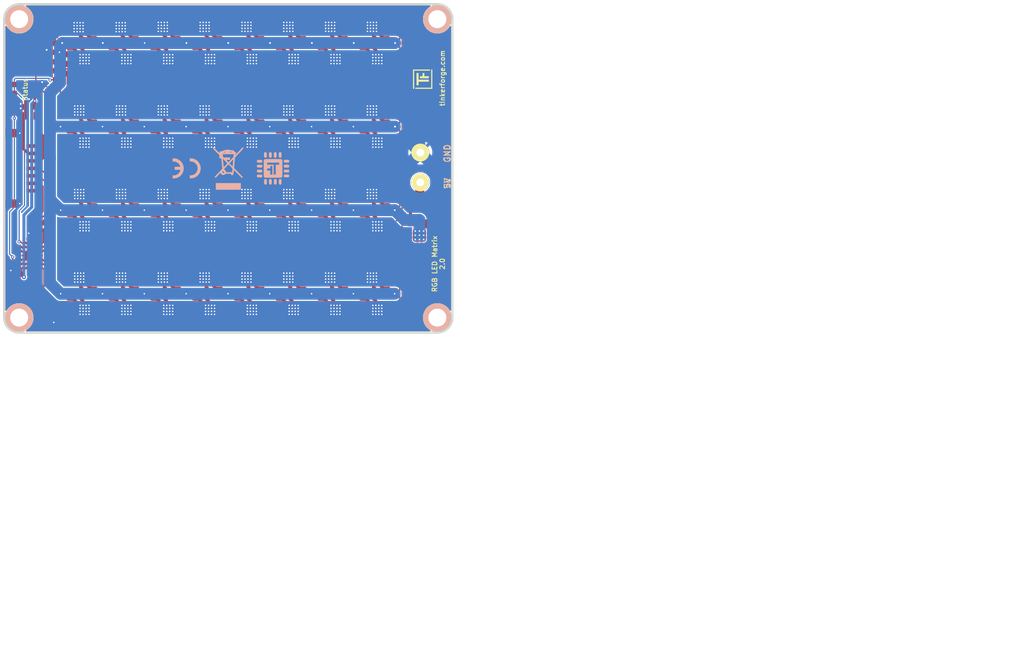
<source format=kicad_pcb>
(kicad_pcb (version 20221018) (generator pcbnew)
  (title_block (title "RGB LED Matrix 2.0 Bricklet") (date "2019-02-04") (rev "1.0") (company "Tinkerforge GmbH") (comment 1 "Licensed under CERN OHL v.1.1") (comment 2 "Copyright (©) 2019, T.Schneidermann <tim@tinkerforge.com>"))
  (layers (0 "F.Cu" signal "Vorderseite") (31 "B.Cu" signal "Rückseite") (34 "B.Paste" user) (35 "F.Paste" user) (36 "B.SilkS" user "B.Silkscreen") (37 "F.SilkS" user "F.Silkscreen") (38 "B.Mask" user) (39 "F.Mask" user) (44 "Edge.Cuts" user))
  (net 0 "")
  (net 1 "GND")
  (net 2 "VCC")
  (net 3 "3V3")
  (net 4 "Net-(Q1-PadD)")
  (net 5 "S-MISO")
  (net 6 "S-MOSI")
  (net 7 "S-CLK")
  (net 8 "S-CS")
  (net 9 "Net-(Q1-PadG)")
  (net 10 "Net-(R1-Pad2)")
  (net 11 "Net-(D1-Pad2)")
  (net 12 "Net-(C5-Pad2)")
  (net 13 "Net-(P1-Pad2)")
  (net 14 "Net-(R3-Pad2)")
  (net 15 "VIN")
  (net 16 "Net-(C70-Pad2)")
  (net 17 "Net-(P2-Pad4)")
  (net 18 "Net-(P2-Pad5)")
  (net 19 "Net-(P2-Pad6)")
  (net 20 "Net-(R4-Pad1)")
  (net 21 "Net-(U11-Pad4)")
  (net 22 "Net-(U61-Pad3)")
  (net 23 "Net-(U12-Pad6)")
  (net 24 "Net-(U12-Pad4)")
  (net 25 "Net-(U13-Pad4)")
  (net 26 "Net-(U13-Pad6)")
  (net 27 "Net-(U62-Pad3)")
  (net 28 "Net-(U14-Pad4)")
  (net 29 "Net-(U14-Pad6)")
  (net 30 "Net-(U63-Pad3)")
  (net 31 "Net-(U10-Pad3)")
  (net 32 "Net-(U10-Pad4)")
  (net 33 "Net-(U10-Pad6)")
  (net 34 "Net-(U11-Pad3)")
  (net 35 "Net-(U12-Pad3)")
  (net 36 "Net-(U13-Pad3)")
  (net 37 "Net-(U14-Pad3)")
  (net 38 "Net-(U15-Pad3)")
  (net 39 "Net-(U16-Pad3)")
  (net 40 "Net-(U17-Pad3)")
  (net 41 "Net-(U18-Pad3)")
  (net 42 "Net-(U19-Pad3)")
  (net 43 "Net-(U20-Pad3)")
  (net 44 "Net-(U21-Pad3)")
  (net 45 "Net-(U22-Pad3)")
  (net 46 "Net-(U23-Pad3)")
  (net 47 "Net-(U24-Pad3)")
  (net 48 "Net-(U25-Pad3)")
  (net 49 "Net-(U26-Pad3)")
  (net 50 "Net-(U27-Pad3)")
  (net 51 "Net-(U28-Pad3)")
  (net 52 "Net-(U29-Pad3)")
  (net 53 "Net-(U30-Pad3)")
  (net 54 "Net-(U31-Pad3)")
  (net 55 "Net-(U32-Pad3)")
  (net 56 "Net-(U33-Pad3)")
  (net 57 "Net-(U34-Pad3)")
  (net 58 "Net-(U35-Pad3)")
  (net 59 "Net-(U36-Pad3)")
  (net 60 "Net-(U37-Pad3)")
  (net 61 "Net-(U38-Pad3)")
  (net 62 "Net-(U39-Pad3)")
  (net 63 "Net-(U40-Pad3)")
  (net 64 "Net-(U41-Pad3)")
  (net 65 "Net-(U42-Pad3)")
  (net 66 "Net-(U43-Pad3)")
  (net 67 "Net-(U44-Pad3)")
  (net 68 "Net-(U45-Pad3)")
  (net 69 "Net-(U46-Pad3)")
  (net 70 "Net-(U47-Pad3)")
  (net 71 "Net-(U48-Pad3)")
  (net 72 "Net-(U49-Pad3)")
  (net 73 "Net-(U50-Pad3)")
  (net 74 "Net-(U51-Pad3)")
  (net 75 "Net-(U52-Pad3)")
  (net 76 "Net-(U53-Pad3)")
  (net 77 "Net-(U54-Pad3)")
  (net 78 "Net-(U55-Pad3)")
  (net 79 "Net-(U56-Pad3)")
  (net 80 "Net-(U57-Pad3)")
  (net 81 "Net-(U58-Pad3)")
  (net 82 "Net-(U59-Pad3)")
  (net 83 "Net-(U60-Pad3)")
  (footprint "kicad-libraries:DRILL_NP" (layer "F.Cu") (at 184.8 106.8 -90)
    (fp_text reference "U2" hide)
    (fp_text value "DRILL" hide)
  )
  (footprint "kicad-libraries:DRILL_NP" (layer "F.Cu") (at 184.8 56.8 90)
    (fp_text reference "U3" hide)
    (fp_text value "DRILL" hide)
  )
  (footprint "kicad-libraries:DRILL_NP" (layer "F.Cu") (at 114.8 56.8 90)
    (fp_text reference "U4" hide)
    (fp_text value "DRILL" hide)
  )
  (footprint "kicad-libraries:DRILL_NP" (layer "F.Cu") (at 114.8 106.8)
    (fp_text reference "U5" hide)
    (fp_text value "DRILL" hide)
  )
  (footprint "kicad-libraries:SOT23GDS" (layer "F.Cu") (at 118.5 61.7 180)
    (fp_text reference "Q1")
    (fp_text value "2N7002P")
  )
  (footprint "kicad-libraries:AKL_5_2" (layer "F.Cu") (at 181.95 81.65 -90)
    (fp_text reference "J1")
    (fp_text value "AKL_5_2")
  )
  (footprint "kicad-libraries:QFN24-4x4mm-0.5mm" (layer "F.Cu") (at 117 96.4 -45)
    (fp_text reference "U1")
    (fp_text value "XMC1100-16")
  )
  (footprint "kicad-libraries:SolderJumper" (layer "F.Cu") (at 119.5 107.6 180)
    (fp_text reference "P1")
    (fp_text value "CONN_01X02")
  )
  (footprint "kicad-libraries:CON-SENSOR2" (layer "F.Cu") (at 112.3 81.8 -90)
    (fp_text reference "P2")
    (fp_text value "CON-SENSOR")
  )
  (footprint "kicad-libraries:C0603F" (layer "F.Cu") (at 114.5 98.9 -45)
    (fp_text reference "C1")
    (fp_text value "100nF")
  )
  (footprint "kicad-libraries:C0603F" (layer "F.Cu") (at 116.7 71.5)
    (fp_text reference "C2")
    (fp_text value "1uF")
  )
  (footprint "kicad-libraries:C0805" (layer "F.Cu") (at 116.7 73)
    (fp_text reference "C3")
    (fp_text value "10uF")
  )
  (footprint "kicad-libraries:C0603F" (layer "F.Cu") (at 181.05 91.05)
    (fp_text reference "C4")
    (fp_text value "1uF")
  )
  (footprint "kicad-libraries:C0603F" (layer "F.Cu") (at 181.05 88.15)
    (fp_text reference "C5")
    (fp_text value "1uF")
  )
  (footprint "kicad-libraries:C0603F" (layer "F.Cu") (at 141.05 60.8)
    (fp_text reference "C6")
    (fp_text value "100nF")
  )
  (footprint "kicad-libraries:C0603F" (layer "F.Cu") (at 148.05 60.8)
    (fp_text reference "C7")
    (fp_text value "100nF")
  )
  (footprint "kicad-libraries:C0603F" (layer "F.Cu") (at 155.05 60.8)
    (fp_text reference "C8")
    (fp_text value "100nF")
  )
  (footprint "kicad-libraries:C0603F" (layer "F.Cu") (at 162.05 60.8)
    (fp_text reference "C9")
    (fp_text value "100nF")
  )
  (footprint "kicad-libraries:C0603F" (layer "F.Cu") (at 169.05 60.8)
    (fp_text reference "C10")
    (fp_text value "100nF")
  )
  (footprint "kicad-libraries:C0603F" (layer "F.Cu") (at 176.05 60.8)
    (fp_text reference "C11")
    (fp_text value "100nF")
  )
  (footprint "kicad-libraries:C0603F" (layer "F.Cu") (at 123.55 60.8 180)
    (fp_text reference "C12")
    (fp_text value "100nF")
  )
  (footprint "kicad-libraries:C0603F" (layer "F.Cu") (at 130.55 60.8 180)
    (fp_text reference "C13")
    (fp_text value "100nF")
  )
  (footprint "kicad-libraries:C0603F" (layer "F.Cu") (at 137.55 60.8 180)
    (fp_text reference "C14")
    (fp_text value "100nF")
  )
  (footprint "kicad-libraries:C0603F" (layer "F.Cu") (at 134 60.8)
    (fp_text reference "C15")
    (fp_text value "100nF")
  )
  (footprint "kicad-libraries:C0603F" (layer "F.Cu") (at 151.55 60.8 180)
    (fp_text reference "C16")
    (fp_text value "100nF")
  )
  (footprint "kicad-libraries:C0603F" (layer "F.Cu") (at 158.55 60.8 180)
    (fp_text reference "C17")
    (fp_text value "100nF")
  )
  (footprint "kicad-libraries:C0603F" (layer "F.Cu") (at 165.55 60.8 180)
    (fp_text reference "C18")
    (fp_text value "100nF")
  )
  (footprint "kicad-libraries:C0603F" (layer "F.Cu") (at 172.55 60.8 180)
    (fp_text reference "C19")
    (fp_text value "100nF")
  )
  (footprint "kicad-libraries:C0603F" (layer "F.Cu") (at 176 74.8)
    (fp_text reference "C20")
    (fp_text value "100nF")
  )
  (footprint "kicad-libraries:C0603F" (layer "F.Cu") (at 169 74.8)
    (fp_text reference "C21")
    (fp_text value "100nF")
  )
  (footprint "kicad-libraries:C0603F" (layer "F.Cu") (at 162 74.8)
    (fp_text reference "C22")
    (fp_text value "100nF")
  )
  (footprint "kicad-libraries:C0603F" (layer "F.Cu") (at 155 74.8)
    (fp_text reference "C23")
    (fp_text value "100nF")
  )
  (footprint "kicad-libraries:C0603F" (layer "F.Cu") (at 148 74.8)
    (fp_text reference "C24")
    (fp_text value "100nF")
  )
  (footprint "kicad-libraries:C0603F" (layer "F.Cu") (at 141 74.8)
    (fp_text reference "C25")
    (fp_text value "100nF")
  )
  (footprint "kicad-libraries:C0603F" (layer "F.Cu") (at 134 74.8)
    (fp_text reference "C26")
    (fp_text value "100nF")
  )
  (footprint "kicad-libraries:C0603F" (layer "F.Cu") (at 127 74.8)
    (fp_text reference "C27")
    (fp_text value "100nF")
  )
  (footprint "kicad-libraries:C0603F" (layer "F.Cu") (at 123.5 74.8 180)
    (fp_text reference "C28")
    (fp_text value "100nF")
  )
  (footprint "kicad-libraries:C0603F" (layer "F.Cu") (at 130.5 74.8 180)
    (fp_text reference "C29")
    (fp_text value "100nF")
  )
  (footprint "kicad-libraries:C0603F" (layer "F.Cu") (at 137.5 74.8 180)
    (fp_text reference "C30")
    (fp_text value "100nF")
  )
  (footprint "kicad-libraries:C0603F" (layer "F.Cu") (at 144.5 74.8 180)
    (fp_text reference "C31")
    (fp_text value "100nF")
  )
  (footprint "kicad-libraries:C0603F" (layer "F.Cu") (at 151.5 74.8 180)
    (fp_text reference "C32")
    (fp_text value "100nF")
  )
  (footprint "kicad-libraries:C0603F" (layer "F.Cu") (at 158.5 74.8 180)
    (fp_text reference "C33")
    (fp_text value "100nF")
  )
  (footprint "kicad-libraries:C0603F" (layer "F.Cu") (at 165.5 74.8 180)
    (fp_text reference "C34")
    (fp_text value "100nF")
  )
  (footprint "kicad-libraries:C0603F" (layer "F.Cu") (at 172.5 74.8 180)
    (fp_text reference "C35")
    (fp_text value "100nF")
  )
  (footprint "kicad-libraries:C0603F" (layer "F.Cu") (at 176 88.8)
    (fp_text reference "C36")
    (fp_text value "100nF")
  )
  (footprint "kicad-libraries:C0603F" (layer "F.Cu") (at 169 88.8)
    (fp_text reference "C37")
    (fp_text value "100nF")
  )
  (footprint "kicad-libraries:C0603F" (layer "F.Cu") (at 162 88.8)
    (fp_text reference "C38")
    (fp_text value "100nF")
  )
  (footprint "kicad-libraries:C0603F" (layer "F.Cu") (at 155 88.8)
    (fp_text reference "C39")
    (fp_text value "100nF")
  )
  (footprint "kicad-libraries:C0603F" (layer "F.Cu") (at 148 88.8)
    (fp_text reference "C40")
    (fp_text value "100nF")
  )
  (footprint "kicad-libraries:C0603F" (layer "F.Cu") (at 141 88.8)
    (fp_text reference "C41")
    (fp_text value "100nF")
  )
  (footprint "kicad-libraries:C0603F" (layer "F.Cu") (at 134 88.8)
    (fp_text reference "C42")
    (fp_text value "100nF")
  )
  (footprint "kicad-libraries:C0603F" (layer "F.Cu") (at 127 88.8)
    (fp_text reference "C43")
    (fp_text value "100nF")
  )
  (footprint "kicad-libraries:C0603F" (layer "F.Cu") (at 123.5 88.8 180)
    (fp_text reference "C44")
    (fp_text value "100nF")
  )
  (footprint "kicad-libraries:C0603F" (layer "F.Cu") (at 130.5 88.8 180)
    (fp_text reference "C45")
    (fp_text value "100nF")
  )
  (footprint "kicad-libraries:C0603F" (layer "F.Cu") (at 137.5 88.8 180)
    (fp_text reference "C46")
    (fp_text value "100nF")
  )
  (footprint "kicad-libraries:C0603F" (layer "F.Cu") (at 144.5 88.8 180)
    (fp_text reference "C47")
    (fp_text value "100nF")
  )
  (footprint "kicad-libraries:C0603F" (layer "F.Cu") (at 151.5 88.8 180)
    (fp_text reference "C48")
    (fp_text value "100nF")
  )
  (footprint "kicad-libraries:C0603F" (layer "F.Cu") (at 158.5 88.8 180)
    (fp_text reference "C49")
    (fp_text value "100nF")
  )
  (footprint "kicad-libraries:C0603F" (layer "F.Cu") (at 165.5 88.8 180)
    (fp_text reference "C50")
    (fp_text value "100nF")
  )
  (footprint "kicad-libraries:C0603F" (layer "F.Cu") (at 172.5 88.8 180)
    (fp_text reference "C51")
    (fp_text value "100nF")
  )
  (footprint "kicad-libraries:C0603F" (layer "F.Cu") (at 176 102.8)
    (fp_text reference "C52")
    (fp_text value "100nF")
  )
  (footprint "kicad-libraries:C0603F" (layer "F.Cu") (at 169 102.8)
    (fp_text reference "C53")
    (fp_text value "100nF")
  )
  (footprint "kicad-libraries:C0603F" (layer "F.Cu") (at 162 102.8)
    (fp_text reference "C54")
    (fp_text value "100nF")
  )
  (footprint "kicad-libraries:C0603F" (layer "F.Cu") (at 155 102.8)
    (fp_text reference "C55")
    (fp_text value "100nF")
  )
  (footprint "kicad-libraries:C0603F" (layer "F.Cu") (at 148 102.8)
    (fp_text reference "C56")
    (fp_text value "100nF")
  )
  (footprint "kicad-libraries:C0603F" (layer "F.Cu") (at 141 102.8)
    (fp_text reference "C57")
    (fp_text value "100nF")
  )
  (footprint "kicad-libraries:C0603F" (layer "F.Cu") (at 134 102.8)
    (fp_text reference "C58")
    (fp_text value "100nF")
  )
  (footprint "kicad-libraries:C0603F" (layer "F.Cu") (at 127 102.8)
    (fp_text reference "C59")
    (fp_text value "100nF")
  )
  (footprint "kicad-libraries:C0603F" (layer "F.Cu") (at 123.5 102.8 180)
    (fp_text reference "C60")
    (fp_text value "100nF")
  )
  (footprint "kicad-libraries:C0603F" (layer "F.Cu") (at 130.5 102.8 180)
    (fp_text reference "C61")
    (fp_text value "100nF")
  )
  (footprint "kicad-libraries:C0603F" (layer "F.Cu") (at 137.5 102.8 180)
    (fp_text reference "C62")
    (fp_text value "100nF")
  )
  (footprint "kicad-libraries:C0603F" (layer "F.Cu") (at 144.5 102.8 180)
    (fp_text reference "C63")
    (fp_text value "100nF")
  )
  (footprint "kicad-libraries:C0603F" (layer "F.Cu") (at 151.5 102.8 180)
    (fp_text reference "C64")
    (fp_text value "100nF")
  )
  (footprint "kicad-libraries:C0603F" (layer "F.Cu") (at 158.5 102.8 180)
    (fp_text reference "C65")
    (fp_text value "100nF")
  )
  (footprint "kicad-libraries:C0603F" (layer "F.Cu") (at 165.5 102.8 180)
    (fp_text reference "C66")
    (fp_text value "100nF")
  )
  (footprint "kicad-libraries:C0603F" (layer "F.Cu") (at 172.5 102.8 180)
    (fp_text reference "C67")
    (fp_text value "100nF")
  )
  (footprint "kicad-libraries:C0603F" (layer "F.Cu") (at 127 60.8)
    (fp_text reference "C68")
    (fp_text value "100nF")
  )
  (footprint "kicad-libraries:C0603F" (layer "F.Cu") (at 144.6 60.8 180)
    (fp_text reference "C69")
    (fp_text value "100nF")
  )
  (footprint "kicad-libraries:R1206" (layer "F.Cu") (at 183.75 89.65 -90)
    (fp_text reference "FB2")
    (fp_text value "FB 6A")
  )
  (footprint "kicad-libraries:R0603F" (layer "F.Cu") (at 114 71.6 -90)
    (fp_text reference "R1")
    (fp_text value "1k")
  )
  (footprint "kicad-libraries:R0603F" (layer "F.Cu") (at 120.9 61.6 -90)
    (fp_text reference "R2")
    (fp_text value "1k")
  )
  (footprint "kicad-libraries:R0603F" (layer "F.Cu") (at 117.6 64.9 -90)
    (fp_text reference "R3")
    (fp_text value "100")
  )
  (footprint "kicad-libraries:R0603F" (layer "F.Cu") (at 120.9 58.8 -90)
    (fp_text reference "R4")
    (fp_text value "330")
  )
  (footprint "kicad-libraries:R0603F" (layer "F.Cu") (at 120.9 64.7 -90)
    (fp_text reference "R5")
    (fp_text value "1k")
  )
  (footprint "kicad-libraries:R0603F" (layer "F.Cu") (at 120.9 67.7 -90)
    (fp_text reference "R6")
    (fp_text value "1k")
  )
  (footprint "kicad-libraries:4X0402" (layer "F.Cu") (at 118.1 91.6 180)
    (fp_text reference "RP1")
    (fp_text value "82")
  )
  (footprint "kicad-libraries:D0603F" (layer "F.Cu") (at 114 68.5 -90)
    (fp_text reference "D1")
    (fp_text value "LED blue")
  )
  (footprint "kicad-libraries:C0402F" (layer "F.Cu") (at 116.4 91.6 90)
    (fp_text reference "C70")
    (fp_text value "220pF")
  )
  (footprint "kicad-libraries:WS2813B" (layer "F.Cu") (at 139.3 64.3 180)
    (fp_text reference "U7")
    (fp_text value "WS2813B")
  )
  (footprint "kicad-libraries:WS2813B" (layer "F.Cu") (at 160.3 78.3 180)
    (fp_text reference "U8")
    (fp_text value "WS2813B")
  )
  (footprint "kicad-libraries:WS2813B" (layer "F.Cu") (at 174.3 85.3)
    (fp_text reference "U9")
    (fp_text value "WS2813B")
  )
  (footprint "kicad-libraries:WS2813B" (layer "F.Cu") (at 153.3 99.3)
    (fp_text reference "U10")
    (fp_text value "WS2813B")
  )
  (footprint "kicad-libraries:WS2813B" (layer "F.Cu") (at 132.3 57.3)
    (fp_text reference "U11")
    (fp_text value "WS2813B")
  )
  (footprint "kicad-libraries:WS2813B" (layer "F.Cu") (at 132.3 64.3 180)
    (fp_text reference "U12")
    (fp_text value "WS2813B")
  )
  (footprint "kicad-libraries:WS2813B" (layer "F.Cu") (at 153.3 78.3 180)
    (fp_text reference "U13")
    (fp_text value "WS2813B")
  )
  (footprint "kicad-libraries:WS2813B" (layer "F.Cu") (at 174.3 92.3 180)
    (fp_text reference "U14")
    (fp_text value "WS2813B")
  )
  (footprint "kicad-libraries:WS2813B" (layer "F.Cu") (at 160.3 99.3)
    (fp_text reference "U15")
    (fp_text value "WS2813B")
  )
  (footprint "kicad-libraries:WS2813B" (layer "F.Cu") (at 139.3 57.3)
    (fp_text reference "U16")
    (fp_text value "WS2813B")
  )
  (footprint "kicad-libraries:WS2813B" (layer "F.Cu") (at 125.3 64.3 180)
    (fp_text reference "U17")
    (fp_text value "WS2813B")
  )
  (footprint "kicad-libraries:WS2813B" (layer "F.Cu") (at 146.3 78.3 180)
    (fp_text reference "U18")
    (fp_text value "WS2813B")
  )
  (footprint "kicad-libraries:WS2813B" (layer "F.Cu") (at 167.3 92.3 180)
    (fp_text reference "U19")
    (fp_text value "WS2813B")
  )
  (footprint "kicad-libraries:WS2813B" (layer "F.Cu") (at 167.3 99.3)
    (fp_text reference "U20")
    (fp_text value "WS2813B")
  )
  (footprint "kicad-libraries:WS2813B" (layer "F.Cu") (at 146.3 57.3)
    (fp_text reference "U21")
    (fp_text value "WS2813B")
  )
  (footprint "kicad-libraries:WS2813B" (layer "F.Cu") (at 139.3 78.3 180)
    (fp_text reference "U23")
    (fp_text value "WS2813B")
  )
  (footprint "kicad-libraries:WS2813B" (layer "F.Cu") (at 160.3 92.3 180)
    (fp_text reference "U24")
    (fp_text value "WS2813B")
  )
  (footprint "kicad-libraries:WS2813B" (layer "F.Cu") (at 174.3 99.3)
    (fp_text reference "U25")
    (fp_text value "WS2813B")
  )
  (footprint "kicad-libraries:WS2813B" (layer "F.Cu") (at 153.3 57.3)
    (fp_text reference "U26")
    (fp_text value "WS2813B")
  )
  (footprint "kicad-libraries:WS2813B" (layer "F.Cu") (at 132.3 78.3 180)
    (fp_text reference "U28")
    (fp_text value "WS2813B")
  )
  (footprint "kicad-libraries:WS2813B" (layer "F.Cu") (at 153.3 92.3 180)
    (fp_text reference "U29")
    (fp_text value "WS2813B")
  )
  (footprint "kicad-libraries:WS2813B" (layer "F.Cu") (at 174.3 106.3 180)
    (fp_text reference "U30")
    (fp_text value "WS2813B")
  )
  (footprint "kicad-libraries:WS2813B" (layer "F.Cu") (at 160.3 57.3)
    (fp_text reference "U31")
    (fp_text value "WS2813B")
  )
  (footprint "kicad-libraries:WS2813B" (layer "F.Cu") (at 139.3 71.3)
    (fp_text reference "U32")
    (fp_text value "WS2813B")
  )
  (footprint "kicad-libraries:WS2813B" (layer "F.Cu") (at 125.3 78.3 180)
    (fp_text reference "U33")
    (fp_text value "WS2813B")
  )
  (footprint "kicad-libraries:WS2813B" (layer "F.Cu") (at 146.3 92.3 180)
    (fp_text reference "U34")
    (fp_text value "WS2813B")
  )
  (footprint "kicad-libraries:WS2813B" (layer "F.Cu") (at 167.3 106.3 180)
    (fp_text reference "U35")
    (fp_text value "WS2813B")
  )
  (footprint "kicad-libraries:WS2813B" (layer "F.Cu") (at 167.3 57.3)
    (fp_text reference "U36")
    (fp_text value "WS2813B")
  )
  (footprint "kicad-libraries:WS2813B" (layer "F.Cu") (at 146.3 71.3)
    (fp_text reference "U37")
    (fp_text value "WS2813B")
  )
  (footprint "kicad-libraries:WS2813B" (layer "F.Cu") (at 125.3 85.3)
    (fp_text reference "U38")
    (fp_text value "WS2813B")
  )
  (footprint "kicad-libraries:WS2813B" (layer "F.Cu") (at 139.3 92.3 180)
    (fp_text reference "U39")
    (fp_text value "WS2813B")
  )
  (footprint "kicad-libraries:WS2813B" (layer "F.Cu") (at 160.3 106.3 180)
    (fp_text reference "U40")
    (fp_text value "WS2813B")
  )
  (footprint "kicad-libraries:WS2813B" (layer "F.Cu") (at 174.3 57.3)
    (fp_text reference "U41")
    (fp_text value "WS2813B")
  )
  (footprint "kicad-libraries:WS2813B" (layer "F.Cu") (at 153.3 71.3)
    (fp_text reference "U42")
    (fp_text value "WS2813B")
  )
  (footprint "kicad-libraries:WS2813B" (layer "F.Cu") (at 132.3 85.3)
    (fp_text reference "U43")
    (fp_text value "WS2813B")
  )
  (footprint "kicad-libraries:WS2813B" (layer "F.Cu") (at 132.3 92.3 180)
    (fp_text reference "U44")
    (fp_text value "WS2813B")
  )
  (footprint "kicad-libraries:WS2813B" (layer "F.Cu") (at 153.3 106.3 180)
    (fp_text reference "U45")
    (fp_text value "WS2813B")
  )
  (footprint "kicad-libraries:WS2813B" (layer "F.Cu") (at 174.3 64.3 180)
    (fp_text reference "U46")
    (fp_text value "WS2813B")
  )
  (footprint "kicad-libraries:WS2813B" (layer "F.Cu") (at 160.3 71.3)
    (fp_text reference "U47")
    (fp_text value "WS2813B")
  )
  (footprint "kicad-libraries:WS2813B" (layer "F.Cu") (at 139.3 85.3)
    (fp_text reference "U48")
    (fp_text value "WS2813B")
  )
  (footprint "kicad-libraries:WS2813B" (layer "F.Cu") (at 125.3 92.3 180)
    (fp_text reference "U49")
    (fp_text value "WS2813B")
  )
  (footprint "kicad-libraries:WS2813B" (layer "F.Cu") (at 146.3 106.3 180)
    (fp_text reference "U50")
    (fp_text value "WS2813B")
  )
  (footprint "kicad-libraries:WS2813B" (layer "F.Cu") (at 167.3 64.3 180)
    (fp_text reference "U51")
    (fp_text value "WS2813B")
  )
  (footprint "kicad-libraries:WS2813B" (layer "F.Cu") (at 167.3 71.3)
    (fp_text reference "U52")
    (fp_text value "WS2813B")
  )
  (footprint "kicad-libraries:WS2813B" (layer "F.Cu") (at 146.3 85.3)
    (fp_text reference "U53")
    (fp_text value "WS2813B")
  )
  (footprint "kicad-libraries:WS2813B" (layer "F.Cu") (at 125.3 99.3)
    (fp_text reference "U54")
    (fp_text value "WS2813B")
  )
  (footprint "kicad-libraries:WS2813B" (layer "F.Cu") (at 139.3 106.3 180)
    (fp_text reference "U55")
    (fp_text value "WS2813B")
  )
  (footprint "kicad-libraries:WS2813B" (layer "F.Cu") (at 160.3 64.3 180)
    (fp_text reference "U56")
    (fp_text value "WS2813B")
  )
  (footprint "kicad-libraries:WS2813B" (layer "F.Cu") (at 174.3 71.3)
    (fp_text reference "U57")
    (fp_text value "WS2813B")
  )
  (footprint "kicad-libraries:WS2813B" (layer "F.Cu") (at 153.3 85.3)
    (fp_text reference "U58")
    (fp_text value "WS2813B")
  )
  (footprint "kicad-libraries:WS2813B" (layer "F.Cu") (at 132.3 99.3)
    (fp_text reference "U59")
    (fp_text value "WS2813B")
  )
  (footprint "kicad-libraries:WS2813B" (layer "F.Cu") (at 132.3 106.3 180)
    (fp_text reference "U60")
    (fp_text value "WS2813B")
  )
  (footprint "kicad-libraries:WS2813B" (layer "F.Cu") (at 153.3 64.3 180)
    (fp_text reference "U61")
    (fp_text value "WS2813B")
  )
  (footprint "kicad-libraries:WS2813B" (layer "F.Cu") (at 174.3 78.3 180)
    (fp_text reference "U62")
    (fp_text value "WS2813B")
  )
  (footprint "kicad-libraries:WS2813B" (layer "F.Cu") (at 160.3 85.3)
    (fp_text reference "U63")
    (fp_text value "WS2813B")
  )
  (footprint "kicad-libraries:WS2813B" (layer "F.Cu") (at 139.3 99.3)
    (fp_text reference "U64")
    (fp_text value "WS2813B")
  )
  (footprint "kicad-libraries:WS2813B" (layer "F.Cu") (at 125.3 106.3 180)
    (fp_text reference "U65")
    (fp_text value "WS2813B")
  )
  (footprint "kicad-libraries:WS2813B" (layer "F.Cu") (at 146.3 64.3 180)
    (fp_text reference "U66")
    (fp_text value "WS2813B")
  )
  (footprint "kicad-libraries:WS2813B" (layer "F.Cu") (at 167.3 78.3 180)
    (fp_text reference "U67")
    (fp_text value "WS2813B")
  )
  (footprint "kicad-libraries:WS2813B" (layer "F.Cu") (at 167.3 85.3)
    (fp_text reference "U68")
    (fp_text value "WS2813B")
  )
  (footprint "kicad-libraries:WS2813B" (layer "F.Cu") (at 146.3 99.3)
    (fp_text reference "U69")
    (fp_text value "WS2813B")
  )
  (footprint "kicad-libraries:WS2813B" (layer "F.Cu") (at 132.3 71.3)
    (fp_text reference "U27")
    (fp_text value "WS2813B")
  )
  (footprint "kicad-libraries:WS2813B" (layer "F.Cu") (at 125.3 57.3)
    (fp_text reference "U6")
    (fp_text value "WS2813B")
  )
  (footprint "kicad-libraries:WS2813B" (layer "F.Cu") (at 125.3 71.3)
    (fp_text reference "U22")
    (fp_text value "WS2813B")
  )
  (footprint "kicad-libraries:Logo_31x31" (layer "F.Cu") (at 182.35 66.85 90)
    (fp_text reference "" hide)
    (fp_text value "" hide)
  )
  (footprint "kicad-libraries:Fiducial_Mark" (layer "F.Cu") (at 181.3 102.3)
    (fp_text reference "Fiducial_Mark" hide)
    (fp_text value "VAL**" hide)
  )
  (footprint "kicad-libraries:Fiducial_Mark" (layer "F.Cu") (at 181.3 61.3)
    (fp_text reference "Fiducial_Mark" hide)
    (fp_text value "VAL**" hide)
  )
  (footprint "kicad-libraries:Fiducial_Mark" (layer "F.Cu") (at 114.3 102.3)
    (fp_text reference "Fiducial_Mark" hide)
    (fp_text value "VAL**" hide)
  )
  (footprint "kicad-libraries:Fiducial_Mark" (layer "F.Cu") (at 114.3 61.3)
    (fp_text reference "Fiducial_Mark" hide)
    (fp_text value "VAL**" hide)
  )
  (footprint "kicad-libraries:WEEE_7mm" (layer "B.Cu") (at 149.8 81.8 180)
    (fp_text reference "VAL" hide)
    (fp_text value "WEEE_7mm" hide)
  )
  (footprint "kicad-libraries:Logo_CoMCU" (layer "B.Cu") (at 157.3 81.8 180)
    (fp_text reference "G***" hide)
    (fp_text value "LOGO" hide)
  )
  (footprint "kicad-libraries:CE_5mm" (layer "B.Cu") (at 142.8 81.8 180)
    (fp_text reference "VAL" hide)
    (fp_text value "CE_5mm" hide)
  )
  (gr_line (start 114.8 109.3) (end 184.8 109.3) (stroke (width 0.381)) (layer "Edge.Cuts"))
  (gr_line (start 184.8 54.3) (end 114.8 54.3) (stroke (width 0.381)) (layer "Edge.Cuts"))
  (gr_line (start 187.3 106.8) (end 187.3 56.8) (stroke (width 0.381)) (layer "Edge.Cuts"))
  (gr_line (start 112.3 56.8) (end 112.3 106.8) (stroke (width 0.381)) (layer "Edge.Cuts"))
  (gr_arc (start 112.3 56.8) (mid 113.032233 55.032233) (end 114.8 54.3) (stroke (width 0.381)) (layer "Edge.Cuts"))
  (gr_arc (start 187.3 106.8) (mid 186.567767 108.567767) (end 184.8 109.3) (stroke (width 0.381)) (layer "Edge.Cuts"))
  (gr_arc (start 114.8 109.3) (mid 113.032233 108.567767) (end 112.3 106.8) (stroke (width 0.381)) (layer "Edge.Cuts"))
  (gr_arc (start 184.8 54.3) (mid 186.567767 55.032233) (end 187.3 56.8) (stroke (width 0.381)) (layer "Edge.Cuts"))
  (gr_text "5V" (at 186.5 84.3 90) (layer "B.SilkS") (effects (font (size 1 1)) (justify mirror)))
  (gr_text "GND" (at 186.4 79.3 90) (layer "B.SilkS") (effects (font (size 1 1)) (justify mirror)))
  (gr_text "RGB LED Matrix\n2.0" (at 185 97.8 90) (layer "F.SilkS") (effects (font (size 0.8001 0.8001) (thickness 0.14986))))
  (gr_text "tinkerforge.com" (at 185.65 66.7 90) (layer "F.SilkS") (effects (font (size 0.8001 0.8001) (thickness 0.14986))))
  (gr_text "GND" (at 186.5 79.3 90) (layer "F.SilkS") (effects (font (size 1 1))))
  (gr_text "5V" (at 186.5 84.3 90) (layer "F.SilkS") (effects (font (size 1 1))))
  (gr_text "Status" (at 115.8 68.6 90) (layer "F.SilkS") (effects (font (size 0.8001 0.8001) (thickness 0.14986))))
  (segment (start 114.846447 98.2) (end 114.13934 98.2) (width 0.2) (layer "F.Cu") (net 1))
  (segment (start 114.13934 98.2) (end 113.96967 98.36967) (width 0.2) (layer "F.Cu") (net 1))
  (segment (start 116.080761 96.965686) (end 116.080761 96.4) (width 0.2) (layer "F.Cu") (net 1))
  (segment (start 143.85 57.3) (end 145.05 57.3) (width 0.5) (layer "F.Cu") (net 1))
  (segment (start 150.85 57.3) (end 152.05 57.3) (width 0.5) (layer "F.Cu") (net 1))
  (segment (start 157.85 57.3) (end 159.05 57.3) (width 0.5) (layer "F.Cu") (net 1))
  (segment (start 164.85 57.3) (end 166.05 57.3) (width 0.5) (layer "F.Cu") (net 1))
  (segment (start 171.85 57.3) (end 173.05 57.3) (width 0.5) (layer "F.Cu") (net 1))
  (segment (start 146.6 58.85) (end 145.1 58.85) (width 0.5) (layer "F.Cu") (net 1))
  (segment (start 153.6 58.85) (end 152.1 58.85) (width 0.5) (layer "F.Cu") (net 1))
  (segment (start 160.6 58.85) (end 159.1 58.85) (width 0.5) (layer "F.Cu") (net 1))
  (segment (start 167.6 58.85) (end 166.1 58.85) (width 0.5) (layer "F.Cu") (net 1))
  (segment (start 174.6 58.85) (end 173.1 58.85) (width 0.5) (layer "F.Cu") (net 1))
  (segment (start 145.05 57.3) (end 145.1 57.35) (width 0.5) (layer "F.Cu") (net 1))
  (segment (start 152.05 57.3) (end 152.1 57.35) (width 0.5) (layer "F.Cu") (net 1))
  (segment (start 159.05 57.3) (end 159.1 57.35) (width 0.5) (layer "F.Cu") (net 1))
  (segment (start 166.05 57.3) (end 166.1 57.35) (width 0.5) (layer "F.Cu") (net 1))
  (segment (start 173.05 57.3) (end 173.1 57.35) (width 0.5) (layer "F.Cu") (net 1))
  (segment (start 145.1 58.85) (end 145.1 57.35) (width 0.5) (layer "F.Cu") (net 1))
  (segment (start 152.1 58.85) (end 152.1 57.35) (width 0.5) (layer "F.Cu") (net 1))
  (segment (start 159.1 58.85) (end 159.1 57.35) (width 0.5) (layer "F.Cu") (net 1))
  (segment (start 166.1 58.85) (end 166.1 57.35) (width 0.5) (layer "F.Cu") (net 1))
  (segment (start 173.1 58.85) (end 173.1 57.35) (width 0.5) (layer "F.Cu") (net 1))
  (segment (start 145.6 57.35) (end 145.6 58.85) (width 0.5) (layer "F.Cu") (net 1))
  (segment (start 152.6 57.35) (end 152.6 58.85) (width 0.5) (layer "F.Cu") (net 1))
  (segment (start 159.6 57.35) (end 159.6 58.85) (width 0.5) (layer "F.Cu") (net 1))
  (segment (start 166.6 57.35) (end 166.6 58.85) (width 0.5) (layer "F.Cu") (net 1))
  (segment (start 173.6 57.35) (end 173.6 58.85) (width 0.5) (layer "F.Cu") (net 1))
  (segment (start 146.6 57.35) (end 146.6 58.85) (width 0.5) (layer "F.Cu") (net 1))
  (segment (start 153.6 57.35) (end 153.6 58.85) (width 0.5) (layer "F.Cu") (net 1))
  (segment (start 160.6 57.35) (end 160.6 58.85) (width 0.5) (layer "F.Cu") (net 1))
  (segment (start 167.6 57.35) (end 167.6 58.85) (width 0.5) (layer "F.Cu") (net 1))
  (segment (start 174.6 57.35) (end 174.6 58.85) (width 0.5) (layer "F.Cu") (net 1))
  (segment (start 145.1 57.35) (end 146.6 57.35) (width 0.5) (layer "F.Cu") (net 1))
  (segment (start 152.1 57.35) (end 153.6 57.35) (width 0.5) (layer "F.Cu") (net 1))
  (segment (start 159.1 57.35) (end 160.6 57.35) (width 0.5) (layer "F.Cu") (net 1))
  (segment (start 166.1 57.35) (end 167.6 57.35) (width 0.5) (layer "F.Cu") (net 1))
  (segment (start 173.1 57.35) (end 174.6 57.35) (width 0.5) (layer "F.Cu") (net 1))
  (segment (start 146.1 57.35) (end 146.1 58.85) (width 0.5) (layer "F.Cu") (net 1))
  (segment (start 153.1 57.35) (end 153.1 58.85) (width 0.5) (layer "F.Cu") (net 1))
  (segment (start 160.1 57.35) (end 160.1 58.85) (width 0.5) (layer "F.Cu") (net 1))
  (segment (start 167.1 57.35) (end 167.1 58.85) (width 0.5) (layer "F.Cu") (net 1))
  (segment (start 174.1 57.35) (end 174.1 58.85) (width 0.5) (layer "F.Cu") (net 1))
  (segment (start 129.9 71.35) (end 131.1 71.35) (width 0.5) (layer "F.Cu") (net 1))
  (segment (start 132.65 72.9) (end 131.15 72.9) (width 0.5) (layer "F.Cu") (net 1))
  (segment (start 132.15 71.4) (end 132.15 72.9) (width 0.5) (layer "F.Cu") (net 1))
  (segment (start 131.15 72.9) (end 131.15 71.4) (width 0.5) (layer "F.Cu") (net 1))
  (segment (start 131.15 71.4) (end 132.65 71.4) (width 0.5) (layer "F.Cu") (net 1))
  (segment (start 132.65 71.4) (end 132.65 72.9) (width 0.5) (layer "F.Cu") (net 1))
  (segment (start 131.65 71.4) (end 131.65 72.9) (width 0.5) (layer "F.Cu") (net 1))
  (segment (start 131.1 71.35) (end 131.15 71.4) (width 0.5) (layer "F.Cu") (net 1))
  (segment (start 168 64.25) (end 168 62.75) (width 0.5) (layer "F.Cu") (net 1))
  (segment (start 161 64.25) (end 161 62.75) (width 0.5) (layer "F.Cu") (net 1))
  (segment (start 154 64.25) (end 154 62.75) (width 0.5) (layer "F.Cu") (net 1))
  (segment (start 147 64.25) (end 147 62.75) (width 0.5) (layer "F.Cu") (net 1))
  (segment (start 140 64.25) (end 140 62.75) (width 0.5) (layer "F.Cu") (net 1))
  (segment (start 133 64.25) (end 133 62.75) (width 0.5) (layer "F.Cu") (net 1))
  (segment (start 126 64.25) (end 126 62.75) (width 0.5) (layer "F.Cu") (net 1))
  (segment (start 167 64.25) (end 167 62.75) (width 0.5) (layer "F.Cu") (net 1))
  (segment (start 160 64.25) (end 160 62.75) (width 0.5) (layer "F.Cu") (net 1))
  (segment (start 153 64.25) (end 153 62.75) (width 0.5) (layer "F.Cu") (net 1))
  (segment (start 146 64.25) (end 146 62.75) (width 0.5) (layer "F.Cu") (net 1))
  (segment (start 139 64.25) (end 139 62.75) (width 0.5) (layer "F.Cu") (net 1))
  (segment (start 132 64.25) (end 132 62.75) (width 0.5) (layer "F.Cu") (net 1))
  (segment (start 125 64.25) (end 125 62.75) (width 0.5) (layer "F.Cu") (net 1))
  (segment (start 168.55 64.3) (end 168.5 64.25) (width 0.5) (layer "F.Cu") (net 1))
  (segment (start 161.55 64.3) (end 161.5 64.25) (width 0.5) (layer "F.Cu") (net 1))
  (segment (start 154.55 64.3) (end 154.5 64.25) (width 0.5) (layer "F.Cu") (net 1))
  (segment (start 147.55 64.3) (end 147.5 64.25) (width 0.5) (layer "F.Cu") (net 1))
  (segment (start 140.55 64.3) (end 140.5 64.25) (width 0.5) (layer "F.Cu") (net 1))
  (segment (start 133.55 64.3) (end 133.5 64.25) (width 0.5) (layer "F.Cu") (net 1))
  (segment (start 126.55 64.3) (end 126.5 64.25) (width 0.5) (layer "F.Cu") (net 1))
  (segment (start 168.5 64.25) (end 167 64.25) (width 0.5) (layer "F.Cu") (net 1))
  (segment (start 161.5 64.25) (end 160 64.25) (width 0.5) (layer "F.Cu") (net 1))
  (segment (start 154.5 64.25) (end 153 64.25) (width 0.5) (layer "F.Cu") (net 1))
  (segment (start 147.5 64.25) (end 146 64.25) (width 0.5) (layer "F.Cu") (net 1))
  (segment (start 140.5 64.25) (end 139 64.25) (width 0.5) (layer "F.Cu") (net 1))
  (segment (start 133.5 64.25) (end 132 64.25) (width 0.5) (layer "F.Cu") (net 1))
  (segment (start 126.5 64.25) (end 125 64.25) (width 0.5) (layer "F.Cu") (net 1))
  (segment (start 169.75 64.3) (end 168.55 64.3) (width 0.5) (layer "F.Cu") (net 1))
  (segment (start 162.75 64.3) (end 161.55 64.3) (width 0.5) (layer "F.Cu") (net 1))
  (segment (start 155.75 64.3) (end 154.55 64.3) (width 0.5) (layer "F.Cu") (net 1))
  (segment (start 148.75 64.3) (end 147.55 64.3) (width 0.5) (layer "F.Cu") (net 1))
  (segment (start 141.75 64.3) (end 140.55 64.3) (width 0.5) (layer "F.Cu") (net 1))
  (segment (start 134.75 64.3) (end 133.55 64.3) (width 0.5) (layer "F.Cu") (net 1))
  (segment (start 127.75 64.3) (end 126.55 64.3) (width 0.5) (layer "F.Cu") (net 1))
  (segment (start 168.5 62.75) (end 168.5 64.25) (width 0.5) (layer "F.Cu") (net 1))
  (segment (start 161.5 62.75) (end 161.5 64.25) (width 0.5) (layer "F.Cu") (net 1))
  (segment (start 154.5 62.75) (end 154.5 64.25) (width 0.5) (layer "F.Cu") (net 1))
  (segment (start 147.5 62.75) (end 147.5 64.25) (width 0.5) (layer "F.Cu") (net 1))
  (segment (start 140.5 62.75) (end 140.5 64.25) (width 0.5) (layer "F.Cu") (net 1))
  (segment (start 133.5 62.75) (end 133.5 64.25) (width 0.5) (layer "F.Cu") (net 1))
  (segment (start 126.5 62.75) (end 126.5 64.25) (width 0.5) (layer "F.Cu") (net 1))
  (segment (start 167 62.75) (end 168.5 62.75) (width 0.5) (layer "F.Cu") (net 1))
  (segment (start 160 62.75) (end 161.5 62.75) (width 0.5) (layer "F.Cu") (net 1))
  (segment (start 153 62.75) (end 154.5 62.75) (width 0.5) (layer "F.Cu") (net 1))
  (segment (start 146 62.75) (end 147.5 62.75) (width 0.5) (layer "F.Cu") (net 1))
  (segment (start 139 62.75) (end 140.5 62.75) (width 0.5) (layer "F.Cu") (net 1))
  (segment (start 132 62.75) (end 133.5 62.75) (width 0.5) (layer "F.Cu") (net 1))
  (segment (start 125 62.75) (end 126.5 62.75) (width 0.5) (layer "F.Cu") (net 1))
  (segment (start 167.5 64.25) (end 167.5 62.75) (width 0.5) (layer "F.Cu") (net 1))
  (segment (start 160.5 64.25) (end 160.5 62.75) (width 0.5) (layer "F.Cu") (net 1))
  (segment (start 153.5 64.25) (end 153.5 62.75) (width 0.5) (layer "F.Cu") (net 1))
  (segment (start 146.5 64.25) (end 146.5 62.75) (width 0.5) (layer "F.Cu") (net 1))
  (segment (start 139.5 64.25) (end 139.5 62.75) (width 0.5) (layer "F.Cu") (net 1))
  (segment (start 132.5 64.25) (end 132.5 62.75) (width 0.5) (layer "F.Cu") (net 1))
  (segment (start 125.5 64.25) (end 125.5 62.75) (width 0.5) (layer "F.Cu") (net 1))
  (segment (start 132.6 71.35) (end 132.6 72.85) (width 0.5) (layer "F.Cu") (net 1))
  (segment (start 139.6 71.35) (end 139.6 72.85) (width 0.5) (layer "F.Cu") (net 1))
  (segment (start 146.6 71.35) (end 146.6 72.85) (width 0.5) (layer "F.Cu") (net 1))
  (segment (start 153.6 71.35) (end 153.6 72.85) (width 0.5) (layer "F.Cu") (net 1))
  (segment (start 160.6 71.35) (end 160.6 72.85) (width 0.5) (layer "F.Cu") (net 1))
  (segment (start 167.6 71.35) (end 167.6 72.85) (width 0.5) (layer "F.Cu") (net 1))
  (segment (start 174.6 71.35) (end 174.6 72.85) (width 0.5) (layer "F.Cu") (net 1))
  (segment (start 131.1 72.85) (end 131.1 71.35) (width 0.5) (layer "F.Cu") (net 1))
  (segment (start 138.1 72.85) (end 138.1 71.35) (width 0.5) (layer "F.Cu") (net 1))
  (segment (start 145.1 72.85) (end 145.1 71.35) (width 0.5) (layer "F.Cu") (net 1))
  (segment (start 152.1 72.85) (end 152.1 71.35) (width 0.5) (layer "F.Cu") (net 1))
  (segment (start 159.1 72.85) (end 159.1 71.35) (width 0.5) (layer "F.Cu") (net 1))
  (segment (start 166.1 72.85) (end 166.1 71.35) (width 0.5) (layer "F.Cu") (net 1))
  (segment (start 173.1 72.85) (end 173.1 71.35) (width 0.5) (layer "F.Cu") (net 1))
  (segment (start 129.85 71.3) (end 131.05 71.3) (width 0.5) (layer "F.Cu") (net 1))
  (segment (start 136.85 71.3) (end 138.05 71.3) (width 0.5) (layer "F.Cu") (net 1))
  (segment (start 143.85 71.3) (end 145.05 71.3) (width 0.5) (layer "F.Cu") (net 1))
  (segment (start 150.85 71.3) (end 152.05 71.3) (width 0.5) (layer "F.Cu") (net 1))
  (segment (start 157.85 71.3) (end 159.05 71.3) (width 0.5) (layer "F.Cu") (net 1))
  (segment (start 164.85 71.3) (end 166.05 71.3) (width 0.5) (layer "F.Cu") (net 1))
  (segment (start 171.85 71.3) (end 173.05 71.3) (width 0.5) (layer "F.Cu") (net 1))
  (segment (start 131.1 71.35) (end 132.6 71.35) (width 0.5) (layer "F.Cu") (net 1))
  (segment (start 138.1 71.35) (end 139.6 71.35) (width 0.5) (layer "F.Cu") (net 1))
  (segment (start 145.1 71.35) (end 146.6 71.35) (width 0.5) (layer "F.Cu") (net 1))
  (segment (start 152.1 71.35) (end 153.6 71.35) (width 0.5) (layer "F.Cu") (net 1))
  (segment (start 159.1 71.35) (end 160.6 71.35) (width 0.5) (layer "F.Cu") (net 1))
  (segment (start 166.1 71.35) (end 167.6 71.35) (width 0.5) (layer "F.Cu") (net 1))
  (segment (start 173.1 71.35) (end 174.6 71.35) (width 0.5) (layer "F.Cu") (net 1))
  (segment (start 132.1 71.35) (end 132.1 72.85) (width 0.5) (layer "F.Cu") (net 1))
  (segment (start 139.1 71.35) (end 139.1 72.85) (width 0.5) (layer "F.Cu") (net 1))
  (segment (start 146.1 71.35) (end 146.1 72.85) (width 0.5) (layer "F.Cu") (net 1))
  (segment (start 153.1 71.35) (end 153.1 72.85) (width 0.5) (layer "F.Cu") (net 1))
  (segment (start 160.1 71.35) (end 160.1 72.85) (width 0.5) (layer "F.Cu") (net 1))
  (segment (start 167.1 71.35) (end 167.1 72.85) (width 0.5) (layer "F.Cu") (net 1))
  (segment (start 174.1 71.35) (end 174.1 72.85) (width 0.5) (layer "F.Cu") (net 1))
  (segment (start 131.05 71.3) (end 131.1 71.35) (width 0.5) (layer "F.Cu") (net 1))
  (segment (start 138.05 71.3) (end 138.1 71.35) (width 0.5) (layer "F.Cu") (net 1))
  (segment (start 145.05 71.3) (end 145.1 71.35) (width 0.5) (layer "F.Cu") (net 1))
  (segment (start 152.05 71.3) (end 152.1 71.35) (width 0.5) (layer "F.Cu") (net 1))
  (segment (start 159.05 71.3) (end 159.1 71.35) (width 0.5) (layer "F.Cu") (net 1))
  (segment (start 166.05 71.3) (end 166.1 71.35) (width 0.5) (layer "F.Cu") (net 1))
  (segment (start 173.05 71.3) (end 173.1 71.35) (width 0.5) (layer "F.Cu") (net 1))
  (segment (start 131.6 71.35) (end 131.6 72.85) (width 0.5) (layer "F.Cu") (net 1))
  (segment (start 138.6 71.35) (end 138.6 72.85) (width 0.5) (layer "F.Cu") (net 1))
  (segment (start 145.6 71.35) (end 145.6 72.85) (width 0.5) (layer "F.Cu") (net 1))
  (segment (start 152.6 71.35) (end 152.6 72.85) (width 0.5) (layer "F.Cu") (net 1))
  (segment (start 159.6 71.35) (end 159.6 72.85) (width 0.5) (layer "F.Cu") (net 1))
  (segment (start 166.6 71.35) (end 166.6 72.85) (width 0.5) (layer "F.Cu") (net 1))
  (segment (start 173.6 71.35) (end 173.6 72.85) (width 0.5) (layer "F.Cu") (net 1))
  (segment (start 132.6 72.85) (end 131.1 72.85) (width 0.5) (layer "F.Cu") (net 1))
  (segment (start 139.6 72.85) (end 138.1 72.85) (width 0.5) (layer "F.Cu") (net 1))
  (segment (start 146.6 72.85) (end 145.1 72.85) (width 0.5) (layer "F.Cu") (net 1))
  (segment (start 153.6 72.85) (end 152.1 72.85) (width 0.5) (layer "F.Cu") (net 1))
  (segment (start 160.6 72.85) (end 159.1 72.85) (width 0.5) (layer "F.Cu") (net 1))
  (segment (start 167.6 72.85) (end 166.1 72.85) (width 0.5) (layer "F.Cu") (net 1))
  (segment (start 174.6 72.85) (end 173.1 72.85) (width 0.5) (layer "F.Cu") (net 1))
  (segment (start 176.7 78.25) (end 176.75 78.3) (width 0.5) (layer "F.Cu") (net 1))
  (segment (start 168.5 78.25) (end 169.7 78.25) (width 0.5) (layer "F.Cu") (net 1))
  (segment (start 161.5 78.25) (end 162.7 78.25) (width 0.5) (layer "F.Cu") (net 1))
  (segment (start 154.5 78.25) (end 155.7 78.25) (width 0.5) (layer "F.Cu") (net 1))
  (segment (start 147.5 78.25) (end 148.7 78.25) (width 0.5) (layer "F.Cu") (net 1))
  (segment (start 140.5 78.25) (end 141.7 78.25) (width 0.5) (layer "F.Cu") (net 1))
  (segment (start 133.5 78.25) (end 134.7 78.25) (width 0.5) (layer "F.Cu") (net 1))
  (segment (start 126.5 78.25) (end 127.7 78.25) (width 0.5) (layer "F.Cu") (net 1))
  (segment (start 167.5 76.75) (end 167.5 78.25) (width 0.5) (layer "F.Cu") (net 1))
  (segment (start 160.5 76.75) (end 160.5 78.25) (width 0.5) (layer "F.Cu") (net 1))
  (segment (start 153.5 76.75) (end 153.5 78.25) (width 0.5) (layer "F.Cu") (net 1))
  (segment (start 146.5 76.75) (end 146.5 78.25) (width 0.5) (layer "F.Cu") (net 1))
  (segment (start 139.5 76.75) (end 139.5 78.25) (width 0.5) (layer "F.Cu") (net 1))
  (segment (start 132.5 76.75) (end 132.5 78.25) (width 0.5) (layer "F.Cu") (net 1))
  (segment (start 125.5 76.75) (end 125.5 78.25) (width 0.5) (layer "F.Cu") (net 1))
  (segment (start 167 76.75) (end 167 78.25) (width 0.5) (layer "F.Cu") (net 1))
  (segment (start 160 76.75) (end 160 78.25) (width 0.5) (layer "F.Cu") (net 1))
  (segment (start 153 76.75) (end 153 78.25) (width 0.5) (layer "F.Cu") (net 1))
  (segment (start 146 76.75) (end 146 78.25) (width 0.5) (layer "F.Cu") (net 1))
  (segment (start 139 76.75) (end 139 78.25) (width 0.5) (layer "F.Cu") (net 1))
  (segment (start 132 76.75) (end 132 78.25) (width 0.5) (layer "F.Cu") (net 1))
  (segment (start 125 76.75) (end 125 78.25) (width 0.5) (layer "F.Cu") (net 1))
  (segment (start 168 78.25) (end 168 76.75) (width 0.5) (layer "F.Cu") (net 1))
  (segment (start 161 78.25) (end 161 76.75) (width 0.5) (layer "F.Cu") (net 1))
  (segment (start 154 78.25) (end 154 76.75) (width 0.5) (layer "F.Cu") (net 1))
  (segment (start 147 78.25) (end 147 76.75) (width 0.5) (layer "F.Cu") (net 1))
  (segment (start 140 78.25) (end 140 76.75) (width 0.5) (layer "F.Cu") (net 1))
  (segment (start 133 78.25) (end 133 76.75) (width 0.5) (layer "F.Cu") (net 1))
  (segment (start 126 78.25) (end 126 76.75) (width 0.5) (layer "F.Cu") (net 1))
  (segment (start 167 78.25) (end 168.5 78.25) (width 0.5) (layer "F.Cu") (net 1))
  (segment (start 160 78.25) (end 161.5 78.25) (width 0.5) (layer "F.Cu") (net 1))
  (segment (start 153 78.25) (end 154.5 78.25) (width 0.5) (layer "F.Cu") (net 1))
  (segment (start 146 78.25) (end 147.5 78.25) (width 0.5) (layer "F.Cu") (net 1))
  (segment (start 139 78.25) (end 140.5 78.25) (width 0.5) (layer "F.Cu") (net 1))
  (segment (start 132 78.25) (end 133.5 78.25) (width 0.5) (layer "F.Cu") (net 1))
  (segment (start 125 78.25) (end 126.5 78.25) (width 0.5) (layer "F.Cu") (net 1))
  (segment (start 168.5 76.75) (end 167 76.75) (width 0.5) (layer "F.Cu") (net 1))
  (segment (start 161.5 76.75) (end 160 76.75) (width 0.5) (layer "F.Cu") (net 1))
  (segment (start 154.5 76.75) (end 153 76.75) (width 0.5) (layer "F.Cu") (net 1))
  (segment (start 147.5 76.75) (end 146 76.75) (width 0.5) (layer "F.Cu") (net 1))
  (segment (start 140.5 76.75) (end 139 76.75) (width 0.5) (layer "F.Cu") (net 1))
  (segment (start 133.5 76.75) (end 132 76.75) (width 0.5) (layer "F.Cu") (net 1))
  (segment (start 126.5 76.75) (end 125 76.75) (width 0.5) (layer "F.Cu") (net 1))
  (segment (start 168.5 78.25) (end 168.5 76.75) (width 0.5) (layer "F.Cu") (net 1))
  (segment (start 161.5 78.25) (end 161.5 76.75) (width 0.5) (layer "F.Cu") (net 1))
  (segment (start 154.5 78.25) (end 154.5 76.75) (width 0.5) (layer "F.Cu") (net 1))
  (segment (start 147.5 78.25) (end 147.5 76.75) (width 0.5) (layer "F.Cu") (net 1))
  (segment (start 140.5 78.25) (end 140.5 76.75) (width 0.5) (layer "F.Cu") (net 1))
  (segment (start 133.5 78.25) (end 133.5 76.75) (width 0.5) (layer "F.Cu") (net 1))
  (segment (start 126.5 78.25) (end 126.5 76.75) (width 0.5) (layer "F.Cu") (net 1))
  (segment (start 125.6 85.35) (end 125.6 86.85) (width 0.5) (layer "F.Cu") (net 1))
  (segment (start 124.1 86.85) (end 124.1 85.35) (width 0.5) (layer "F.Cu") (net 1))
  (segment (start 122.85 85.3) (end 124.05 85.3) (width 0.5) (layer "F.Cu") (net 1))
  (segment (start 124.1 85.35) (end 125.6 85.35) (width 0.5) (layer "F.Cu") (net 1))
  (segment (start 125.1 85.35) (end 125.1 86.85) (width 0.5) (layer "F.Cu") (net 1))
  (segment (start 124.05 85.3) (end 124.1 85.35) (width 0.5) (layer "F.Cu") (net 1))
  (segment (start 124.6 85.35) (end 124.6 86.85) (width 0.5) (layer "F.Cu") (net 1))
  (segment (start 125.6 86.85) (end 124.1 86.85) (width 0.5) (layer "F.Cu") (net 1))
  (segment (start 131.05 85.3) (end 131.1 85.35) (width 0.5) (layer "F.Cu") (net 1))
  (segment (start 138.05 85.3) (end 138.1 85.35) (width 0.5) (layer "F.Cu") (net 1))
  (segment (start 145.05 85.3) (end 145.1 85.35) (width 0.5) (layer "F.Cu") (net 1))
  (segment (start 152.05 85.3) (end 152.1 85.35) (width 0.5) (layer "F.Cu") (net 1))
  (segment (start 159.05 85.3) (end 159.1 85.35) (width 0.5) (layer "F.Cu") (net 1))
  (segment (start 166.05 85.3) (end 166.1 85.35) (width 0.5) (layer "F.Cu") (net 1))
  (segment (start 173.05 85.3) (end 173.1 85.35) (width 0.5) (layer "F.Cu") (net 1))
  (segment (start 131.1 86.85) (end 131.1 85.35) (width 0.5) (layer "F.Cu") (net 1))
  (segment (start 138.1 86.85) (end 138.1 85.35) (width 0.5) (layer "F.Cu") (net 1))
  (segment (start 145.1 86.85) (end 145.1 85.35) (width 0.5) (layer "F.Cu") (net 1))
  (segment (start 152.1 86.85) (end 152.1 85.35) (width 0.5) (layer "F.Cu") (net 1))
  (segment (start 159.1 86.85) (end 159.1 85.35) (width 0.5) (layer "F.Cu") (net 1))
  (segment (start 166.1 86.85) (end 166.1 85.35) (width 0.5) (layer "F.Cu") (net 1))
  (segment (start 173.1 86.85) (end 173.1 85.35) (width 0.5) (layer "F.Cu") (net 1))
  (segment (start 132.1 85.35) (end 132.1 86.85) (width 0.5) (layer "F.Cu") (net 1))
  (segment (start 139.1 85.35) (end 139.1 86.85) (width 0.5) (layer "F.Cu") (net 1))
  (segment (start 146.1 85.35) (end 146.1 86.85) (width 0.5) (layer "F.Cu") (net 1))
  (segment (start 153.1 85.35) (end 153.1 86.85) (width 0.5) (layer "F.Cu") (net 1))
  (segment (start 160.1 85.35) (end 160.1 86.85) (width 0.5) (layer "F.Cu") (net 1))
  (segment (start 167.1 85.35) (end 167.1 86.85) (width 0.5) (layer "F.Cu") (net 1))
  (segment (start 174.1 85.35) (end 174.1 86.85) (width 0.5) (layer "F.Cu") (net 1))
  (segment (start 129.85 85.3) (end 131.05 85.3) (width 0.5) (layer "F.Cu") (net 1))
  (segment (start 136.85 85.3) (end 138.05 85.3) (width 0.5) (layer "F.Cu") (net 1))
  (segment (start 143.85 85.3) (end 145.05 85.3) (width 0.5) (layer "F.Cu") (net 1))
  (segment (start 150.85 85.3) (end 152.05 85.3) (width 0.5) (layer "F.Cu") (net 1))
  (segment (start 157.85 85.3) (end 159.05 85.3) (width 0.5) (layer "F.Cu") (net 1))
  (segment (start 164.85 85.3) (end 166.05 85.3) (width 0.5) (layer "F.Cu") (net 1))
  (segment (start 171.85 85.3) (end 173.05 85.3) (width 0.5) (layer "F.Cu") (net 1))
  (segment (start 131.6 85.35) (end 131.6 86.85) (width 0.5) (layer "F.Cu") (net 1))
  (segment (start 138.6 85.35) (end 138.6 86.85) (width 0.5) (layer "F.Cu") (net 1))
  (segment (start 145.6 85.35) (end 145.6 86.85) (width 0.5) (layer "F.Cu") (net 1))
  (segment (start 152.6 85.35) (end 152.6 86.85) (width 0.5) (layer "F.Cu") (net 1))
  (segment (start 159.6 85.35) (end 159.6 86.85) (width 0.5) (layer "F.Cu") (net 1))
  (segment (start 166.6 85.35) (end 166.6 86.85) (width 0.5) (layer "F.Cu") (net 1))
  (segment (start 173.6 85.35) (end 173.6 86.85) (width 0.5) (layer "F.Cu") (net 1))
  (segment (start 131.1 85.35) (end 132.6 85.35) (width 0.5) (layer "F.Cu") (net 1))
  (segment (start 138.1 85.35) (end 139.6 85.35) (width 0.5) (layer "F.Cu") (net 1))
  (segment (start 145.1 85.35) (end 146.6 85.35) (width 0.5) (layer "F.Cu") (net 1))
  (segment (start 152.1 85.35) (end 153.6 85.35) (width 0.5) (layer "F.Cu") (net 1))
  (segment (start 159.1 85.35) (end 160.6 85.35) (width 0.5) (layer "F.Cu") (net 1))
  (segment (start 166.1 85.35) (end 167.6 85.35) (width 0.5) (layer "F.Cu") (net 1))
  (segment (start 173.1 85.35) (end 174.6 85.35) (width 0.5) (layer "F.Cu") (net 1))
  (segment (start 132.6 85.35) (end 132.6 86.85) (width 0.5) (layer "F.Cu") (net 1))
  (segment (start 139.6 85.35) (end 139.6 86.85) (width 0.5) (layer "F.Cu") (net 1))
  (segment (start 146.6 85.35) (end 146.6 86.85) (width 0.5) (layer "F.Cu") (net 1))
  (segment (start 153.6 85.35) (end 153.6 86.85) (width 0.5) (layer "F.Cu") (net 1))
  (segment (start 160.6 85.35) (end 160.6 86.85) (width 0.5) (layer "F.Cu") (net 1))
  (segment (start 167.6 85.35) (end 167.6 86.85) (width 0.5) (layer "F.Cu") (net 1))
  (segment (start 174.6 85.35) (end 174.6 86.85) (width 0.5) (layer "F.Cu") (net 1))
  (segment (start 132.6 86.85) (end 131.1 86.85) (width 0.5) (layer "F.Cu") (net 1))
  (segment (start 139.6 86.85) (end 138.1 86.85) (width 0.5) (layer "F.Cu") (net 1))
  (segment (start 146.6 86.85) (end 145.1 86.85) (width 0.5) (layer "F.Cu") (net 1))
  (segment (start 153.6 86.85) (end 152.1 86.85) (width 0.5) (layer "F.Cu") (net 1))
  (segment (start 160.6 86.85) (end 159.1 86.85) (width 0.5) (layer "F.Cu") (net 1))
  (segment (start 167.6 86.85) (end 166.1 86.85) (width 0.5) (layer "F.Cu") (net 1))
  (segment (start 174.6 86.85) (end 173.1 86.85) (width 0.5) (layer "F.Cu") (net 1))
  (segment (start 175.5 92.25) (end 176.7 92.25) (width 0.5) (layer "F.Cu") (net 1))
  (segment (start 174.5 90.75) (end 174.5 92.25) (width 0.5) (layer "F.Cu") (net 1))
  (segment (start 174 90.75) (end 174 92.25) (width 0.5) (layer "F.Cu") (net 1))
  (segment (start 175 92.25) (end 175 90.75) (width 0.5) (layer "F.Cu") (net 1))
  (segment (start 174 92.25) (end 175.5 92.25) (width 0.5) (layer "F.Cu") (net 1))
  (segment (start 175.5 90.75) (end 174 90.75) (width 0.5) (layer "F.Cu") (net 1))
  (segment (start 175.5 92.25) (end 175.5 90.75) (width 0.5) (layer "F.Cu") (net 1))
  (segment (start 167.5 90.75) (end 167.5 92.25) (width 0.5) (layer "F.Cu") (net 1))
  (segment (start 160.5 90.75) (end 160.5 92.25) (width 0.5) (layer "F.Cu") (net 1))
  (segment (start 153.5 90.75) (end 153.5 92.25) (width 0.5) (layer "F.Cu") (net 1))
  (segment (start 146.5 90.75) (end 146.5 92.25) (width 0.5) (layer "F.Cu") (net 1))
  (segment (start 139.5 90.75) (end 139.5 92.25) (width 0.5) (layer "F.Cu") (net 1))
  (segment (start 132.5 90.75) (end 132.5 92.25) (width 0.5) (layer "F.Cu") (net 1))
  (segment (start 125.5 90.75) (end 125.5 92.25) (width 0.5) (layer "F.Cu") (net 1))
  (segment (start 168.5 92.25) (end 169.7 92.25) (width 0.5) (layer "F.Cu") (net 1))
  (segment (start 161.5 92.25) (end 162.7 92.25) (width 0.5) (layer "F.Cu") (net 1))
  (segment (start 154.5 92.25) (end 155.7 92.25) (width 0.5) (layer "F.Cu") (net 1))
  (segment (start 147.5 92.25) (end 148.7 92.25) (width 0.5) (layer "F.Cu") (net 1))
  (segment (start 140.5 92.25) (end 141.7 92.25) (width 0.5) (layer "F.Cu") (net 1))
  (segment (start 133.5 92.25) (end 134.7 92.25) (width 0.5) (layer "F.Cu") (net 1))
  (segment (start 126.5 92.25) (end 127.7 92.25) (width 0.5) (layer "F.Cu") (net 1))
  (segment (start 168.5 90.75) (end 167 90.75) (width 0.5) (layer "F.Cu") (net 1))
  (segment (start 161.5 90.75) (end 160 90.75) (width 0.5) (layer "F.Cu") (net 1))
  (segment (start 154.5 90.75) (end 153 90.75) (width 0.5) (layer "F.Cu") (net 1))
  (segment (start 147.5 90.75) (end 146 90.75) (width 0.5) (layer "F.Cu") (net 1))
  (segment (start 140.5 90.75) (end 139 90.75) (width 0.5) (layer "F.Cu") (net 1))
  (segment (start 133.5 90.75) (end 132 90.75) (width 0.5) (layer "F.Cu") (net 1))
  (segment (start 126.5 90.75) (end 125 90.75) (width 0.5) (layer "F.Cu") (net 1))
  (segment (start 167 90.75) (end 167 92.25) (width 0.5) (layer "F.Cu") (net 1))
  (segment (start 160 90.75) (end 160 92.25) (width 0.5) (layer "F.Cu") (net 1))
  (segment (start 153 90.75) (end 153 92.25) (width 0.5) (layer "F.Cu") (net 1))
  (segment (start 146 90.75) (end 146 92.25) (width 0.5) (layer "F.Cu") (net 1))
  (segment (start 139 90.75) (end 139 92.25) (width 0.5) (layer "F.Cu") (net 1))
  (segment (start 132 90.75) (end 132 92.25) (width 0.5) (layer "F.Cu") (net 1))
  (segment (start 125 90.75) (end 125 92.25) (width 0.5) (layer "F.Cu") (net 1))
  (segment (start 168.5 92.25) (end 168.5 90.75) (width 0.5) (layer "F.Cu") (net 1))
  (segment (start 161.5 92.25) (end 161.5 90.75) (width 0.5) (layer "F.Cu") (net 1))
  (segment (start 154.5 92.25) (end 154.5 90.75) (width 0.5) (layer "F.Cu") (net 1))
  (segment (start 147.5 92.25) (end 147.5 90.75) (width 0.5) (layer "F.Cu") (net 1))
  (segment (start 140.5 92.25) (end 140.5 90.75) (width 0.5) (layer "F.Cu") (net 1))
  (segment (start 133.5 92.25) (end 133.5 90.75) (width 0.5) (layer "F.Cu") (net 1))
  (segment (start 126.5 92.25) (end 126.5 90.75) (width 0.5) (layer "F.Cu") (net 1))
  (segment (start 167 92.25) (end 168.5 92.25) (width 0.5) (layer "F.Cu") (net 1))
  (segment (start 160 92.25) (end 161.5 92.25) (width 0.5) (layer "F.Cu") (net 1))
  (segment (start 153 92.25) (end 154.5 92.25) (width 0.5) (layer "F.Cu") (net 1))
  (segment (start 146 92.25) (end 147.5 92.25) (width 0.5) (layer "F.Cu") (net 1))
  (segment (start 139 92.25) (end 140.5 92.25) (width 0.5) (layer "F.Cu") (net 1))
  (segment (start 132 92.25) (end 133.5 92.25) (width 0.5) (layer "F.Cu") (net 1))
  (segment (start 125 92.25) (end 126.5 92.25) (width 0.5) (layer "F.Cu") (net 1))
  (segment (start 168 92.25) (end 168 90.75) (width 0.5) (layer "F.Cu") (net 1))
  (segment (start 161 92.25) (end 161 90.75) (width 0.5) (layer "F.Cu") (net 1))
  (segment (start 154 92.25) (end 154 90.75) (width 0.5) (layer "F.Cu") (net 1))
  (segment (start 147 92.25) (end 147 90.75) (width 0.5) (layer "F.Cu") (net 1))
  (segment (start 140 92.25) (end 140 90.75) (width 0.5) (layer "F.Cu") (net 1))
  (segment (start 133 92.25) (end 133 90.75) (width 0.5) (layer "F.Cu") (net 1))
  (segment (start 126 92.25) (end 126 90.75) (width 0.5) (layer "F.Cu") (net 1))
  (segment (start 131.1 99.35) (end 129.9 99.35) (width 0.5) (layer "F.Cu") (net 1))
  (segment (start 138.1 99.35) (end 136.9 99.35) (width 0.5) (layer "F.Cu") (net 1))
  (segment (start 145.1 99.35) (end 143.9 99.35) (width 0.5) (layer "F.Cu") (net 1))
  (segment (start 152.1 99.35) (end 150.9 99.35) (width 0.5) (layer "F.Cu") (net 1))
  (segment (start 159.1 99.35) (end 157.9 99.35) (width 0.5) (layer "F.Cu") (net 1))
  (segment (start 166.1 99.35) (end 164.9 99.35) (width 0.5) (layer "F.Cu") (net 1))
  (segment (start 173.1 99.35) (end 171.9 99.35) (width 0.5) (layer "F.Cu") (net 1))
  (segment (start 175.5 106.25) (end 176.7 106.25) (width 0.5) (layer "F.Cu") (net 1))
  (segment (start 168.5 106.25) (end 169.7 106.25) (width 0.5) (layer "F.Cu") (net 1))
  (segment (start 161.5 106.25) (end 162.7 106.25) (width 0.5) (layer "F.Cu") (net 1))
  (segment (start 154.5 106.25) (end 155.7 106.25) (width 0.5) (layer "F.Cu") (net 1))
  (segment (start 147.5 106.25) (end 148.7 106.25) (width 0.5) (layer "F.Cu") (net 1))
  (segment (start 140.5 106.25) (end 141.7 106.25) (width 0.5) (layer "F.Cu") (net 1))
  (segment (start 133.5 106.25) (end 134.7 106.25) (width 0.5) (layer "F.Cu") (net 1))
  (segment (start 126.5 106.25) (end 127.7 106.25) (width 0.5) (layer "F.Cu") (net 1))
  (segment (start 152.25 74.8) (end 153.5 76.05) (width 0.5) (layer "F.Cu") (net 1))
  (segment (start 124.1 71.35) (end 125.6 71.35) (width 0.5) (layer "F.Cu") (net 1))
  (segment (start 116.080761 96.4) (end 117 97.319239) (width 0.25) (layer "F.Cu") (net 1))
  (segment (start 125.5 76.05) (end 125.5 76.75) (width 0.5) (layer "F.Cu") (net 1))
  (segment (start 124 57.4) (end 125.5 58.9) (width 0.5) (layer "F.Cu") (net 1))
  (segment (start 126.25 74.8) (end 125.1 73.65) (width 0.5) (layer "F.Cu") (net 1))
  (segment (start 168.3 60.8) (end 167.1 59.6) (width 0.5) (layer "F.Cu") (net 1))
  (segment (start 125 57.4) (end 125 58.9) (width 0.5) (layer "F.Cu") (net 1))
  (segment (start 132.5 104.05) (end 132.5 104.75) (width 0.5) (layer "F.Cu") (net 1))
  (segment (start 116.9 79.3) (end 116.3 79.3) (width 0.45) (layer "F.Cu") (net 1))
  (segment (start 115.050002 71) (end 115.325001 71.274999) (width 0.45) (layer "F.Cu") (net 1))
  (segment (start 124.25 74.8) (end 125.5 76.05) (width 0.5) (layer "F.Cu") (net 1))
  (segment (start 139.1 59.6) (end 139.1 58.85) (width 0.5) (layer "F.Cu") (net 1))
  (segment (start 115.7 71.75) (end 115.438908 71.75) (width 0.45) (layer "F.Cu") (net 1))
  (segment (start 147.3 60.8) (end 146.1 59.6) (width 0.5) (layer "F.Cu") (net 1))
  (segment (start 125.6 71.35) (end 125.6 72.85) (width 0.5) (layer "F.Cu") (net 1))
  (segment (start 174 64.25) (end 174 62.75) (width 0.5) (layer "F.Cu") (net 1))
  (segment (start 139.1 101.65) (end 139.1 100.85) (width 0.5) (layer "F.Cu") (net 1))
  (segment (start 133.25 102.8) (end 132.1 101.65) (width 0.5) (layer "F.Cu") (net 1))
  (segment (start 167.5 104.05) (end 167.5 104.75) (width 0.5) (layer "F.Cu") (net 1))
  (segment (start 154.25 88.8) (end 153.1 87.65) (width 0.5) (layer "F.Cu") (net 1))
  (segment (start 124.1 72.85) (end 124.1 71.35) (width 0.5) (layer "F.Cu") (net 1))
  (segment (start 115.325001 71.274999) (end 115.774999 71.274999) (width 0.45) (layer "F.Cu") (net 1))
  (segment (start 168.25 74.8) (end 167.1 73.65) (width 0.5) (layer "F.Cu") (net 1))
  (segment (start 166.25 88.8) (end 167.5 90.05) (width 0.5) (layer "F.Cu") (net 1))
  (segment (start 145.25 88.8) (end 146.5 90.05) (width 0.5) (layer "F.Cu") (net 1))
  (segment (start 146.1 87.65) (end 146.1 86.85) (width 0.5) (layer "F.Cu") (net 1))
  (segment (start 131.55 57.4) (end 131.55 58.9) (width 0.5) (layer "F.Cu") (net 1))
  (segment (start 161.25 102.8) (end 160.1 101.65) (width 0.5) (layer "F.Cu") (net 1))
  (segment (start 175 64.25) (end 175 62.75) (width 0.5) (layer "F.Cu") (net 1))
  (segment (start 146.5 76.05) (end 146.5 76.75) (width 0.5) (layer "F.Cu") (net 1))
  (segment (start 117 95.480761) (end 116.080761 96.4) (width 0.25) (layer "F.Cu") (net 1))
  (segment (start 120.9 68.45) (end 119.75 68.45) (width 0.2) (layer "F.Cu") (net 1))
  (segment (start 131.25 88.8) (end 132.5 90.05) (width 0.5) (layer "F.Cu") (net 1))
  (segment (start 159.3 60.8) (end 160.5 62) (width 0.5) (layer "F.Cu") (net 1))
  (segment (start 175.3 60.8) (end 174.1 59.6) (width 0.5) (layer "F.Cu") (net 1))
  (segment (start 139.6 57.35) (end 139.6 58.85) (width 0.5) (layer "F.Cu") (net 1))
  (segment (start 132.1 87.65) (end 132.1 86.85) (width 0.5) (layer "F.Cu") (net 1))
  (segment (start 166.25 74.8) (end 167.5 76.05) (width 0.5) (layer "F.Cu") (net 1))
  (segment (start 120.05 107.05) (end 119.725 107.05) (width 0.2) (layer "F.Cu") (net 1))
  (segment (start 131.05 58.9) (end 131.05 57.4) (width 0.5) (layer "F.Cu") (net 1))
  (segment (start 139.1 73.65) (end 139.1 72.85) (width 0.5) (layer "F.Cu") (net 1))
  (segment (start 125.1 101.65) (end 125.1 100.85) (width 0.5) (layer "F.Cu") (net 1))
  (segment (start 120 107.6) (end 120 108.1) (width 0.2) (layer "F.Cu") (net 1))
  (segment (start 122.9 99.35) (end 122.85 99.3) (width 0.5) (layer "F.Cu") (net 1))
  (segment (start 146.1 73.65) (end 146.1 72.85) (width 0.5) (layer "F.Cu") (net 1))
  (segment (start 154.25 102.8) (end 153.1 101.65) (width 0.5) (layer "F.Cu") (net 1))
  (segment (start 132.5 76.05) (end 132.5 76.75) (width 0.5) (layer "F.Cu") (net 1))
  (segment (start 124.1 99.35) (end 122.9 99.35) (width 0.5) (layer "F.Cu") (net 1))
  (segment (start 160.5 104.05) (end 160.5 104.75) (width 0.5) (layer "F.Cu") (net 1))
  (segment (start 154.3 60.8) (end 153.1 59.6) (width 0.5) (layer "F.Cu") (net 1))
  (segment (start 133.25 88.8) (end 132.1 87.65) (width 0.5) (layer "F.Cu") (net 1))
  (segment (start 167.5 76.05) (end 167.5 76.75) (width 0.5) (layer "F.Cu") (net 1))
  (segment (start 175.5 62.75) (end 175.5 64.25) (width 0.5) (layer "F.Cu") (net 1))
  (segment (start 167.1 59.6) (end 167.1 58.85) (width 0.5) (layer "F.Cu") (net 1))
  (segment (start 119.4 62.705) (end 119.389 62.716) (width 0.25) (layer "F.Cu") (net 1))
  (segment (start 167.1 101.65) (end 167.1 100.85) (width 0.5) (layer "F.Cu") (net 1))
  (segment (start 138.3 60.8) (end 139.5 62) (width 0.5) (layer "F.Cu") (net 1))
  (segment (start 115.95 71.5) (end 115.7 71.75) (width 0.45) (layer "F.Cu") (net 1))
  (segment (start 126.25 102.8) (end 125.1 101.65) (width 0.5) (layer "F.Cu") (net 1))
  (segment (start 115.3 71.5) (end 115.05 71.75) (width 0.45) (layer "F.Cu") (net 1))
  (segment (start 120 107.6) (end 120 107.1) (width 0.2) (layer "F.Cu") (net 1))
  (segment (start 125.5 57.4) (end 125.5 58.9) (width 0.5) (layer "F.Cu") (net 1))
  (segment (start 126.25 60.8) (end 125 59.55) (width 0.5) (layer "F.Cu") (net 1))
  (segment (start 133.25 60.8) (end 132.05 59.6) (width 0.5) (layer "F.Cu") (net 1))
  (segment (start 125.5 104.05) (end 125.5 104.75) (width 0.5) (layer "F.Cu") (net 1))
  (segment (start 129.9 57.3) (end 130.95 57.3) (width 0.5) (layer "F.Cu") (net 1))
  (segment (start 138.25 74.8) (end 139.5 76.05) (width 0.5) (layer "F.Cu") (net 1))
  (segment (start 146.5 61.95) (end 146.5 62.75) (width 0.5) (layer "F.Cu") (net 1))
  (segment (start 113 88.2) (end 113.5 87.7) (width 0.25) (layer "F.Cu") (net 1))
  (segment (start 160.5 76.05) (end 160.5 76.75) (width 0.5) (layer "F.Cu") (net 1))
  (segment (start 153.1 73.65) (end 153.1 72.85) (width 0.5) (layer "F.Cu") (net 1))
  (segment (start 145.25 102.8) (end 146.5 104.05) (width 0.5) (layer "F.Cu") (net 1))
  (segment (start 120.05 108.15) (end 119.725 108.15) (width 0.2) (layer "F.Cu") (net 1))
  (segment (start 167.1 73.65) (end 167.1 72.85) (width 0.5) (layer "F.Cu") (net 1))
  (segment (start 175.5 64.25) (end 174 64.25) (width 0.5) (layer "F.Cu") (net 1))
  (segment (start 116.4 92.1) (end 116.4 92.675) (width 0.45) (layer "F.Cu") (net 1))
  (segment (start 168.25 102.8) (end 167.1 101.65) (width 0.5) (layer "F.Cu") (net 1))
  (segment (start 167.5 62) (end 167.5 62.75) (width 0.5) (layer "F.Cu") (net 1))
  (segment (start 174.5 76.75) (end 174.5 78.25) (width 0.5) (layer "F.Cu") (net 1))
  (segment (start 138.05 57.3) (end 138.1 57.35) (width 0.5) (layer "F.Cu") (net 1))
  (segment (start 123.9 57.3) (end 124 57.4) (width 0.5) (layer "F.Cu") (net 1))
  (segment (start 174 62.75) (end 175.5 62.75) (width 0.5) (layer "F.Cu") (net 1))
  (segment (start 116.35 70.2) (end 116.45 70.2) (width 0.45) (layer "F.Cu") (net 1))
  (segment (start 140.25 74.8) (end 139.1 73.65) (width 0.5) (layer "F.Cu") (net 1))
  (segment (start 174 76.75) (end 174 78.25) (width 0.5) (layer "F.Cu") (net 1))
  (segment (start 179.45 87.3) (end 179.45 81.65064) (width 0.5) (layer "F.Cu") (net 1))
  (segment (start 175.25 102.8) (end 174.1 101.65) (width 0.5) (layer "F.Cu") (net 1))
  (segment (start 113.4 98.9) (end 113.9 98.4) (width 0.45) (layer "F.Cu") (net 1))
  (segment (start 174.1 101.65) (end 174.1 100.85) (width 0.5) (layer "F.Cu") (net 1))
  (segment (start 160.5 62) (end 160.5 62.75) (width 0.5) (layer "F.Cu") (net 1))
  (segment (start 160.5 90.05) (end 160.5 90.75) (width 0.5) (layer "F.Cu") (net 1))
  (segment (start 124.3 60.8) (end 125.5 62) (width 0.5) (layer "F.Cu") (net 1))
  (segment (start 146.5 90.05) (end 146.5 90.75) (width 0.5) (layer "F.Cu") (net 1))
  (segment (start 160.1 87.65) (end 160.1 86.85) (width 0.5) (layer "F.Cu") (net 1))
  (segment (start 124.25 102.8) (end 125.5 104.05) (width 0.5) (layer "F.Cu") (net 1))
  (segment (start 161.25 88.8) (end 160.1 87.65) (width 0.5) (layer "F.Cu") (net 1))
  (segment (start 161.3 60.8) (end 160.1 59.6) (width 0.5) (layer "F.Cu") (net 1))
  (segment (start 132.55 57.4) (end 132.55 58.9) (width 0.5) (layer "F.Cu") (net 1))
  (segment (start 153.5 76.05) (end 153.5 76.75) (width 0.5) (layer "F.Cu") (net 1))
  (segment (start 124 58.9) (end 124 57.4) (width 0.5) (layer "F.Cu") (net 1))
  (segment (start 136.85 57.3) (end 138.05 57.3) (width 0.5) (layer "F.Cu") (net 1))
  (segment (start 146.5 104.05) (end 146.5 104.75) (width 0.5) (layer "F.Cu") (net 1))
  (segment (start 119.75 68.45) (end 118.65 67.35) (width 0.2) (layer "F.Cu") (net 1))
  (segment (start 159.25 88.8) (end 160.5 90.05) (width 0.5) (layer "F.Cu") (net 1))
  (segment (start 139.1 87.65) (end 139.1 86.85) (width 0.5) (layer "F.Cu") (net 1))
  (segment (start 160.1 73.65) (end 160.1 72.85) (width 0.5) (layer "F.Cu") (net 1))
  (segment (start 140.3 60.8) (end 139.1 59.6) (width 0.5) (layer "F.Cu") (net 1))
  (segment (start 174.5 90.05) (end 174.5 90.75) (width 0.5) (layer "F.Cu") (net 1))
  (segment (start 115.391332 97.655115) (end 116.080761 96.965686) (width 0.2) (layer "F.Cu") (net 1))
  (segment (start 176.469252 78.3) (end 176.419252 78.25) (width 0.5) (layer "F.Cu") (net 1))
  (segment (start 154.25 74.8) (end 153.1 73.65) (width 0.5) (layer "F.Cu") (net 1))
  (segment (start 138.6 57.35) (end 138.6 58.85) (width 0.5) (layer "F.Cu") (net 1))
  (segment (start 139.5 62) (end 139.5 62.75) (width 0.5) (layer "F.Cu") (net 1))
  (segment (start 166.25 102.8) (end 167.5 104.05) (width 0.5) (layer "F.Cu") (net 1))
  (segment (start 147.25 74.8) (end 146.1 73.65) (width 0.5) (layer "F.Cu") (net 1))
  (segment (start 115.05 71.75) (end 115.05 71.000002) (width 0.45) (layer "F.Cu") (net 1))
  (segment (start 115.95 73) (end 115.95 71.4) (width 0.5) (layer "F.Cu") (net 1))
  (segment (start 167.1 87.65) (end 167.1 86.85) (width 0.5) (layer "F.Cu") (net 1))
  (segment (start 126.25 88.8) (end 125.1 87.65) (width 0.5) (layer "F.Cu") (net 1))
  (segment (start 124.5 57.4) (end 124.5 58.9) (width 0.5) (layer "F.Cu") (net 1))
  (segment (start 180.450131 80.650509) (end 181.95 79.15064) (width 0.5) (layer "F.Cu") (net 1))
  (segment (start 175.5 78.25) (end 175.5 76.75) (width 0.5) (layer "F.Cu") (net 1))
  (segment (start 115.5 78.5) (end 115.5 73.2) (width 0.45) (layer "F.Cu") (net 1))
  (segment (start 132.5 62) (end 132.5 62.75) (width 0.5) (layer "F.Cu") (net 1))
  (segment (start 145.25 74.8) (end 146.5 76.05) (width 0.5) (layer "F.Cu") (net 1))
  (segment (start 153.5 62) (end 153.5 62.75) (width 0.5) (layer "F.Cu") (net 1))
  (segment (start 131.3 60.8) (end 132.5 62) (width 0.5) (layer "F.Cu") (net 1))
  (segment (start 125.1 73.65) (end 125.1 72.85) (width 0.5) (layer "F.Cu") (net 1))
  (segment (start 124 58.9) (end 125.5 58.9) (width 0.5) (layer "F.Cu") (net 1))
  (segment (start 174.5 76.05) (end 174.5 76.75) (width 0.5) (layer "F.Cu") (net 1))
  (segment (start 125.5 62) (end 125.5 62.75) (width 0.5) (layer "F.Cu") (net 1))
  (segment (start 115.391332 97.655115) (end 114.846447 98.2) (width 0.2) (layer "F.Cu") (net 1))
  (segment (start 132.1 73.65) (end 132.1 72.85) (width 0.5) (layer "F.Cu") (net 1))
  (segment (start 173.25 74.8) (end 174.5 76.05) (width 0.5) (layer "F.Cu") (net 1))
  (segment (start 153.1 59.6) (end 153.1 58.85) (width 0.5) (layer "F.Cu") (net 1))
  (segment (start 132.1 101.65) (end 132.1 100.85) (width 0.5) (layer "F.Cu") (net 1))
  (segment (start 132.05 59.6) (end 132.05 59.55) (width 0.5) (layer "F.Cu") (net 1))
  (segment (start 153.5 90.05) (end 153.5 90.75) (width 0.5) (layer "F.Cu") (net 1))
  (segment (start 160.1 59.6) (end 160.1 58.85) (width 0.5) (layer "F.Cu") (net 1))
  (segment (start 138.25 102.8) (end 139.5 104.05) (width 0.5) (layer "F.Cu") (net 1))
  (segment (start 125.1 71.35) (end 125.1 72.85) (width 0.5) (layer "F.Cu") (net 1))
  (segment (start 122.85 58.9) (end 124 58.9) (width 0.45) (layer "F.Cu") (net 1))
  (segment (start 125.1 87.65) (end 125.1 86.85) (width 0.5) (layer "F.Cu") (net 1))
  (segment (start 115.95 70.6) (end 116.35 70.2) (width 0.45) (layer "F.Cu") (net 1))
  (segment (start 122.9 71.35) (end 122.85 71.3) (width 0.5) (layer "F.Cu") (net 1))
  (segment (start 166.3 60.8) (end 167.5 62) (width 0.5) (layer "F.Cu") (net 1))
  (segment (start 113.93033 98.36967) (end 113.4 98.9) (width 0.25) (layer "F.Cu") (net 1))
  (segment (start 117 97.319239) (end 117.919239 96.4) (width 0.25) (layer "F.Cu") (net 1))
  (segment (start 120 108.1) (end 119.9 108.1) (width 0.2) (layer "F.Cu") (net 1))
  (segment (start 175.5 76.75) (end 174 76.75) (width 0.5) (layer "F.Cu") (net 1))
  (segment (start 113.5 87.7) (end 114.9 87.7) (width 0.45) (layer "F.Cu") (net 1))
  (segment (start 115.95 71.5) (end 115.95 70.6) (width 0.45) (layer "F.Cu") (net 1))
  (segment (start 120 107.1) (end 119.8 107.1) (width 0.2) (layer "F.Cu") (net 1))
  (segment (start 174 78.25) (end 175.5 78.25) (width 0.5) (layer "F.Cu") (net 1))
  (segment (start 167.5 90.05) (end 167.5 90.75) (width 0.5) (layer "F.Cu") (net 1))
  (segment (start 168.25 88.8) (end 167.1 87.65) (width 0.5) (layer "F.Cu") (net 1))
  (segment (start 174.5 64.25) (end 174.5 62.75) (width 0.5) (layer "F.Cu") (net 1))
  (segment (start 175.5 78.25) (end 176.7 78.25) (width 0.5) (layer "F.Cu") (net 1))
  (segment (start 174.5 104.05) (end 174.5 104.75) (width 0.5) (layer "F.Cu") (net 1))
  (segment (start 132.05 59.55) (end 132.05 58.9) (width 0.5) (layer "F.Cu") (net 1))
  (segment (start 125.5 90.05) (end 125.5 90.75) (width 0.5) (layer "F.Cu") (net 1))
  (segment (start 180.3 88.15) (end 179.45 87.3) (width 0.5) (layer "F.Cu") (net 1))
  (segment (start 124 57.4) (end 125.5 57.4) (width 0.5) (layer "F.Cu") (net 1))
  (segment (start 174.1 59.6) (end 174.1 58.85) (width 0.5) (layer "F.Cu") (net 1))
  (segment (start 125 59.55) (end 125 58.9) (width 0.5) (layer "F.Cu") (net 1))
  (segment (start 173.3 60.8) (end 174.5 62) (width 0.5) (layer "F.Cu") (net 1))
  (segment (start 138.25 88.8) (end 139.5 90.05) (width 0.5) (layer "F.Cu") (net 1))
  (segment (start 175.55 64.3) (end 175.5 64.25) (width 0.5) (layer "F.Cu") (net 1))
  (segment (start 161.25 74.8) (end 160.1 73.65) (width 0.5) (layer "F.Cu") (net 1))
  (segment (start 124.25 88.8) (end 125.5 90.05) (width 0.5) (layer "F.Cu") (net 1))
  (segment (start 131.25 74.8) (end 132.5 76.05) (width 0.5) (layer "F.Cu") (net 1))
  (segment (start 115.95 71.5) (end 115.3 71.5) (width 0.45) (layer "F.Cu") (net 1))
  (segment (start 175 78.25) (end 175 76.75) (width 0.5) (layer "F.Cu") (net 1))
  (segment (start 152.25 102.8) (end 153.5 104.05) (width 0.5) (layer "F.Cu") (net 1))
  (segment (start 113.96967 98.36967) (end 113.93033 98.36967) (width 0.25) (layer "F.Cu") (net 1))
  (segment (start 113.5 75.9) (end 114.9 75.9) (width 0.45) (layer "F.Cu") (net 1))
  (segment (start 146.1 101.65) (end 146.1 100.85) (width 0.5) (layer "F.Cu") (net 1))
  (segment (start 146.1 59.6) (end 146.1 58.85) (width 0.5) (layer "F.Cu") (net 1))
  (segment (start 152.25 88.8) (end 153.5 90.05) (width 0.5) (layer "F.Cu") (net 1))
  (segment (start 174.5 62) (end 174.5 62.75) (width 0.5) (layer "F.Cu") (net 1))
  (segment (start 124.1 71.35) (end 122.9 71.35) (width 0.5) (layer "F.Cu") (net 1))
  (segment (start 173.25 102.8) (end 174.5 104.05) (width 0.5) (layer "F.Cu") (net 1))
  (segment (start 138.1 58.85) (end 138.1 57.35) (width 0.5) (layer "F.Cu") (net 1))
  (segment (start 139.5 76.05) (end 139.5 76.75) (width 0.5) (layer "F.Cu") (net 1))
  (segment (start 180.3 91.05) (end 180.3 88.15) (width 0.5) (layer "F.Cu") (net 1))
  (segment (start 147.25 88.8) (end 146.1 87.65) (width 0.5) (layer "F.Cu") (net 1))
  (segment (start 139.6 58.85) (end 138.1 58.85) (width 0.5) (layer "F.Cu") (net 1))
  (segment (start 120 107.6) (end 120.6 107.6) (width 0.2) (layer "F.Cu") (net 1))
  (segment (start 131.05 57.4) (end 132.55 57.4) (width 0.5) (layer "F.Cu") (net 1))
  (segment (start 124.6 71.35) (end 124.6 72.85) (width 0.5) (layer "F.Cu") (net 1))
  (segment (start 145.35 60.8) (end 146.5 61.95) (width 0.5) (layer "F.Cu") (net 1))
  (segment (start 175.25 74.8) (end 174.1 73.65) (width 0.5) (layer "F.Cu") (net 1))
  (segment (start 131.25 102.8) (end 132.5 104.05) (width 0.5) (layer "F.Cu") (net 1))
  (segment (start 115.438908 71.75) (end 115.05 71.75) (width 0.45) (layer "F.Cu") (net 1))
  (segment (start 153.1 87.65) (end 153.1 86.85) (width 0.5) (layer "F.Cu") (net 1))
  (segment (start 130.95 57.3) (end 131.05 57.4) (width 0.5) (layer "F.Cu") (net 1))
  (segment (start 153.5 104.05) (end 153.5 104.75) (width 0.5) (layer "F.Cu") (net 1))
  (segment (start 147.25 102.8) (end 146.1 101.65) (width 0.5) (layer "F.Cu") (net 1))
  (segment (start 159.25 102.8) (end 160.5 104.05) (width 0.5) (layer "F.Cu") (net 1))
  (segment (start 133.25 74.8) (end 132.1 73.65) (width 0.5) (layer "F.Cu") (net 1))
  (segment (start 115.5 73.2) (end 115.7 73) (width 0.45) (layer "F.Cu") (net 1))
  (segment (start 119.4 61.95) (end 119.4 62.705) (width 0.25) (layer "F.Cu") (net 1))
  (segment (start 176.75 64.3) (end 175.55 64.3) (width 0.5) (layer "F.Cu") (net 1))
  (segment (start 179.45 81.65064) (end 180.450131 80.650509) (width 0.5) (layer "F.Cu") (net 1))
  (segment (start 122.85 57.3) (end 123.9 57.3) (width 0.5) (layer "F.Cu") (net 1))
  (segment (start 132.5 90.05) (end 132.5 90.75) (width 0.5) (layer "F.Cu") (net 1))
  (segment (start 175.25 88.8) (end 174.1 87.65) (width 0.5) (layer "F.Cu") (net 1))
  (segment (start 132.05 57.4) (end 132.05 58.9) (width 0.5) (layer "F.Cu") (net 1))
  (segment (start 152.3 60.8) (end 153.5 62) (width 0.5) (layer "F.Cu") (net 1))
  (segment (start 132.55 58.9) (end 131.05 58.9) (width 0.5) (layer "F.Cu") (net 1))
  (segment (start 153.1 101.65) (end 153.1 100.85) (width 0.5) (layer "F.Cu") (net 1))
  (segment (start 138.1 57.35) (end 139.6 57.35) (width 0.5) (layer "F.Cu") (net 1))
  (segment (start 125.5 57.4) (end 124 58.9) (width 0.5) (layer "F.Cu") (net 1))
  (segment (start 139.5 104.05) (end 139.5 104.75) (width 0.5) (layer "F.Cu") (net 1))
  (segment (start 140.25 102.8) (end 139.1 101.65) (width 0.5) (layer "F.Cu") (net 1))
  (segment (start 174.1 73.65) (end 174.1 72.85) (width 0.5) (layer "F.Cu") (net 1))
  (segment (start 117.919239 96.4) (end 117 95.480761) (width 0.25) (layer "F.Cu") (net 1))
  (segment (start 125.6 72.85) (end 124.1 72.85) (width 0.5) (layer "F.Cu") (net 1))
  (segment (start 139.5 90.05) (end 139.5 90.75) (width 0.5) (layer "F.Cu") (net 1))
  (segment (start 173.25 88.8) (end 174.5 90.05) (width 0.5) (layer "F.Cu") (net 1))
  (segment (start 116.3 79.3) (end 115.5 78.5) (width 0.45) (layer "F.Cu") (net 1))
  (segment (start 139.1 57.35) (end 139.1 58.85) (width 0.5) (layer "F.Cu") (net 1))
  (segment (start 174.1 87.65) (end 174.1 86.85) (width 0.5) (layer "F.Cu") (net 1))
  (segment (start 159.25 74.8) (end 160.5 76.05) (width 0.5) (layer "F.Cu") (net 1))
  (segment (start 160.1 101.65) (end 160.1 100.85) (width 0.5) (layer "F.Cu") (net 1))
  (segment (start 140.25 88.8) (end 139.1 87.65) (width 0.5) (layer "F.Cu") (net 1))
  (segment (start 115.05 71.000002) (end 115.050002 71) (width 0.45) (layer "F.Cu") (net 1))
  (segment (start 176.75 78.3) (end 176.469252 78.3) (width 0.5) (layer "F.Cu") (net 1))
  (via (at 124.5 57.4) (size 0.55) (drill 0.25) (layers "F.Cu" "B.Cu") (net 1))
  (via (at 125 57.4) (size 0.55) (drill 0.25) (layers "F.Cu" "B.Cu") (net 1))
  (via (at 125.5 57.4) (size 0.55) (drill 0.25) (layers "F.Cu" "B.Cu") (net 1))
  (via (at 124 57.9) (size 0.55) (drill 0.25) (layers "F.Cu" "B.Cu") (net 1))
  (via (at 124.5 57.9) (size 0.55) (drill 0.25) (layers "F.Cu" "B.Cu") (net 1))
  (via (at 125 57.9) (size 0.55) (drill 0.25) (layers "F.Cu" "B.Cu") (net 1))
  (via (at 125.5 57.9) (size 0.55) (drill 0.25) (layers "F.Cu" "B.Cu") (net 1))
  (via (at 124 58.4) (size 0.55) (drill 0.25) (layers "F.Cu" "B.Cu") (net 1))
  (via (at 124.5 58.4) (size 0.55) (drill 0.25) (layers "F.Cu" "B.Cu") (net 1))
  (via (at 125 58.4) (size 0.55) (drill 0.25) (layers "F.Cu" "B.Cu") (net 1))
  (via (at 125.5 58.4) (size 0.55) (drill 0.25) (layers "F.Cu" "B.Cu") (net 1))
  (via (at 124 58.9) (size 0.55) (drill 0.25) (layers "F.Cu" "B.Cu") (net 1))
  (via (at 124.5 58.9) (size 0.55) (drill 0.25) (layers "F.Cu" "B.Cu") (net 1))
  (via (at 125 58.9) (size 0.55) (drill 0.25) (layers "F.Cu" "B.Cu") (net 1))
  (via (at 125.5 58.9) (size 0.55) (drill 0.25) (layers "F.Cu" "B.Cu") (net 1))
  (via (at 131.55 57.4) (size 0.55) (drill 0.25) (layers "F.Cu" "B.Cu") (net 1))
  (via (at 132.05 57.4) (size 0.55) (drill 0.25) (layers "F.Cu" "B.Cu") (net 1))
  (via (at 132.55 57.4) (size 0.55) (drill 0.25) (layers "F.Cu" "B.Cu") (net 1))
  (via (at 131.05 57.9) (size 0.55) (drill 0.25) (layers "F.Cu" "B.Cu") (net 1))
  (via (at 131.55 57.9) (size 0.55) (drill 0.25) (layers "F.Cu" "B.Cu") (net 1))
  (via (at 132.05 57.9) (size 0.55) (drill 0.25) (layers "F.Cu" "B.Cu") (net 1))
  (via (at 132.55 57.9) (size 0.55) (drill 0.25) (layers "F.Cu" "B.Cu") (net 1))
  (via (at 131.05 58.4) (size 0.55) (drill 0.25) (layers "F.Cu" "B.Cu") (net 1))
  (via (at 131.55 58.4) (size 0.55) (drill 0.25) (layers "F.Cu" "B.Cu") (net 1))
  (via (at 132.05 58.4) (size 0.55) (drill 0.25) (layers "F.Cu" "B.Cu") (net 1))
  (via (at 132.55 58.4) (size 0.55) (drill 0.25) (layers "F.Cu" "B.Cu") (net 1))
  (via (at 131.05 58.9) (size 0.55) (drill 0.25) (layers "F.Cu" "B.Cu") (net 1))
  (via (at 131.55 58.9) (size 0.55) (drill 0.25) (layers "F.Cu" "B.Cu") (net 1))
  (via (at 132.05 58.9) (size 0.55) (drill 0.25) (layers "F.Cu" "B.Cu") (net 1))
  (via (at 132.55 58.9) (size 0.55) (drill 0.25) (layers "F.Cu" "B.Cu") (net 1))
  (via (at 138.6 57.35) (size 0.55) (drill 0.25) (layers "F.Cu" "B.Cu") (net 1))
  (via (at 139.1 57.35) (size 0.55) (drill 0.25) (layers "F.Cu" "B.Cu") (net 1))
  (via (at 139.6 57.35) (size 0.55) (drill 0.25) (layers "F.Cu" "B.Cu") (net 1))
  (via (at 138.1 57.85) (size 0.55) (drill 0.25) (layers "F.Cu" "B.Cu") (net 1))
  (via (at 138.6 57.85) (size 0.55) (drill 0.25) (layers "F.Cu" "B.Cu") (net 1))
  (via (at 139.1 57.85) (size 0.55) (drill 0.25) (layers "F.Cu" "B.Cu") (net 1))
  (via (at 139.6 57.85) (size 0.55) (drill 0.25) (layers "F.Cu" "B.Cu") (net 1))
  (via (at 138.1 58.35) (size 0.55) (drill 0.25) (layers "F.Cu" "B.Cu") (net 1))
  (via (at 138.6 58.35) (size 0.55) (drill 0.25) (layers "F.Cu" "B.Cu") (net 1))
  (via (at 139.1 58.35) (size 0.55) (drill 0.25) (layers "F.Cu" "B.Cu") (net 1))
  (via (at 139.6 58.35) (size 0.55) (drill 0.25) (layers "F.Cu" "B.Cu") (net 1))
  (via (at 138.1 58.85) (size 0.55) (drill 0.25) (layers "F.Cu" "B.Cu") (net 1))
  (via (at 138.6 58.85) (size 0.55) (drill 0.25) (layers "F.Cu" "B.Cu") (net 1))
  (via (at 139.1 58.85) (size 0.55) (drill 0.25) (layers "F.Cu" "B.Cu") (net 1))
  (via (at 139.6 58.85) (size 0.55) (drill 0.25) (layers "F.Cu" "B.Cu") (net 1))
  (via (at 145.6 58.35) (size 0.55) (drill 0.25) (layers "F.Cu" "B.Cu") (net 1))
  (via (at 152.6 58.35) (size 0.55) (drill 0.25) (layers "F.Cu" "B.Cu") (net 1))
  (via (at 159.6 58.35) (size 0.55) (drill 0.25) (layers "F.Cu" "B.Cu") (net 1))
  (via (at 166.6 58.35) (size 0.55) (drill 0.25) (layers "F.Cu" "B.Cu") (net 1))
  (via (at 173.6 58.35) (size 0.55) (drill 0.25) (layers "F.Cu" "B.Cu") (net 1))
  (via (at 146.6 58.35) (size 0.55) (drill 0.25) (layers "F.Cu" "B.Cu") (net 1))
  (via (at 153.6 58.35) (size 0.55) (drill 0.25) (layers "F.Cu" "B.Cu") (net 1))
  (via (at 160.6 58.35) (size 0.55) (drill 0.25) (layers "F.Cu" "B.Cu") (net 1))
  (via (at 167.6 58.35) (size 0.55) (drill 0.25) (layers "F.Cu" "B.Cu") (net 1))
  (via (at 174.6 58.35) (size 0.55) (drill 0.25) (layers "F.Cu" "B.Cu") (net 1))
  (via (at 145.1 57.85) (size 0.55) (drill 0.25) (layers "F.Cu" "B.Cu") (net 1))
  (via (at 152.1 57.85) (size 0.55) (drill 0.25) (layers "F.Cu" "B.Cu") (net 1))
  (via (at 159.1 57.85) (size 0.55) (drill 0.25) (layers "F.Cu" "B.Cu") (net 1))
  (via (at 166.1 57.85) (size 0.55) (drill 0.25) (layers "F.Cu" "B.Cu") (net 1))
  (via (at 173.1 57.85) (size 0.55) (drill 0.25) (layers "F.Cu" "B.Cu") (net 1))
  (via (at 145.6 57.35) (size 0.55) (drill 0.25) (layers "F.Cu" "B.Cu") (net 1))
  (via (at 152.6 57.35) (size 0.55) (drill 0.25) (layers "F.Cu" "B.Cu") (net 1))
  (via (at 159.6 57.35) (size 0.55) (drill 0.25) (layers "F.Cu" "B.Cu") (net 1))
  (via (at 166.6 57.35) (size 0.55) (drill 0.25) (layers "F.Cu" "B.Cu") (net 1))
  (via (at 173.6 57.35) (size 0.55) (drill 0.25) (layers "F.Cu" "B.Cu") (net 1))
  (via (at 145.1 58.35) (size 0.55) (drill 0.25) (layers "F.Cu" "B.Cu") (net 1))
  (via (at 152.1 58.35) (size 0.55) (drill 0.25) (layers "F.Cu" "B.Cu") (net 1))
  (via (at 159.1 58.35) (size 0.55) (drill 0.25) (layers "F.Cu" "B.Cu") (net 1))
  (via (at 166.1 58.35) (size 0.55) (drill 0.25) (layers "F.Cu" "B.Cu") (net 1))
  (via (at 173.1 58.35) (size 0.55) (drill 0.25) (layers "F.Cu" "B.Cu") (net 1))
  (via (at 145.1 58.85) (size 0.55) (drill 0.25) (layers "F.Cu" "B.Cu") (net 1))
  (via (at 152.1 58.85) (size 0.55) (drill 0.25) (layers "F.Cu" "B.Cu") (net 1))
  (via (at 159.1 58.85) (size 0.55) (drill 0.25) (layers "F.Cu" "B.Cu") (net 1))
  (via (at 166.1 58.85) (size 0.55) (drill 0.25) (layers "F.Cu" "B.Cu") (net 1))
  (via (at 173.1 58.85) (size 0.55) (drill 0.25) (layers "F.Cu" "B.Cu") (net 1))
  (via (at 146.1 58.35) (size 0.55) (drill 0.25) (layers "F.Cu" "B.Cu") (net 1))
  (via (at 153.1 58.35) (size 0.55) (drill 0.25) (layers "F.Cu" "B.Cu") (net 1))
  (via (at 160.1 58.35) (size 0.55) (drill 0.25) (layers "F.Cu" "B.Cu") (net 1))
  (via (at 167.1 58.35) (size 0.55) (drill 0.25) (layers "F.Cu" "B.Cu") (net 1))
  (via (at 174.1 58.35) (size 0.55) (drill 0.25) (layers "F.Cu" "B.Cu") (net 1))
  (via (at 145.1 57.35) (size 0.55) (drill 0.25) (layers "F.Cu" "B.Cu") (net 1))
  (via (at 152.1 57.35) (size 0.55) (drill 0.25) (layers "F.Cu" "B.Cu") (net 1))
  (via (at 159.1 57.35) (size 0.55) (drill 0.25) (layers "F.Cu" "B.Cu") (net 1))
  (via (at 166.1 57.35) (size 0.55) (drill 0.25) (layers "F.Cu" "B.Cu") (net 1))
  (via (at 173.1 57.35) (size 0.55) (drill 0.25) (layers "F.Cu" "B.Cu") (net 1))
  (via (at 146.6 57.35) (size 0.55) (drill 0.25) (layers "F.Cu" "B.Cu") (net 1))
  (via (at 153.6 57.35) (size 0.55) (drill 0.25) (layers "F.Cu" "B.Cu") (net 1))
  (via (at 160.6 57.35) (size 0.55) (drill 0.25) (layers "F.Cu" "B.Cu") (net 1))
  (via (at 167.6 57.35) (size 0.55) (drill 0.25) (layers "F.Cu" "B.Cu") (net 1))
  (via (at 174.6 57.35) (size 0.55) (drill 0.25) (layers "F.Cu" "B.Cu") (net 1))
  (via (at 146.6 57.85) (size 0.55) (drill 0.25) (layers "F.Cu" "B.Cu") (net 1))
  (via (at 153.6 57.85) (size 0.55) (drill 0.25) (layers "F.Cu" "B.Cu") (net 1))
  (via (at 160.6 57.85) (size 0.55) (drill 0.25) (layers "F.Cu" "B.Cu") (net 1))
  (via (at 167.6 57.85) (size 0.55) (drill 0.25) (layers "F.Cu" "B.Cu") (net 1))
  (via (at 174.6 57.85) (size 0.55) (drill 0.25) (layers "F.Cu" "B.Cu") (net 1))
  (via (at 146.1 57.85) (size 0.55) (drill 0.25) (layers "F.Cu" "B.Cu") (net 1))
  (via (at 153.1 57.85) (size 0.55) (drill 0.25) (layers "F.Cu" "B.Cu") (net 1))
  (via (at 160.1 57.85) (size 0.55) (drill 0.25) (layers "F.Cu" "B.Cu") (net 1))
  (via (at 167.1 57.85) (size 0.55) (drill 0.25) (layers "F.Cu" "B.Cu") (net 1))
  (via (at 174.1 57.85) (size 0.55) (drill 0.25) (layers "F.Cu" "B.Cu") (net 1))
  (via (at 146.6 58.85) (size 0.55) (drill 0.25) (layers "F.Cu" "B.Cu") (net 1))
  (via (at 153.6 58.85) (size 0.55) (drill 0.25) (layers "F.Cu" "B.Cu") (net 1))
  (via (at 160.6 58.85) (size 0.55) (drill 0.25) (layers "F.Cu" "B.Cu") (net 1))
  (via (at 167.6 58.85) (size 0.55) (drill 0.25) (layers "F.Cu" "B.Cu") (net 1))
  (via (at 174.6 58.85) (size 0.55) (drill 0.25) (layers "F.Cu" "B.Cu") (net 1))
  (via (at 146.1 57.35) (size 0.55) (drill 0.25) (layers "F.Cu" "B.Cu") (net 1))
  (via (at 153.1 57.35) (size 0.55) (drill 0.25) (layers "F.Cu" "B.Cu") (net 1))
  (via (at 160.1 57.35) (size 0.55) (drill 0.25) (layers "F.Cu" "B.Cu") (net 1))
  (via (at 167.1 57.35) (size 0.55) (drill 0.25) (layers "F.Cu" "B.Cu") (net 1))
  (via (at 174.1 57.35) (size 0.55) (drill 0.25) (layers "F.Cu" "B.Cu") (net 1))
  (via (at 145.6 58.85) (size 0.55) (drill 0.25) (layers "F.Cu" "B.Cu") (net 1))
  (via (at 152.6 58.85) (size 0.55) (drill 0.25) (layers "F.Cu" "B.Cu") (net 1))
  (via (at 159.6 58.85) (size 0.55) (drill 0.25) (layers "F.Cu" "B.Cu") (net 1))
  (via (at 166.6 58.85) (size 0.55) (drill 0.25) (layers "F.Cu" "B.Cu") (net 1))
  (via (at 173.6 58.85) (size 0.55) (drill 0.25) (layers "F.Cu" "B.Cu") (net 1))
  (via (at 146.1 58.85) (size 0.55) (drill 0.25) (layers "F.Cu" "B.Cu") (net 1))
  (via (at 153.1 58.85) (size 0.55) (drill 0.25) (layers "F.Cu" "B.Cu") (net 1))
  (via (at 160.1 58.85) (size 0.55) (drill 0.25) (layers "F.Cu" "B.Cu") (net 1))
  (via (at 167.1 58.85) (size 0.55) (drill 0.25) (layers "F.Cu" "B.Cu") (net 1))
  (via (at 174.1 58.85) (size 0.55) (drill 0.25) (layers "F.Cu" "B.Cu") (net 1))
  (via (at 145.6 57.85) (size 0.55) (drill 0.25) (layers "F.Cu" "B.Cu") (net 1))
  (via (at 152.6 57.85) (size 0.55) (drill 0.25) (layers "F.Cu" "B.Cu") (net 1))
  (via (at 159.6 57.85) (size 0.55) (drill 0.25) (layers "F.Cu" "B.Cu") (net 1))
  (via (at 166.6 57.85) (size 0.55) (drill 0.25) (layers "F.Cu" "B.Cu") (net 1))
  (via (at 173.6 57.85) (size 0.55) (drill 0.25) (layers "F.Cu" "B.Cu") (net 1))
  (via (at 124.1 71.35) (size 0.55) (drill 0.25) (layers "F.Cu" "B.Cu") (net 1))
  (via (at 125.6 71.35) (size 0.55) (drill 0.25) (layers "F.Cu" "B.Cu") (net 1))
  (via (at 125.6 72.85) (size 0.55) (drill 0.25) (layers "F.Cu" "B.Cu") (net 1))
  (via (at 124.6 71.35) (size 0.55) (drill 0.25) (layers "F.Cu" "B.Cu") (net 1))
  (via (at 124.6 71.85) (size 0.55) (drill 0.25) (layers "F.Cu" "B.Cu") (net 1))
  (via (at 124.1 72.35) (size 0.55) (drill 0.25) (layers "F.Cu" "B.Cu") (net 1))
  (via (at 125.6 72.35) (size 0.55) (drill 0.25) (layers "F.Cu" "B.Cu") (net 1))
  (via (at 124.6 72.85) (size 0.55) (drill 0.25) (layers "F.Cu" "B.Cu") (net 1))
  (via (at 125.1 72.85) (size 0.55) (drill 0.25) (layers "F.Cu" "B.Cu") (net 1))
  (via (at 124.6 72.35) (size 0.55) (drill 0.25) (layers "F.Cu" "B.Cu") (net 1))
  (via (at 125.1 71.85) (size 0.55) (drill 0.25) (layers "F.Cu" "B.Cu") (net 1))
  (via (at 125.1 71.35) (size 0.55) (drill 0.25) (layers "F.Cu" "B.Cu") (net 1))
  (via (at 125.1 72.35) (size 0.55) (drill 0.25) (layers "F.Cu" "B.Cu") (net 1))
  (via (at 124.1 71.85) (size 0.55) (drill 0.25) (layers "F.Cu" "B.Cu") (net 1))
  (via (at 124.1 72.85) (size 0.55) (drill 0.25) (layers "F.Cu" "B.Cu") (net 1))
  (via (at 125.6 71.85) (size 0.55) (drill 0.25) (layers "F.Cu" "B.Cu") (net 1))
  (via (at 168 63.25) (size 0.55) (drill 0.25) (layers "F.Cu" "B.Cu") (net 1))
  (via (at 161 63.25) (size 0.55) (drill 0.25) (layers "F.Cu" "B.Cu") (net 1))
  (via (at 154 63.25) (size 0.55) (drill 0.25) (layers "F.Cu" "B.Cu") (net 1))
  (via (at 147 63.25) (size 0.55) (drill 0.25) (layers "F.Cu" "B.Cu") (net 1))
  (via (at 140 63.25) (size 0.55) (drill 0.25) (layers "F.Cu" "B.Cu") (net 1))
  (via (at 133 63.25) (size 0.55) (drill 0.25) (layers "F.Cu" "B.Cu") (net 1))
  (via (at 126 63.25) (size 0.55) (drill 0.25) (layers "F.Cu" "B.Cu") (net 1))
  (via (at 167 64.25) (size 0.55) (drill 0.25) (layers "F.Cu" "B.Cu") (net 1))
  (via (at 160 64.25) (size 0.55) (drill 0.25) (layers "F.Cu" "B.Cu") (net 1))
  (via (at 153 64.25) (size 0.55) (drill 0.25) (layers "F.Cu" "B.Cu") (net 1))
  (via (at 146 64.25) (size 0.55) (drill 0.25) (layers "F.Cu" "B.Cu") (net 1))
  (via (at 139 64.25) (size 0.55) (drill 0.25) (layers "F.Cu" "B.Cu") (net 1))
  (via (at 132 64.25) (size 0.55) (drill 0.25) (layers "F.Cu" "B.Cu") (net 1))
  (via (at 125 64.25) (size 0.55) (drill 0.25) (layers "F.Cu" "B.Cu") (net 1))
  (via (at 168.5 62.75) (size 0.55) (drill 0.25) (layers "F.Cu" "B.Cu") (net 1))
  (via (at 161.5 62.75) (size 0.55) (drill 0.25) (layers "F.Cu" "B.Cu") (net 1))
  (via (at 154.5 62.75) (size 0.55) (drill 0.25) (layers "F.Cu" "B.Cu") (net 1))
  (via (at 147.5 62.75) (size 0.55) (drill 0.25) (layers "F.Cu" "B.Cu") (net 1))
  (via (at 140.5 62.75) (size 0.55) (drill 0.25) (layers "F.Cu" "B.Cu") (net 1))
  (via (at 133.5 62.75) (size 0.55) (drill 0.25) (layers "F.Cu" "B.Cu") (net 1))
  (via (at 126.5 62.75) (size 0.55) (drill 0.25) (layers "F.Cu" "B.Cu") (net 1))
  (via (at 167.5 62.75) (size 0.55) (drill 0.25) (layers "F.Cu" "B.Cu") (net 1))
  (via (at 160.5 62.75) (size 0.55) (drill 0.25) (layers "F.Cu" "B.Cu") (net 1))
  (via (at 153.5 62.75) (size 0.55) (drill 0.25) (layers "F.Cu" "B.Cu") (net 1))
  (via (at 146.5 62.75) (size 0.55) (drill 0.25) (layers "F.Cu" "B.Cu") (net 1))
  (via (at 139.5 62.75) (size 0.55) (drill 0.25) (layers "F.Cu" "B.Cu") (net 1))
  (via (at 132.5 62.75) (size 0.55) (drill 0.25) (layers "F.Cu" "B.Cu") (net 1))
  (via (at 125.5 62.75) (size 0.55) (drill 0.25) (layers "F.Cu" "B.Cu") (net 1))
  (via (at 168 62.75) (size 0.55) (drill 0.25) (layers "F.Cu" "B.Cu") (net 1))
  (via (at 161 62.75) (size 0.55) (drill 0.25) (layers "F.Cu" "B.Cu") (net 1))
  (via (at 154 62.75) (size 0.55) (drill 0.25) (layers "F.Cu" "B.Cu") (net 1))
  (via (at 147 62.75) (size 0.55) (drill 0.25) (layers "F.Cu" "B.Cu") (net 1))
  (via (at 140 62.75) (size 0.55) (drill 0.25) (layers "F.Cu" "B.Cu") (net 1))
  (via (at 133 62.75) (size 0.55) (drill 0.25) (layers "F.Cu" "B.Cu") (net 1))
  (via (at 126 62.75) (size 0.55) (drill 0.25) (layers "F.Cu" "B.Cu") (net 1))
  (via (at 167 63.25) (size 0.55) (drill 0.25) (layers "F.Cu" "B.Cu") (net 1))
  (via (at 160 63.25) (size 0.55) (drill 0.25) (layers "F.Cu" "B.Cu") (net 1))
  (via (at 153 63.25) (size 0.55) (drill 0.25) (layers "F.Cu" "B.Cu") (net 1))
  (via (at 146 63.25) (size 0.55) (drill 0.25) (layers "F.Cu" "B.Cu") (net 1))
  (via (at 139 63.25) (size 0.55) (drill 0.25) (layers "F.Cu" "B.Cu") (net 1))
  (via (at 132 63.25) (size 0.55) (drill 0.25) (layers "F.Cu" "B.Cu") (net 1))
  (via (at 125 63.25) (size 0.55) (drill 0.25) (layers "F.Cu" "B.Cu") (net 1))
  (via (at 168 63.75) (size 0.55) (drill 0.25) (layers "F.Cu" "B.Cu") (net 1))
  (via (at 161 63.75) (size 0.55) (drill 0.25) (layers "F.Cu" "B.Cu") (net 1))
  (via (at 154 63.75) (size 0.55) (drill 0.25) (layers "F.Cu" "B.Cu") (net 1))
  (via (at 147 63.75) (size 0.55) (drill 0.25) (layers "F.Cu" "B.Cu") (net 1))
  (via (at 140 63.75) (size 0.55) (drill 0.25) (layers "F.Cu" "B.Cu") (net 1))
  (via (at 133 63.75) (size 0.55) (drill 0.25) (layers "F.Cu" "B.Cu") (net 1))
  (via (at 126 63.75) (size 0.55) (drill 0.25) (layers "F.Cu" "B.Cu") (net 1))
  (via (at 167.5 63.75) (size 0.55) (drill 0.25) (layers "F.Cu" "B.Cu") (net 1))
  (via (at 160.5 63.75) (size 0.55) (drill 0.25) (layers "F.Cu" "B.Cu") (net 1))
  (via (at 153.5 63.75) (size 0.55) (drill 0.25) (layers "F.Cu" "B.Cu") (net 1))
  (via (at 146.5 63.75) (size 0.55) (drill 0.25) (layers "F.Cu" "B.Cu") (net 1))
  (via (at 139.5 63.75) (size 0.55) (drill 0.25) (layers "F.Cu" "B.Cu") (net 1))
  (via (at 132.5 63.75) (size 0.55) (drill 0.25) (layers "F.Cu" "B.Cu") (net 1))
  (via (at 125.5 63.75) (size 0.55) (drill 0.25) (layers "F.Cu" "B.Cu") (net 1))
  (via (at 167.5 63.25) (size 0.55) (drill 0.25) (layers "F.Cu" "B.Cu") (net 1))
  (via (at 160.5 63.25) (size 0.55) (drill 0.25) (layers "F.Cu" "B.Cu") (net 1))
  (via (at 153.5 63.25) (size 0.55) (drill 0.25) (layers "F.Cu" "B.Cu") (net 1))
  (via (at 146.5 63.25) (size 0.55) (drill 0.25) (layers "F.Cu" "B.Cu") (net 1))
  (via (at 139.5 63.25) (size 0.55) (drill 0.25) (layers "F.Cu" "B.Cu") (net 1))
  (via (at 132.5 63.25) (size 0.55) (drill 0.25) (layers "F.Cu" "B.Cu") (net 1))
  (via (at 125.5 63.25) (size 0.55) (drill 0.25) (layers "F.Cu" "B.Cu") (net 1))
  (via (at 168 64.25) (size 0.55) (drill 0.25) (layers "F.Cu" "B.Cu") (net 1))
  (via (at 161 64.25) (size 0.55) (drill 0.25) (layers "F.Cu" "B.Cu") (net 1))
  (via (at 154 64.25) (size 0.55) (drill 0.25) (layers "F.Cu" "B.Cu") (net 1))
  (via (at 147 64.25) (size 0.55) (drill 0.25) (layers "F.Cu" "B.Cu") (net 1))
  (via (at 140 64.25) (size 0.55) (drill 0.25) (layers "F.Cu" "B.Cu") (net 1))
  (via (at 133 64.25) (size 0.55) (drill 0.25) (layers "F.Cu" "B.Cu") (net 1))
  (via (at 126 64.25) (size 0.55) (drill 0.25) (layers "F.Cu" "B.Cu") (net 1))
  (via (at 167 62.75) (size 0.55) (drill 0.25) (layers "F.Cu" "B.Cu") (net 1))
  (via (at 160 62.75) (size 0.55) (drill 0.25) (layers "F.Cu" "B.Cu") (net 1))
  (via (at 153 62.75) (size 0.55) (drill 0.25) (layers "F.Cu" "B.Cu") (net 1))
  (via (at 146 62.75) (size 0.55) (drill 0.25) (layers "F.Cu" "B.Cu") (net 1))
  (via (at 139 62.75) (size 0.55) (drill 0.25) (layers "F.Cu" "B.Cu") (net 1))
  (via (at 132 62.75) (size 0.55) (drill 0.25) (layers "F.Cu" "B.Cu") (net 1))
  (via (at 125 62.75) (size 0.55) (drill 0.25) (layers "F.Cu" "B.Cu") (net 1))
  (via (at 168.5 64.25) (size 0.55) (drill 0.25) (layers "F.Cu" "B.Cu") (net 1))
  (via (at 161.5 64.25) (size 0.55) (drill 0.25) (layers "F.Cu" "B.Cu") (net 1))
  (via (at 154.5 64.25) (size 0.55) (drill 0.25) (layers "F.Cu" "B.Cu") (net 1))
  (via (at 147.5 64.25) (size 0.55) (drill 0.25) (layers "F.Cu" "B.Cu") (net 1))
  (via (at 140.5 64.25) (size 0.55) (drill 0.25) (layers "F.Cu" "B.Cu") (net 1))
  (via (at 133.5 64.25) (size 0.55) (drill 0.25) (layers "F.Cu" "B.Cu") (net 1))
  (via (at 126.5 64.25) (size 0.55) (drill 0.25) (layers "F.Cu" "B.Cu") (net 1))
  (via (at 168.5 63.75) (size 0.55) (drill 0.25) (layers "F.Cu" "B.Cu") (net 1))
  (via (at 161.5 63.75) (size 0.55) (drill 0.25) (layers "F.Cu" "B.Cu") (net 1))
  (via (at 154.5 63.75) (size 0.55) (drill 0.25) (layers "F.Cu" "B.Cu") (net 1))
  (via (at 147.5 63.75) (size 0.55) (drill 0.25) (layers "F.Cu" "B.Cu") (net 1))
  (via (at 140.5 63.75) (size 0.55) (drill 0.25) (layers "F.Cu" "B.Cu") (net 1))
  (via (at 133.5 63.75) (size 0.55) (drill 0.25) (layers "F.Cu" "B.Cu") (net 1))
  (via (at 126.5 63.75) (size 0.55) (drill 0.25) (layers "F.Cu" "B.Cu") (net 1))
  (via (at 167.5 64.25) (size 0.55) (drill 0.25) (layers "F.Cu" "B.Cu") (net 1))
  (via (at 160.5 64.25) (size 0.55) (drill 0.25) (layers "F.Cu" "B.Cu") (net 1))
  (via (at 153.5 64.25) (size 0.55) (drill 0.25) (layers "F.Cu" "B.Cu") (net 1))
  (via (at 146.5 64.25) (size 0.55) (drill 0.25) (layers "F.Cu" "B.Cu") (net 1))
  (via (at 139.5 64.25) (size 0.55) (drill 0.25) (layers "F.Cu" "B.Cu") (net 1))
  (via (at 132.5 64.25) (size 0.55) (drill 0.25) (layers "F.Cu" "B.Cu") (net 1))
  (via (at 125.5 64.25) (size 0.55) (drill 0.25) (layers "F.Cu" "B.Cu") (net 1))
  (via (at 168.5 63.25) (size 0.55) (drill 0.25) (layers "F.Cu" "B.Cu") (net 1))
  (via (at 161.5 63.25) (size 0.55) (drill 0.25) (layers "F.Cu" "B.Cu") (net 1))
  (via (at 154.5 63.25) (size 0.55) (drill 0.25) (layers "F.Cu" "B.Cu") (net 1))
  (via (at 147.5 63.25) (size 0.55) (drill 0.25) (layers "F.Cu" "B.Cu") (net 1))
  (via (at 140.5 63.25) (size 0.55) (drill 0.25) (layers "F.Cu" "B.Cu") (net 1))
  (via (at 133.5 63.25) (size 0.55) (drill 0.25) (layers "F.Cu" "B.Cu") (net 1))
  (via (at 126.5 63.25) (size 0.55) (drill 0.25) (layers "F.Cu" "B.Cu") (net 1))
  (via (at 167 63.75) (size 0.55) (drill 0.25) (layers "F.Cu" "B.Cu") (net 1))
  (via (at 160 63.75) (size 0.55) (drill 0.25) (layers "F.Cu" "B.Cu") (net 1))
  (via (at 153 63.75) (size 0.55) (drill 0.25) (layers "F.Cu" "B.Cu") (net 1))
  (via (at 146 63.75) (size 0.55) (drill 0.25) (layers "F.Cu" "B.Cu") (net 1))
  (via (at 139 63.75) (size 0.55) (drill 0.25) (layers "F.Cu" "B.Cu") (net 1))
  (via (at 132 63.75) (size 0.55) (drill 0.25) (layers "F.Cu" "B.Cu") (net 1))
  (via (at 125 63.75) (size 0.55) (drill 0.25) (layers "F.Cu" "B.Cu") (net 1))
  (via (at 131.6 72.85) (size 0.55) (drill 0.25) (layers "F.Cu" "B.Cu") (net 1))
  (via (at 138.6 72.85) (size 0.55) (drill 0.25) (layers "F.Cu" "B.Cu") (net 1))
  (via (at 145.6 72.85) (size 0.55) (drill 0.25) (layers "F.Cu" "B.Cu") (net 1))
  (via (at 152.6 72.85) (size 0.55) (drill 0.25) (layers "F.Cu" "B.Cu") (net 1))
  (via (at 159.6 72.85) (size 0.55) (drill 0.25) (layers "F.Cu" "B.Cu") (net 1))
  (via (at 166.6 72.85) (size 0.55) (drill 0.25) (layers "F.Cu" "B.Cu") (net 1))
  (via (at 173.6 72.85) (size 0.55) (drill 0.25) (layers "F.Cu" "B.Cu") (net 1))
  (via (at 131.1 71.85) (size 0.55) (drill 0.25) (layers "F.Cu" "B.Cu") (net 1))
  (via (at 138.1 71.85) (size 0.55) (drill 0.25) (layers "F.Cu" "B.Cu") (net 1))
  (via (at 145.1 71.85) (size 0.55) (drill 0.25) (layers "F.Cu" "B.Cu") (net 1))
  (via (at 152.1 71.85) (size 0.55) (drill 0.25) (layers "F.Cu" "B.Cu") (net 1))
  (via (at 159.1 71.85) (size 0.55) (drill 0.25) (layers "F.Cu" "B.Cu") (net 1))
  (via (at 166.1 71.85) (size 0.55) (drill 0.25) (layers "F.Cu" "B.Cu") (net 1))
  (via (at 173.1 71.85) (size 0.55) (drill 0.25) (layers "F.Cu" "B.Cu") (net 1))
  (via (at 132.6 71.85) (size 0.55) (drill 0.25) (layers "F.Cu" "B.Cu") (net 1))
  (via (at 139.6 71.85) (size 0.55) (drill 0.25) (layers "F.Cu" "B.Cu") (net 1))
  (via (at 146.6 71.85) (size 0.55) (drill 0.25) (layers "F.Cu" "B.Cu") (net 1))
  (via (at 153.6 71.85) (size 0.55) (drill 0.25) (layers "F.Cu" "B.Cu") (net 1))
  (via (at 160.6 71.85) (size 0.55) (drill 0.25) (layers "F.Cu" "B.Cu") (net 1))
  (via (at 167.6 71.85) (size 0.55) (drill 0.25) (layers "F.Cu" "B.Cu") (net 1))
  (via (at 174.6 71.85) (size 0.55) (drill 0.25) (layers "F.Cu" "B.Cu") (net 1))
  (via (at 131.6 71.35) (size 0.55) (drill 0.25) (layers "F.Cu" "B.Cu") (net 1))
  (via (at 138.6 71.35) (size 0.55) (drill 0.25) (layers "F.Cu" "B.Cu") (net 1))
  (via (at 145.6 71.35) (size 0.55) (drill 0.25) (layers "F.Cu" "B.Cu") (net 1))
  (via (at 152.6 71.35) (size 0.55) (drill 0.25) (layers "F.Cu" "B.Cu") (net 1))
  (via (at 159.6 71.35) (size 0.55) (drill 0.25) (layers "F.Cu" "B.Cu") (net 1))
  (via (at 166.6 71.35) (size 0.55) (drill 0.25) (layers "F.Cu" "B.Cu") (net 1))
  (via (at 173.6 71.35) (size 0.55) (drill 0.25) (layers "F.Cu" "B.Cu") (net 1))
  (via (at 132.6 72.35) (size 0.55) (drill 0.25) (layers "F.Cu" "B.Cu") (net 1))
  (via (at 139.6 72.35) (size 0.55) (drill 0.25) (layers "F.Cu" "B.Cu") (net 1))
  (via (at 146.6 72.35) (size 0.55) (drill 0.25) (layers "F.Cu" "B.Cu") (net 1))
  (via (at 153.6 72.35) (size 0.55) (drill 0.25) (layers "F.Cu" "B.Cu") (net 1))
  (via (at 160.6 72.35) (size 0.55) (drill 0.25) (layers "F.Cu" "B.Cu") (net 1))
  (via (at 167.6 72.35) (size 0.55) (drill 0.25) (layers "F.Cu" "B.Cu") (net 1))
  (via (at 174.6 72.35) (size 0.55) (drill 0.25) (layers "F.Cu" "B.Cu") (net 1))
  (via (at 132.1 72.35) (size 0.55) (drill 0.25) (layers "F.Cu" "B.Cu") (net 1))
  (via (at 139.1 72.35) (size 0.55) (drill 0.25) (layers "F.Cu" "B.Cu") (net 1))
  (via (at 146.1 72.35) (size 0.55) (drill 0.25) (layers "F.Cu" "B.Cu") (net 1))
  (via (at 153.1 72.35) (size 0.55) (drill 0.25) (layers "F.Cu" "B.Cu") (net 1))
  (via (at 160.1 72.35) (size 0.55) (drill 0.25) (layers "F.Cu" "B.Cu") (net 1))
  (via (at 167.1 72.35) (size 0.55) (drill 0.25) (layers "F.Cu" "B.Cu") (net 1))
  (via (at 174.1 72.35) (size 0.55) (drill 0.25) (layers "F.Cu" "B.Cu") (net 1))
  (via (at 132.1 72.85) (size 0.55) (drill 0.25) (layers "F.Cu" "B.Cu") (net 1))
  (via (at 139.1 72.85) (size 0.55) (drill 0.25) (layers "F.Cu" "B.Cu") (net 1))
  (via (at 146.1 72.85) (size 0.55) (drill 0.25) (layers "F.Cu" "B.Cu") (net 1))
  (via (at 153.1 72.85) (size 0.55) (drill 0.25) (layers "F.Cu" "B.Cu") (net 1))
  (via (at 160.1 72.85) (size 0.55) (drill 0.25) (layers "F.Cu" "B.Cu") (net 1))
  (via (at 167.1 72.85) (size 0.55) (drill 0.25) (layers "F.Cu" "B.Cu") (net 1))
  (via (at 174.1 72.85) (size 0.55) (drill 0.25) (layers "F.Cu" "B.Cu") (net 1))
  (via (at 132.6 71.35) (size 0.55) (drill 0.25) (layers "F.Cu" "B.Cu") (net 1))
  (via (at 139.6 71.35) (size 0.55) (drill 0.25) (layers "F.Cu" "B.Cu") (net 1))
  (via (at 146.6 71.35) (size 0.55) (drill 0.25) (layers "F.Cu" "B.Cu") (net 1))
  (via (at 153.6 71.35) (size 0.55) (drill 0.25) (layers "F.Cu" "B.Cu") (net 1))
  (via (at 160.6 71.35) (size 0.55) (drill 0.25) (layers "F.Cu" "B.Cu") (net 1))
  (via (at 167.6 71.35) (size 0.55) (drill 0.25) (layers "F.Cu" "B.Cu") (net 1))
  (via (at 174.6 71.35) (size 0.55) (drill 0.25) (layers "F.Cu" "B.Cu") (net 1))
  (via (at 131.1 71.35) (size 0.55) (drill 0.25) (layers "F.Cu" "B.Cu") (net 1))
  (via (at 138.1 71.35) (size 0.55) (drill 0.25) (layers "F.Cu" "B.Cu") (net 1))
  (via (at 145.1 71.35) (size 0.55) (drill 0.25) (layers "F.Cu" "B.Cu") (net 1))
  (via (at 152.1 71.35) (size 0.55) (drill 0.25) (layers "F.Cu" "B.Cu") (net 1))
  (via (at 159.1 71.35) (size 0.55) (drill 0.25) (layers "F.Cu" "B.Cu") (net 1))
  (via (at 166.1 71.35) (size 0.55) (drill 0.25) (layers "F.Cu" "B.Cu") (net 1))
  (via (at 173.1 71.35) (size 0.55) (drill 0.25) (layers "F.Cu" "B.Cu") (net 1))
  (via (at 131.1 72.85) (size 0.55) (drill 0.25) (layers "F.Cu" "B.Cu") (net 1))
  (via (at 138.1 72.85) (size 0.55) (drill 0.25) (layers "F.Cu" "B.Cu") (net 1))
  (via (at 145.1 72.85) (size 0.55) (drill 0.25) (layers "F.Cu" "B.Cu") (net 1))
  (via (at 152.1 72.85) (size 0.55) (drill 0.25) (layers "F.Cu" "B.Cu") (net 1))
  (via (at 159.1 72.85) (size 0.55) (drill 0.25) (layers "F.Cu" "B.Cu") (net 1))
  (via (at 166.1 72.85) (size 0.55) (drill 0.25) (layers "F.Cu" "B.Cu") (net 1))
  (via (at 173.1 72.85) (size 0.55) (drill 0.25) (layers "F.Cu" "B.Cu") (net 1))
  (via (at 132.6 72.85) (size 0.55) (drill 0.25) (layers "F.Cu" "B.Cu") (net 1))
  (via (at 139.6 72.85) (size 0.55) (drill 0.25) (layers "F.Cu" "B.Cu") (net 1))
  (via (at 146.6 72.85) (size 0.55) (drill 0.25) (layers "F.Cu" "B.Cu") (net 1))
  (via (at 153.6 72.85) (size 0.55) (drill 0.25) (layers "F.Cu" "B.Cu") (net 1))
  (via (at 160.6 72.85) (size 0.55) (drill 0.25) (layers "F.Cu" "B.Cu") (net 1))
  (via (at 167.6 72.85) (size 0.55) (drill 0.25) (layers "F.Cu" "B.Cu") (net 1))
  (via (at 174.6 72.85) (size 0.55) (drill 0.25) (layers "F.Cu" "B.Cu") (net 1))
  (via (at 132.1 71.35) (size 0.55) (drill 0.25) (layers "F.Cu" "B.Cu") (net 1))
  (via (at 139.1 71.35) (size 0.55) (drill 0.25) (layers "F.Cu" "B.Cu") (net 1))
  (via (at 146.1 71.35) (size 0.55) (drill 0.25) (layers "F.Cu" "B.Cu") (net 1))
  (via (at 153.1 71.35) (size 0.55) (drill 0.25) (layers "F.Cu" "B.Cu") (net 1))
  (via (at 160.1 71.35) (size 0.55) (drill 0.25) (layers "F.Cu" "B.Cu") (net 1))
  (via (at 167.1 71.35) (size 0.55) (drill 0.25) (layers "F.Cu" "B.Cu") (net 1))
  (via (at 174.1 71.35) (size 0.55) (drill 0.25) (layers "F.Cu" "B.Cu") (net 1))
  (via (at 131.6 72.35) (size 0.55) (drill 0.25) (layers "F.Cu" "B.Cu") (net 1))
  (via (at 138.6 72.35) (size 0.55) (drill 0.25) (layers "F.Cu" "B.Cu") (net 1))
  (via (at 145.6 72.35) (size 0.55) (drill 0.25) (layers "F.Cu" "B.Cu") (net 1))
  (via (at 152.6 72.35) (size 0.55) (drill 0.25) (layers "F.Cu" "B.Cu") (net 1))
  (via (at 159.6 72.35) (size 0.55) (drill 0.25) (layers "F.Cu" "B.Cu") (net 1))
  (via (at 166.6 72.35) (size 0.55) (drill 0.25) (layers "F.Cu" "B.Cu") (net 1))
  (via (at 173.6 72.35) (size 0.55) (drill 0.25) (layers "F.Cu" "B.Cu") (net 1))
  (via (at 132.1 71.85) (size 0.55) (drill 0.25) (layers "F.Cu" "B.Cu") (net 1))
  (via (at 139.1 71.85) (size 0.55) (drill 0.25) (layers "F.Cu" "B.Cu") (net 1))
  (via (at 146.1 71.85) (size 0.55) (drill 0.25) (layers "F.Cu" "B.Cu") (net 1))
  (via (at 153.1 71.85) (size 0.55) (drill 0.25) (layers "F.Cu" "B.Cu") (net 1))
  (via (at 160.1 71.85) (size 0.55) (drill 0.25) (layers "F.Cu" "B.Cu") (net 1))
  (via (at 167.1 71.85) (size 0.55) (drill 0.25) (layers "F.Cu" "B.Cu") (net 1))
  (via (at 174.1 71.85) (size 0.55) (drill 0.25) (layers "F.Cu" "B.Cu") (net 1))
  (via (at 131.1 72.35) (size 0.55) (drill 0.25) (layers "F.Cu" "B.Cu") (net 1))
  (via (at 138.1 72.35) (size 0.55) (drill 0.25) (layers "F.Cu" "B.Cu") (net 1))
  (via (at 145.1 72.35) (size 0.55) (drill 0.25) (layers "F.Cu" "B.Cu") (net 1))
  (via (at 152.1 72.35) (size 0.55) (drill 0.25) (layers "F.Cu" "B.Cu") (net 1))
  (via (at 159.1 72.35) (size 0.55) (drill 0.25) (layers "F.Cu" "B.Cu") (net 1))
  (via (at 166.1 72.35) (size 0.55) (drill 0.25) (layers "F.Cu" "B.Cu") (net 1))
  (via (at 173.1 72.35) (size 0.55) (drill 0.25) (layers "F.Cu" "B.Cu") (net 1))
  (via (at 131.6 71.85) (size 0.55) (drill 0.25) (layers "F.Cu" "B.Cu") (net 1))
  (via (at 138.6 71.85) (size 0.55) (drill 0.25) (layers "F.Cu" "B.Cu") (net 1))
  (via (at 145.6 71.85) (size 0.55) (drill 0.25) (layers "F.Cu" "B.Cu") (net 1))
  (via (at 152.6 71.85) (size 0.55) (drill 0.25) (layers "F.Cu" "B.Cu") (net 1))
  (via (at 159.6 71.85) (size 0.55) (drill 0.25) (layers "F.Cu" "B.Cu") (net 1))
  (via (at 166.6 71.85) (size 0.55) (drill 0.25) (layers "F.Cu" "B.Cu") (net 1))
  (via (at 173.6 71.85) (size 0.55) (drill 0.25) (layers "F.Cu" "B.Cu") (net 1))
  (via (at 175 77.25) (size 0.55) (drill 0.25) (layers "F.Cu" "B.Cu") (net 1))
  (via (at 174 78.25) (size 0.55) (drill 0.25) (layers "F.Cu" "B.Cu") (net 1))
  (via (at 175.5 76.75) (size 0.55) (drill 0.25) (layers "F.Cu" "B.Cu") (net 1))
  (via (at 174.5 76.75) (size 0.55) (drill 0.25) (layers "F.Cu" "B.Cu") (net 1))
  (via (at 175 76.75) (size 0.55) (drill 0.25) (layers "F.Cu" "B.Cu") (net 1))
  (via (at 174 77.25) (size 0.55) (drill 0.25) (layers "F.Cu" "B.Cu") (net 1))
  (via (at 175 77.75) (size 0.55) (drill 0.25) (layers "F.Cu" "B.Cu") (net 1))
  (via (at 174.5 77.75) (size 0.55) (drill 0.25) (layers "F.Cu" "B.Cu") (net 1))
  (via (at 174.5 77.25) (size 0.55) (drill 0.25) (layers "F.Cu" "B.Cu") (net 1))
  (via (at 175 78.25) (size 0.55) (drill 0.25) (layers "F.Cu" "B.Cu") (net 1))
  (via (at 174 76.75) (size 0.55) (drill 0.25) (layers "F.Cu" "B.Cu") (net 1))
  (via (at 175.5 78.25) (size 0.55) (drill 0.25) (layers "F.Cu" "B.Cu") (net 1))
  (via (at 175.5 77.75) (size 0.55) (drill 0.25) (layers "F.Cu" "B.Cu") (net 1))
  (via (at 174.5 78.25) (size 0.55) (drill 0.25) (layers "F.Cu" "B.Cu") (net 1))
  (via (at 175.5 77.25) (size 0.55) (drill 0.25) (layers "F.Cu" "B.Cu") (net 1))
  (via (at 174 77.75) (size 0.55) (drill 0.25) (layers "F.Cu" "B.Cu") (net 1))
  (via (at 168.5 77.25) (size 0.55) (drill 0.25) (layers "F.Cu" "B.Cu") (net 1))
  (via (at 161.5 77.25) (size 0.55) (drill 0.25) (layers "F.Cu" "B.Cu") (net 1))
  (via (at 154.5 77.25) (size 0.55) (drill 0.25) (layers "F.Cu" "B.Cu") (net 1))
  (via (at 147.5 77.25) (size 0.55) (drill 0.25) (layers "F.Cu" "B.Cu") (net 1))
  (via (at 140.5 77.25) (size 0.55) (drill 0.25) (layers "F.Cu" "B.Cu") (net 1))
  (via (at 133.5 77.25) (size 0.55) (drill 0.25) (layers "F.Cu" "B.Cu") (net 1))
  (via (at 126.5 77.25) (size 0.55) (drill 0.25) (layers "F.Cu" "B.Cu") (net 1))
  (via (at 168.5 77.75) (size 0.55) (drill 0.25) (layers "F.Cu" "B.Cu") (net 1))
  (via (at 161.5 77.75) (size 0.55) (drill 0.25) (layers "F.Cu" "B.Cu") (net 1))
  (via (at 154.5 77.75) (size 0.55) (drill 0.25) (layers "F.Cu" "B.Cu") (net 1))
  (via (at 147.5 77.75) (size 0.55) (drill 0.25) (layers "F.Cu" "B.Cu") (net 1))
  (via (at 140.5 77.75) (size 0.55) (drill 0.25) (layers "F.Cu" "B.Cu") (net 1))
  (via (at 133.5 77.75) (size 0.55) (drill 0.25) (layers "F.Cu" "B.Cu") (net 1))
  (via (at 126.5 77.75) (size 0.55) (drill 0.25) (layers "F.Cu" "B.Cu") (net 1))
  (via (at 168 78.25) (size 0.55) (drill 0.25) (layers "F.Cu" "B.Cu") (net 1))
  (via (at 161 78.25) (size 0.55) (drill 0.25) (layers "F.Cu" "B.Cu") (net 1))
  (via (at 154 78.25) (size 0.55) (drill 0.25) (layers "F.Cu" "B.Cu") (net 1))
  (via (at 147 78.25) (size 0.55) (drill 0.25) (layers "F.Cu" "B.Cu") (net 1))
  (via (at 140 78.25) (size 0.55) (drill 0.25) (layers "F.Cu" "B.Cu") (net 1))
  (via (at 133 78.25) (size 0.55) (drill 0.25) (layers "F.Cu" "B.Cu") (net 1))
  (via (at 126 78.25) (size 0.55) (drill 0.25) (layers "F.Cu" "B.Cu") (net 1))
  (via (at 168 77.25) (size 0.55) (drill 0.25) (layers "F.Cu" "B.Cu") (net 1))
  (via (at 161 77.25) (size 0.55) (drill 0.25) (layers "F.Cu" "B.Cu") (net 1))
  (via (at 154 77.25) (size 0.55) (drill 0.25) (layers "F.Cu" "B.Cu") (net 1))
  (via (at 147 77.25) (size 0.55) (drill 0.25) (layers "F.Cu" "B.Cu") (net 1))
  (via (at 140 77.25) (size 0.55) (drill 0.25) (layers "F.Cu" "B.Cu") (net 1))
  (via (at 133 77.25) (size 0.55) (drill 0.25) (layers "F.Cu" "B.Cu") (net 1))
  (via (at 126 77.25) (size 0.55) (drill 0.25) (layers "F.Cu" "B.Cu") (net 1))
  (via (at 168.5 76.75) (size 0.55) (drill 0.25) (layers "F.Cu" "B.Cu") (net 1))
  (via (at 161.5 76.75) (size 0.55) (drill 0.25) (layers "F.Cu" "B.Cu") (net 1))
  (via (at 154.5 76.75) (size 0.55) (drill 0.25) (layers "F.Cu" "B.Cu") (net 1))
  (via (at 147.5 76.75) (size 0.55) (drill 0.25) (layers "F.Cu" "B.Cu") (net 1))
  (via (at 140.5 76.75) (size 0.55) (drill 0.25) (layers "F.Cu" "B.Cu") (net 1))
  (via (at 133.5 76.75) (size 0.55) (drill 0.25) (layers "F.Cu" "B.Cu") (net 1))
  (via (at 126.5 76.75) (size 0.55) (drill 0.25) (layers "F.Cu" "B.Cu") (net 1))
  (via (at 168 76.75) (size 0.55) (drill 0.25) (layers "F.Cu" "B.Cu") (net 1))
  (via (at 161 76.75) (size 0.55) (drill 0.25) (layers "F.Cu" "B.Cu") (net 1))
  (via (at 154 76.75) (size 0.55) (drill 0.25) (layers "F.Cu" "B.Cu") (net 1))
  (via (at 147 76.75) (size 0.55) (drill 0.25) (layers "F.Cu" "B.Cu") (net 1))
  (via (at 140 76.75) (size 0.55) (drill 0.25) (layers "F.Cu" "B.Cu") (net 1))
  (via (at 133 76.75) (size 0.55) (drill 0.25) (layers "F.Cu" "B.Cu") (net 1))
  (via (at 126 76.75) (size 0.55) (drill 0.25) (layers "F.Cu" "B.Cu") (net 1))
  (via (at 167.5 76.75) (size 0.55) (drill 0.25) (layers "F.Cu" "B.Cu") (net 1))
  (via (at 160.5 76.75) (size 0.55) (drill 0.25) (layers "F.Cu" "B.Cu") (net 1))
  (via (at 153.5 76.75) (size 0.55) (drill 0.25) (layers "F.Cu" "B.Cu") (net 1))
  (via (at 146.5 76.75) (size 0.55) (drill 0.25) (layers "F.Cu" "B.Cu") (net 1))
  (via (at 139.5 76.75) (size 0.55) (drill 0.25) (layers "F.Cu" "B.Cu") (net 1))
  (via (at 132.5 76.75) (size 0.55) (drill 0.25) (layers "F.Cu" "B.Cu") (net 1))
  (via (at 125.5 76.75) (size 0.55) (drill 0.25) (layers "F.Cu" "B.Cu") (net 1))
  (via (at 167 78.25) (size 0.55) (drill 0.25) (layers "F.Cu" "B.Cu") (net 1))
  (via (at 160 78.25) (size 0.55) (drill 0.25) (layers "F.Cu" "B.Cu") (net 1))
  (via (at 153 78.25) (size 0.55) (drill 0.25) (layers "F.Cu" "B.Cu") (net 1))
  (via (at 146 78.25) (size 0.55) (drill 0.25) (layers "F.Cu" "B.Cu") (net 1))
  (via (at 139 78.25) (size 0.55) (drill 0.25) (layers "F.Cu" "B.Cu") (net 1))
  (via (at 132 78.25) (size 0.55) (drill 0.25) (layers "F.Cu" "B.Cu") (net 1))
  (via (at 125 78.25) (size 0.55) (drill 0.25) (layers "F.Cu" "B.Cu") (net 1))
  (via (at 167 77.25) (size 0.55) (drill 0.25) (layers "F.Cu" "B.Cu") (net 1))
  (via (at 160 77.25) (size 0.55) (drill 0.25) (layers "F.Cu" "B.Cu") (net 1))
  (via (at 153 77.25) (size 0.55) (drill 0.25) (layers "F.Cu" "B.Cu") (net 1))
  (via (at 146 77.25) (size 0.55) (drill 0.25) (layers "F.Cu" "B.Cu") (net 1))
  (via (at 139 77.25) (size 0.55) (drill 0.25) (layers "F.Cu" "B.Cu") (net 1))
  (via (at 132 77.25) (size 0.55) (drill 0.25) (layers "F.Cu" "B.Cu") (net 1))
  (via (at 125 77.25) (size 0.55) (drill 0.25) (layers "F.Cu" "B.Cu") (net 1))
  (via (at 168.5 78.25) (size 0.55) (drill 0.25) (layers "F.Cu" "B.Cu") (net 1))
  (via (at 161.5 78.25) (size 0.55) (drill 0.25) (layers "F.Cu" "B.Cu") (net 1))
  (via (at 154.5 78.25) (size 0.55) (drill 0.25) (layers "F.Cu" "B.Cu") (net 1))
  (via (at 147.5 78.25) (size 0.55) (drill 0.25) (layers "F.Cu" "B.Cu") (net 1))
  (via (at 140.5 78.25) (size 0.55) (drill 0.25) (layers "F.Cu" "B.Cu") (net 1))
  (via (at 133.5 78.25) (size 0.55) (drill 0.25) (layers "F.Cu" "B.Cu") (net 1))
  (via (at 126.5 78.25) (size 0.55) (drill 0.25) (layers "F.Cu" "B.Cu") (net 1))
  (via (at 167.5 78.25) (size 0.55) (drill 0.25) (layers "F.Cu" "B.Cu") (net 1))
  (via (at 160.5 78.25) (size 0.55) (drill 0.25) (layers "F.Cu" "B.Cu") (net 1))
  (via (at 153.5 78.25) (size 0.55) (drill 0.25) (layers "F.Cu" "B.Cu") (net 1))
  (via (at 146.5 78.25) (size 0.55) (drill 0.25) (layers "F.Cu" "B.Cu") (net 1))
  (via (at 139.5 78.25) (size 0.55) (drill 0.25) (layers "F.Cu" "B.Cu") (net 1))
  (via (at 132.5 78.25) (size 0.55) (drill 0.25) (layers "F.Cu" "B.Cu") (net 1))
  (via (at 125.5 78.25) (size 0.55) (drill 0.25) (layers "F.Cu" "B.Cu") (net 1))
  (via (at 167.5 77.75) (size 0.55) (drill 0.25) (layers "F.Cu" "B.Cu") (net 1))
  (via (at 160.5 77.75) (size 0.55) (drill 0.25) (layers "F.Cu" "B.Cu") (net 1))
  (via (at 153.5 77.75) (size 0.55) (drill 0.25) (layers "F.Cu" "B.Cu") (net 1))
  (via (at 146.5 77.75) (size 0.55) (drill 0.25) (layers "F.Cu" "B.Cu") (net 1))
  (via (at 139.5 77.75) (size 0.55) (drill 0.25) (layers "F.Cu" "B.Cu") (net 1))
  (via (at 132.5 77.75) (size 0.55) (drill 0.25) (layers "F.Cu" "B.Cu") (net 1))
  (via (at 125.5 77.75) (size 0.55) (drill 0.25) (layers "F.Cu" "B.Cu") (net 1))
  (via (at 167 77.75) (size 0.55) (drill 0.25) (layers "F.Cu" "B.Cu") (net 1))
  (via (at 160 77.75) (size 0.55) (drill 0.25) (layers "F.Cu" "B.Cu") (net 1))
  (via (at 153 77.75) (size 0.55) (drill 0.25) (layers "F.Cu" "B.Cu") (net 1))
  (via (at 146 77.75) (size 0.55) (drill 0.25) (layers "F.Cu" "B.Cu") (net 1))
  (via (at 139 77.75) (size 0.55) (drill 0.25) (layers "F.Cu" "B.Cu") (net 1))
  (via (at 132 77.75) (size 0.55) (drill 0.25) (layers "F.Cu" "B.Cu") (net 1))
  (via (at 125 77.75) (size 0.55) (drill 0.25) (layers "F.Cu" "B.Cu") (net 1))
  (via (at 167.5 77.25) (size 0.55) (drill 0.25) (layers "F.Cu" "B.Cu") (net 1))
  (via (at 160.5 77.25) (size 0.55) (drill 0.25) (layers "F.Cu" "B.Cu") (net 1))
  (via (at 153.5 77.25) (size 0.55) (drill 0.25) (layers "F.Cu" "B.Cu") (net 1))
  (via (at 146.5 77.25) (size 0.55) (drill 0.25) (layers "F.Cu" "B.Cu") (net 1))
  (via (at 139.5 77.25) (size 0.55) (drill 0.25) (layers "F.Cu" "B.Cu") (net 1))
  (via (at 132.5 77.25) (size 0.55) (drill 0.25) (layers "F.Cu" "B.Cu") (net 1))
  (via (at 125.5 77.25) (size 0.55) (drill 0.25) (layers "F.Cu" "B.Cu") (net 1))
  (via (at 168 77.75) (size 0.55) (drill 0.25) (layers "F.Cu" "B.Cu") (net 1))
  (via (at 161 77.75) (size 0.55) (drill 0.25) (layers "F.Cu" "B.Cu") (net 1))
  (via (at 154 77.75) (size 0.55) (drill 0.25) (layers "F.Cu" "B.Cu") (net 1))
  (via (at 147 77.75) (size 0.55) (drill 0.25) (layers "F.Cu" "B.Cu") (net 1))
  (via (at 140 77.75) (size 0.55) (drill 0.25) (layers "F.Cu" "B.Cu") (net 1))
  (via (at 133 77.75) (size 0.55) (drill 0.25) (layers "F.Cu" "B.Cu") (net 1))
  (via (at 126 77.75) (size 0.55) (drill 0.25) (layers "F.Cu" "B.Cu") (net 1))
  (via (at 167 76.75) (size 0.55) (drill 0.25) (layers "F.Cu" "B.Cu") (net 1))
  (via (at 160 76.75) (size 0.55) (drill 0.25) (layers "F.Cu" "B.Cu") (net 1))
  (via (at 153 76.75) (size 0.55) (drill 0.25) (layers "F.Cu" "B.Cu") (net 1))
  (via (at 146 76.75) (size 0.55) (drill 0.25) (layers "F.Cu" "B.Cu") (net 1))
  (via (at 139 76.75) (size 0.55) (drill 0.25) (layers "F.Cu" "B.Cu") (net 1))
  (via (at 132 76.75) (size 0.55) (drill 0.25) (layers "F.Cu" "B.Cu") (net 1))
  (via (at 125 76.75) (size 0.55) (drill 0.25) (layers "F.Cu" "B.Cu") (net 1))
  (via (at 124.6 86.85) (size 0.55) (drill 0.25) (layers "F.Cu" "B.Cu") (net 1))
  (via (at 124.1 85.85) (size 0.55) (drill 0.25) (layers "F.Cu" "B.Cu") (net 1))
  (via (at 125.6 85.85) (size 0.55) (drill 0.25) (layers "F.Cu" "B.Cu") (net 1))
  (via (at 124.6 85.35) (size 0.55) (drill 0.25) (layers "F.Cu" "B.Cu") (net 1))
  (via (at 125.6 86.35) (size 0.55) (drill 0.25) (layers "F.Cu" "B.Cu") (net 1))
  (via (at 125.1 86.35) (size 0.55) (drill 0.25) (layers "F.Cu" "B.Cu") (net 1))
  (via (at 125.1 86.85) (size 0.55) (drill 0.25) (layers "F.Cu" "B.Cu") (net 1))
  (via (at 125.6 85.35) (size 0.55) (drill 0.25) (layers "F.Cu" "B.Cu") (net 1))
  (via (at 124.1 85.35) (size 0.55) (drill 0.25) (layers "F.Cu" "B.Cu") (net 1))
  (via (at 124.1 86.85) (size 0.55) (drill 0.25) (layers "F.Cu" "B.Cu") (net 1))
  (via (at 125.6 86.85) (size 0.55) (drill 0.25) (layers "F.Cu" "B.Cu") (net 1))
  (via (at 125.1 85.35) (size 0.55) (drill 0.25) (layers "F.Cu" "B.Cu") (net 1))
  (via (at 124.6 86.35) (size 0.55) (drill 0.25) (layers "F.Cu" "B.Cu") (net 1))
  (via (at 125.1 85.85) (size 0.55) (drill 0.25) (layers "F.Cu" "B.Cu") (net 1))
  (via (at 124.1 86.35) (size 0.55) (drill 0.25) (layers "F.Cu" "B.Cu") (net 1))
  (via (at 124.6 85.85) (size 0.55) (drill 0.25) (layers "F.Cu" "B.Cu") (net 1))
  (via (at 131.1 86.85) (size 0.55) (drill 0.25) (layers "F.Cu" "B.Cu") (net 1))
  (via (at 138.1 86.85) (size 0.55) (drill 0.25) (layers "F.Cu" "B.Cu") (net 1))
  (via (at 145.1 86.85) (size 0.55) (drill 0.25) (layers "F.Cu" "B.Cu") (net 1))
  (via (at 152.1 86.85) (size 0.55) (drill 0.25) (layers "F.Cu" "B.Cu") (net 1))
  (via (at 159.1 86.85) (size 0.55) (drill 0.25) (layers "F.Cu" "B.Cu") (net 1))
  (via (at 166.1 86.85) (size 0.55) (drill 0.25) (layers "F.Cu" "B.Cu") (net 1))
  (via (at 173.1 86.85) (size 0.55) (drill 0.25) (layers "F.Cu" "B.Cu") (net 1))
  (via (at 131.6 85.35) (size 0.55) (drill 0.25) (layers "F.Cu" "B.Cu") (net 1))
  (via (at 138.6 85.35) (size 0.55) (drill 0.25) (layers "F.Cu" "B.Cu") (net 1))
  (via (at 145.6 85.35) (size 0.55) (drill 0.25) (layers "F.Cu" "B.Cu") (net 1))
  (via (at 152.6 85.35) (size 0.55) (drill 0.25) (layers "F.Cu" "B.Cu") (net 1))
  (via (at 159.6 85.35) (size 0.55) (drill 0.25) (layers "F.Cu" "B.Cu") (net 1))
  (via (at 166.6 85.35) (size 0.55) (drill 0.25) (layers "F.Cu" "B.Cu") (net 1))
  (via (at 173.6 85.35) (size 0.55) (drill 0.25) (layers "F.Cu" "B.Cu") (net 1))
  (via (at 132.1 86.35) (size 0.55) (drill 0.25) (layers "F.Cu" "B.Cu") (net 1))
  (via (at 139.1 86.35) (size 0.55) (drill 0.25) (layers "F.Cu" "B.Cu") (net 1))
  (via (at 146.1 86.35) (size 0.55) (drill 0.25) (layers "F.Cu" "B.Cu") (net 1))
  (via (at 153.1 86.35) (size 0.55) (drill 0.25) (layers "F.Cu" "B.Cu") (net 1))
  (via (at 160.1 86.35) (size 0.55) (drill 0.25) (layers "F.Cu" "B.Cu") (net 1))
  (via (at 167.1 86.35) (size 0.55) (drill 0.25) (layers "F.Cu" "B.Cu") (net 1))
  (via (at 174.1 86.35) (size 0.55) (drill 0.25) (layers "F.Cu" "B.Cu") (net 1))
  (via (at 132.6 86.35) (size 0.55) (drill 0.25) (layers "F.Cu" "B.Cu") (net 1))
  (via (at 139.6 86.35) (size 0.55) (drill 0.25) (layers "F.Cu" "B.Cu") (net 1))
  (via (at 146.6 86.35) (size 0.55) (drill 0.25) (layers "F.Cu" "B.Cu") (net 1))
  (via (at 153.6 86.35) (size 0.55) (drill 0.25) (layers "F.Cu" "B.Cu") (net 1))
  (via (at 160.6 86.35) (size 0.55) (drill 0.25) (layers "F.Cu" "B.Cu") (net 1))
  (via (at 167.6 86.35) (size 0.55) (drill 0.25) (layers "F.Cu" "B.Cu") (net 1))
  (via (at 174.6 86.35) (size 0.55) (drill 0.25) (layers "F.Cu" "B.Cu") (net 1))
  (via (at 132.6 86.85) (size 0.55) (drill 0.25) (layers "F.Cu" "B.Cu") (net 1))
  (via (at 139.6 86.85) (size 0.55) (drill 0.25) (layers "F.Cu" "B.Cu") (net 1))
  (via (at 146.6 86.85) (size 0.55) (drill 0.25) (layers "F.Cu" "B.Cu") (net 1))
  (via (at 153.6 86.85) (size 0.55) (drill 0.25) (layers "F.Cu" "B.Cu") (net 1))
  (via (at 160.6 86.85) (size 0.55) (drill 0.25) (layers "F.Cu" "B.Cu") (net 1))
  (via (at 167.6 86.85) (size 0.55) (drill 0.25) (layers "F.Cu" "B.Cu") (net 1))
  (via (at 174.6 86.85) (size 0.55) (drill 0.25) (layers "F.Cu" "B.Cu") (net 1))
  (via (at 131.1 85.35) (size 0.55) (drill 0.25) (layers "F.Cu" "B.Cu") (net 1))
  (via (at 138.1 85.35) (size 0.55) (drill 0.25) (layers "F.Cu" "B.Cu") (net 1))
  (via (at 145.1 85.35) (size 0.55) (drill 0.25) (layers "F.Cu" "B.Cu") (net 1))
  (via (at 152.1 85.35) (size 0.55) (drill 0.25) (layers "F.Cu" "B.Cu") (net 1))
  (via (at 159.1 85.35) (size 0.55) (drill 0.25) (layers "F.Cu" "B.Cu") (net 1))
  (via (at 166.1 85.35) (size 0.55) (drill 0.25) (layers "F.Cu" "B.Cu") (net 1))
  (via (at 173.1 85.35) (size 0.55) (drill 0.25) (layers "F.Cu" "B.Cu") (net 1))
  (via (at 131.6 86.35) (size 0.55) (drill 0.25) (layers "F.Cu" "B.Cu") (net 1))
  (via (at 138.6 86.35) (size 0.55) (drill 0.25) (layers "F.Cu" "B.Cu") (net 1))
  (via (at 145.6 86.35) (size 0.55) (drill 0.25) (layers "F.Cu" "B.Cu") (net 1))
  (via (at 152.6 86.35) (size 0.55) (drill 0.25) (layers "F.Cu" "B.Cu") (net 1))
  (via (at 159.6 86.35) (size 0.55) (drill 0.25) (layers "F.Cu" "B.Cu") (net 1))
  (via (at 166.6 86.35) (size 0.55) (drill 0.25) (layers "F.Cu" "B.Cu") (net 1))
  (via (at 173.6 86.35) (size 0.55) (drill 0.25) (layers "F.Cu" "B.Cu") (net 1))
  (via (at 132.6 85.35) (size 0.55) (drill 0.25) (layers "F.Cu" "B.Cu") (net 1))
  (via (at 139.6 85.35) (size 0.55) (drill 0.25) (layers "F.Cu" "B.Cu") (net 1))
  (via (at 146.6 85.35) (size 0.55) (drill 0.25) (layers "F.Cu" "B.Cu") (net 1))
  (via (at 153.6 85.35) (size 0.55) (drill 0.25) (layers "F.Cu" "B.Cu") (net 1))
  (via (at 160.6 85.35) (size 0.55) (drill 0.25) (layers "F.Cu" "B.Cu") (net 1))
  (via (at 167.6 85.35) (size 0.55) (drill 0.25) (layers "F.Cu" "B.Cu") (net 1))
  (via (at 174.6 85.35) (size 0.55) (drill 0.25) (layers "F.Cu" "B.Cu") (net 1))
  (via (at 132.6 85.85) (size 0.55) (drill 0.25) (layers "F.Cu" "B.Cu") (net 1))
  (via (at 139.6 85.85) (size 0.55) (drill 0.25) (layers "F.Cu" "B.Cu") (net 1))
  (via (at 146.6 85.85) (size 0.55) (drill 0.25) (layers "F.Cu" "B.Cu") (net 1))
  (via (at 153.6 85.85) (size 0.55) (drill 0.25) (layers "F.Cu" "B.Cu") (net 1))
  (via (at 160.6 85.85) (size 0.55) (drill 0.25) (layers "F.Cu" "B.Cu") (net 1))
  (via (at 167.6 85.85) (size 0.55) (drill 0.25) (layers "F.Cu" "B.Cu") (net 1))
  (via (at 174.6 85.85) (size 0.55) (drill 0.25) (layers "F.Cu" "B.Cu") (net 1))
  (via (at 132.1 85.35) (size 0.55) (drill 0.25) (layers "F.Cu" "B.Cu") (net 1))
  (via (at 139.1 85.35) (size 0.55) (drill 0.25) (layers "F.Cu" "B.Cu") (net 1))
  (via (at 146.1 85.35) (size 0.55) (drill 0.25) (layers "F.Cu" "B.Cu") (net 1))
  (via (at 153.1 85.35) (size 0.55) (drill 0.25) (layers "F.Cu" "B.Cu") (net 1))
  (via (at 160.1 85.35) (size 0.55) (drill 0.25) (layers "F.Cu" "B.Cu") (net 1))
  (via (at 167.1 85.35) (size 0.55) (drill 0.25) (layers "F.Cu" "B.Cu") (net 1))
  (via (at 174.1 85.35) (size 0.55) (drill 0.25) (layers "F.Cu" "B.Cu") (net 1))
  (via (at 131.6 86.85) (size 0.55) (drill 0.25) (layers "F.Cu" "B.Cu") (net 1))
  (via (at 138.6 86.85) (size 0.55) (drill 0.25) (layers "F.Cu" "B.Cu") (net 1))
  (via (at 145.6 86.85) (size 0.55) (drill 0.25) (layers "F.Cu" "B.Cu") (net 1))
  (via (at 152.6 86.85) (size 0.55) (drill 0.25) (layers "F.Cu" "B.Cu") (net 1))
  (via (at 159.6 86.85) (size 0.55) (drill 0.25) (layers "F.Cu" "B.Cu") (net 1))
  (via (at 166.6 86.85) (size 0.55) (drill 0.25) (layers "F.Cu" "B.Cu") (net 1))
  (via (at 173.6 86.85) (size 0.55) (drill 0.25) (layers "F.Cu" "B.Cu") (net 1))
  (via (at 132.1 86.85) (size 0.55) (drill 0.25) (layers "F.Cu" "B.Cu") (net 1))
  (via (at 139.1 86.85) (size 0.55) (drill 0.25) (layers "F.Cu" "B.Cu") (net 1))
  (via (at 146.1 86.85) (size 0.55) (drill 0.25) (layers "F.Cu" "B.Cu") (net 1))
  (via (at 153.1 86.85) (size 0.55) (drill 0.25) (layers "F.Cu" "B.Cu") (net 1))
  (via (at 160.1 86.85) (size 0.55) (drill 0.25) (layers "F.Cu" "B.Cu") (net 1))
  (via (at 167.1 86.85) (size 0.55) (drill 0.25) (layers "F.Cu" "B.Cu") (net 1))
  (via (at 174.1 86.85) (size 0.55) (drill 0.25) (layers "F.Cu" "B.Cu") (net 1))
  (via (at 132.1 85.85) (size 0.55) (drill 0.25) (layers "F.Cu" "B.Cu") (net 1))
  (via (at 139.1 85.85) (size 0.55) (drill 0.25) (layers "F.Cu" "B.Cu") (net 1))
  (via (at 146.1 85.85) (size 0.55) (drill 0.25) (layers "F.Cu" "B.Cu") (net 1))
  (via (at 153.1 85.85) (size 0.55) (drill 0.25) (layers "F.Cu" "B.Cu") (net 1))
  (via (at 160.1 85.85) (size 0.55) (drill 0.25) (layers "F.Cu" "B.Cu") (net 1))
  (via (at 167.1 85.85) (size 0.55) (drill 0.25) (layers "F.Cu" "B.Cu") (net 1))
  (via (at 174.1 85.85) (size 0.55) (drill 0.25) (layers "F.Cu" "B.Cu") (net 1))
  (via (at 131.1 85.85) (size 0.55) (drill 0.25) (layers "F.Cu" "B.Cu") (net 1))
  (via (at 138.1 85.85) (size 0.55) (drill 0.25) (layers "F.Cu" "B.Cu") (net 1))
  (via (at 145.1 85.85) (size 0.55) (drill 0.25) (layers "F.Cu" "B.Cu") (net 1))
  (via (at 152.1 85.85) (size 0.55) (drill 0.25) (layers "F.Cu" "B.Cu") (net 1))
  (via (at 159.1 85.85) (size 0.55) (drill 0.25) (layers "F.Cu" "B.Cu") (net 1))
  (via (at 166.1 85.85) (size 0.55) (drill 0.25) (layers "F.Cu" "B.Cu") (net 1))
  (via (at 173.1 85.85) (size 0.55) (drill 0.25) (layers "F.Cu" "B.Cu") (net 1))
  (via (at 131.6 85.85) (size 0.55) (drill 0.25) (layers "F.Cu" "B.Cu") (net 1))
  (via (at 138.6 85.85) (size 0.55) (drill 0.25) (layers "F.Cu" "B.Cu") (net 1))
  (via (at 145.6 85.85) (size 0.55) (drill 0.25) (layers "F.Cu" "B.Cu") (net 1))
  (via (at 152.6 85.85) (size 0.55) (drill 0.25) (layers "F.Cu" "B.Cu") (net 1))
  (via (at 159.6 85.85) (size 0.55) (drill 0.25) (layers "F.Cu" "B.Cu") (net 1))
  (via (at 166.6 85.85) (size 0.55) (drill 0.25) (layers "F.Cu" "B.Cu") (net 1))
  (via (at 173.6 85.85) (size 0.55) (drill 0.25) (layers "F.Cu" "B.Cu") (net 1))
  (via (at 131.1 86.35) (size 0.55) (drill 0.25) (layers "F.Cu" "B.Cu") (net 1))
  (via (at 138.1 86.35) (size 0.55) (drill 0.25) (layers "F.Cu" "B.Cu") (net 1))
  (via (at 145.1 86.35) (size 0.55) (drill 0.25) (layers "F.Cu" "B.Cu") (net 1))
  (via (at 152.1 86.35) (size 0.55) (drill 0.25) (layers "F.Cu" "B.Cu") (net 1))
  (via (at 159.1 86.35) (size 0.55) (drill 0.25) (layers "F.Cu" "B.Cu") (net 1))
  (via (at 166.1 86.35) (size 0.55) (drill 0.25) (layers "F.Cu" "B.Cu") (net 1))
  (via (at 173.1 86.35) (size 0.55) (drill 0.25) (layers "F.Cu" "B.Cu") (net 1))
  (via (at 175.5 91.25) (size 0.55) (drill 0.25) (layers "F.Cu" "B.Cu") (net 1))
  (via (at 175.5 91.75) (size 0.55) (drill 0.25) (layers "F.Cu" "B.Cu") (net 1))
  (via (at 175 92.25) (size 0.55) (drill 0.25) (layers "F.Cu" "B.Cu") (net 1))
  (via (at 175 91.25) (size 0.55) (drill 0.25) (layers "F.Cu" "B.Cu") (net 1))
  (via (at 175.5 90.75) (size 0.55) (drill 0.25) (layers "F.Cu" "B.Cu") (net 1))
  (via (at 175 90.75) (size 0.55) (drill 0.25) (layers "F.Cu" "B.Cu") (net 1))
  (via (at 174.5 90.75) (size 0.55) (drill 0.25) (layers "F.Cu" "B.Cu") (net 1))
  (via (at 174 92.25) (size 0.55) (drill 0.25) (layers "F.Cu" "B.Cu") (net 1))
  (via (at 174 91.25) (size 0.55) (drill 0.25) (layers "F.Cu" "B.Cu") (net 1))
  (via (at 175.5 92.25) (size 0.55) (drill 0.25) (layers "F.Cu" "B.Cu") (net 1))
  (via (at 174.5 92.25) (size 0.55) (drill 0.25) (layers "F.Cu" "B.Cu") (net 1))
  (via (at 174.5 91.75) (size 0.55) (drill 0.25) (layers "F.Cu" "B.Cu") (net 1))
  (via (at 174 91.75) (size 0.55) (drill 0.25) (layers "F.Cu" "B.Cu") (net 1))
  (via (at 174.5 91.25) (size 0.55) (drill 0.25) (layers "F.Cu" "B.Cu") (net 1))
  (via (at 175 91.75) (size 0.55) (drill 0.25) (layers "F.Cu" "B.Cu") (net 1))
  (via (at 174 90.75) (size 0.55) (drill 0.25) (layers "F.Cu" "B.Cu") (net 1))
  (via (at 167 90.75) (size 0.55) (drill 0.25) (layers "F.Cu" "B.Cu") (net 1))
  (via (at 160 90.75) (size 0.55) (drill 0.25) (layers "F.Cu" "B.Cu") (net 1))
  (via (at 153 90.75) (size 0.55) (drill 0.25) (layers "F.Cu" "B.Cu") (net 1))
  (via (at 146 90.75) (size 0.55) (drill 0.25) (layers "F.Cu" "B.Cu") (net 1))
  (via (at 139 90.75) (size 0.55) (drill 0.25) (layers "F.Cu" "B.Cu") (net 1))
  (via (at 132 90.75) (size 0.55) (drill 0.25) (layers "F.Cu" "B.Cu") (net 1))
  (via (at 125 90.75) (size 0.55) (drill 0.25) (layers "F.Cu" "B.Cu") (net 1))
  (via (at 167 91.25) (size 0.55) (drill 0.25) (layers "F.Cu" "B.Cu") (net 1))
  (via (at 160 91.25) (size 0.55) (drill 0.25) (layers "F.Cu" "B.Cu") (net 1))
  (via (at 153 91.25) (size 0.55) (drill 0.25) (layers "F.Cu" "B.Cu") (net 1))
  (via (at 146 91.25) (size 0.55) (drill 0.25) (layers "F.Cu" "B.Cu") (net 1))
  (via (at 139 91.25) (size 0.55) (drill 0.25) (layers "F.Cu" "B.Cu") (net 1))
  (via (at 132 91.25) (size 0.55) (drill 0.25) (layers "F.Cu" "B.Cu") (net 1))
  (via (at 125 91.25) (size 0.55) (drill 0.25) (layers "F.Cu" "B.Cu") (net 1))
  (via (at 167.5 92.25) (size 0.55) (drill 0.25) (layers "F.Cu" "B.Cu") (net 1))
  (via (at 160.5 92.25) (size 0.55) (drill 0.25) (layers "F.Cu" "B.Cu") (net 1))
  (via (at 153.5 92.25) (size 0.55) (drill 0.25) (layers "F.Cu" "B.Cu") (net 1))
  (via (at 146.5 92.25) (size 0.55) (drill 0.25) (layers "F.Cu" "B.Cu") (net 1))
  (via (at 139.5 92.25) (size 0.55) (drill 0.25) (layers "F.Cu" "B.Cu") (net 1))
  (via (at 132.5 92.25) (size 0.55) (drill 0.25) (layers "F.Cu" "B.Cu") (net 1))
  (via (at 125.5 92.25) (size 0.55) (drill 0.25) (layers "F.Cu" "B.Cu") (net 1))
  (via (at 167.5 91.25) (size 0.55) (drill 0.25) (layers "F.Cu" "B.Cu") (net 1))
  (via (at 160.5 91.25) (size 0.55) (drill 0.25) (layers "F.Cu" "B.Cu") (net 1))
  (via (at 153.5 91.25) (size 0.55) (drill 0.25) (layers "F.Cu" "B.Cu") (net 1))
  (via (at 146.5 91.25) (size 0.55) (drill 0.25) (layers "F.Cu" "B.Cu") (net 1))
  (via (at 139.5 91.25) (size 0.55) (drill 0.25) (layers "F.Cu" "B.Cu") (net 1))
  (via (at 132.5 91.25) (size 0.55) (drill 0.25) (layers "F.Cu" "B.Cu") (net 1))
  (via (at 125.5 91.25) (size 0.55) (drill 0.25) (layers "F.Cu" "B.Cu") (net 1))
  (via (at 168.5 90.75) (size 0.55) (drill 0.25) (layers "F.Cu" "B.Cu") (net 1))
  (via (at 161.5 90.75) (size 0.55) (drill 0.25) (layers "F.Cu" "B.Cu") (net 1))
  (via (at 154.5 90.75) (size 0.55) (drill 0.25) (layers "F.Cu" "B.Cu") (net 1))
  (via (at 147.5 90.75) (size 0.55) (drill 0.25) (layers "F.Cu" "B.Cu") (net 1))
  (via (at 140.5 90.75) (size 0.55) (drill 0.25) (layers "F.Cu" "B.Cu") (net 1))
  (via (at 133.5 90.75) (size 0.55) (drill 0.25) (layers "F.Cu" "B.Cu") (net 1))
  (via (at 126.5 90.75) (size 0.55) (drill 0.25) (layers "F.Cu" "B.Cu") (net 1))
  (via (at 168 92.25) (size 0.55) (drill 0.25) (layers "F.Cu" "B.Cu") (net 1))
  (via (at 161 92.25) (size 0.55) (drill 0.25) (layers "F.Cu" "B.Cu") (net 1))
  (via (at 154 92.25) (size 0.55) (drill 0.25) (layers "F.Cu" "B.Cu") (net 1))
  (via (at 147 92.25) (size 0.55) (drill 0.25) (layers "F.Cu" "B.Cu") (net 1))
  (via (at 140 92.25) (size 0.55) (drill 0.25) (layers "F.Cu" "B.Cu") (net 1))
  (via (at 133 92.25) (size 0.55) (drill 0.25) (layers "F.Cu" "B.Cu") (net 1))
  (via (at 126 92.25) (size 0.55) (drill 0.25) (layers "F.Cu" "B.Cu") (net 1))
  (via (at 167.5 91.75) (size 0.55) (drill 0.25) (layers "F.Cu" "B.Cu") (net 1))
  (via (at 160.5 91.75) (size 0.55) (drill 0.25) (layers "F.Cu" "B.Cu") (net 1))
  (via (at 153.5 91.75) (size 0.55) (drill 0.25) (layers "F.Cu" "B.Cu") (net 1))
  (via (at 146.5 91.75) (size 0.55) (drill 0.25) (layers "F.Cu" "B.Cu") (net 1))
  (via (at 139.5 91.75) (size 0.55) (drill 0.25) (layers "F.Cu" "B.Cu") (net 1))
  (via (at 132.5 91.75) (size 0.55) (drill 0.25) (layers "F.Cu" "B.Cu") (net 1))
  (via (at 125.5 91.75) (size 0.55) (drill 0.25) (layers "F.Cu" "B.Cu") (net 1))
  (via (at 167.5 90.75) (size 0.55) (drill 0.25) (layers "F.Cu" "B.Cu") (net 1))
  (via (at 160.5 90.75) (size 0.55) (drill 0.25) (layers "F.Cu" "B.Cu") (net 1))
  (via (at 153.5 90.75) (size 0.55) (drill 0.25) (layers "F.Cu" "B.Cu") (net 1))
  (via (at 146.5 90.75) (size 0.55) (drill 0.25) (layers "F.Cu" "B.Cu") (net 1))
  (via (at 139.5 90.75) (size 0.55) (drill 0.25) (layers "F.Cu" "B.Cu") (net 1))
  (via (at 132.5 90.75) (size 0.55) (drill 0.25) (layers "F.Cu" "B.Cu") (net 1))
  (via (at 125.5 90.75) (size 0.55) (drill 0.25) (layers "F.Cu" "B.Cu") (net 1))
  (via (at 168.5 92.25) (size 0.55) (drill 0.25) (layers "F.Cu" "B.Cu") (net 1))
  (via (at 161.5 92.25) (size 0.55) (drill 0.25) (layers "F.Cu" "B.Cu") (net 1))
  (via (at 154.5 92.25) (size 0.55) (drill 0.25) (layers "F.Cu" "B.Cu") (net 1))
  (via (at 147.5 92.25) (size 0.55) (drill 0.25) (layers "F.Cu" "B.Cu") (net 1))
  (via (at 140.5 92.25) (size 0.55) (drill 0.25) (layers "F.Cu" "B.Cu") (net 1))
  (via (at 133.5 92.25) (size 0.55) (drill 0.25) (layers "F.Cu" "B.Cu") (net 1))
  (via (at 126.5 92.25) (size 0.55) (drill 0.25) (layers "F.Cu" "B.Cu") (net 1))
  (via (at 168 91.75) (size 0.55) (drill 0.25) (layers "F.Cu" "B.Cu") (net 1))
  (via (at 161 91.75) (size 0.55) (drill 0.25) (layers "F.Cu" "B.Cu") (net 1))
  (via (at 154 91.75) (size 0.55) (drill 0.25) (layers "F.Cu" "B.Cu") (net 1))
  (via (at 147 91.75) (size 0.55) (drill 0.25) (layers "F.Cu" "B.Cu") (net 1))
  (via (at 140 91.75) (size 0.55) (drill 0.25) (layers "F.Cu" "B.Cu") (net 1))
  (via (at 133 91.75) (size 0.55) (drill 0.25) (layers "F.Cu" "B.Cu") (net 1))
  (via (at 126 91.75) (size 0.55) (drill 0.25) (layers "F.Cu" "B.Cu") (net 1))
  (via (at 167 91.75) (size 0.55) (drill 0.25) (layers "F.Cu" "B.Cu") (net 1))
  (via (at 160 91.75) (size 0.55) (drill 0.25) (layers "F.Cu" "B.Cu") (net 1))
  (via (at 153 91.75) (size 0.55) (drill 0.25) (layers "F.Cu" "B.Cu") (net 1))
  (via (at 146 91.75) (size 0.55) (drill 0.25) (layers "F.Cu" "B.Cu") (net 1))
  (via (at 139 91.75) (size 0.55) (drill 0.25) (layers "F.Cu" "B.Cu") (net 1))
  (via (at 132 91.75) (size 0.55) (drill 0.25) (layers "F.Cu" "B.Cu") (net 1))
  (via (at 125 91.75) (size 0.55) (drill 0.25) (layers "F.Cu" "B.Cu") (net 1))
  (via (at 168 91.25) (size 0.55) (drill 0.25) (layers "F.Cu" "B.Cu") (net 1))
  (via (at 161 91.25) (size 0.55) (drill 0.25) (layers "F.Cu" "B.Cu") (net 1))
  (via (at 154 91.25) (size 0.55) (drill 0.25) (layers "F.Cu" "B.Cu") (net 1))
  (via (at 147 91.25) (size 0.55) (drill 0.25) (layers "F.Cu" "B.Cu") (net 1))
  (via (at 140 91.25) (size 0.55) (drill 0.25) (layers "F.Cu" "B.Cu") (net 1))
  (via (at 133 91.25) (size 0.55) (drill 0.25) (layers "F.Cu" "B.Cu") (net 1))
  (via (at 126 91.25) (size 0.55) (drill 0.25) (layers "F.Cu" "B.Cu") (net 1))
  (via (at 167 92.25) (size 0.55) (drill 0.25) (layers "F.Cu" "B.Cu") (net 1))
  (via (at 160 92.25) (size 0.55) (drill 0.25) (layers "F.Cu" "B.Cu") (net 1))
  (via (at 153 92.25) (size 0.55) (drill 0.25) (layers "F.Cu" "B.Cu") (net 1))
  (via (at 146 92.25) (size 0.55) (drill 0.25) (layers "F.Cu" "B.Cu") (net 1))
  (via (at 139 92.25) (size 0.55) (drill 0.25) (layers "F.Cu" "B.Cu") (net 1))
  (via (at 132 92.25) (size 0.55) (drill 0.25) (layers "F.Cu" "B.Cu") (net 1))
  (via (at 125 92.25) (size 0.55) (drill 0.25) (layers "F.Cu" "B.Cu") (net 1))
  (via (at 168.5 91.25) (size 0.55) (drill 0.25) (layers "F.Cu" "B.Cu") (net 1))
  (via (at 161.5 91.25) (size 0.55) (drill 0.25) (layers "F.Cu" "B.Cu") (net 1))
  (via (at 154.5 91.25) (size 0.55) (drill 0.25) (layers "F.Cu" "B.Cu") (net 1))
  (via (at 147.5 91.25) (size 0.55) (drill 0.25) (layers "F.Cu" "B.Cu") (net 1))
  (via (at 140.5 91.25) (size 0.55) (drill 0.25) (layers "F.Cu" "B.Cu") (net 1))
  (via (at 133.5 91.25) (size 0.55) (drill 0.25) (layers "F.Cu" "B.Cu") (net 1))
  (via (at 126.5 91.25) (size 0.55) (drill 0.25) (layers "F.Cu" "B.Cu") (net 1))
  (via (at 168 90.75) (size 0.55) (drill 0.25) (layers "F.Cu" "B.Cu") (net 1))
  (via (at 161 90.75) (size 0.55) (drill 0.25) (layers "F.Cu" "B.Cu") (net 1))
  (via (at 154 90.75) (size 0.55) (drill 0.25) (layers "F.Cu" "B.Cu") (net 1))
  (via (at 147 90.75) (size 0.55) (drill 0.25) (layers "F.Cu" "B.Cu") (net 1))
  (via (at 140 90.75) (size 0.55) (drill 0.25) (layers "F.Cu" "B.Cu") (net 1))
  (via (at 133 90.75) (size 0.55) (drill 0.25) (layers "F.Cu" "B.Cu") (net 1))
  (via (at 126 90.75) (size 0.55) (drill 0.25) (layers "F.Cu" "B.Cu") (net 1))
  (via (at 168.5 91.75) (size 0.55) (drill 0.25) (layers "F.Cu" "B.Cu") (net 1))
  (via (at 161.5 91.75) (size 0.55) (drill 0.25) (layers "F.Cu" "B.Cu") (net 1))
  (via (at 154.5 91.75) (size 0.55) (drill 0.25) (layers "F.Cu" "B.Cu") (net 1))
  (via (at 147.5 91.75) (size 0.55) (drill 0.25) (layers "F.Cu" "B.Cu") (net 1))
  (via (at 140.5 91.75) (size 0.55) (drill 0.25) (layers "F.Cu" "B.Cu") (net 1))
  (via (at 133.5 91.75) (size 0.55) (drill 0.25) (layers "F.Cu" "B.Cu") (net 1))
  (via (at 126.5 91.75) (size 0.55) (drill 0.25) (layers "F.Cu" "B.Cu") (net 1))
  (via (at 125.1 100.85) (size 0.55) (drill 0.25) (layers "F.Cu" "B.Cu") (net 1))
  (via (at 125.1 99.85) (size 0.55) (drill 0.25) (layers "F.Cu" "B.Cu") (net 1))
  (via (at 125.1 100.35) (size 0.55) (drill 0.25) (layers "F.Cu" "B.Cu") (net 1))
  (via (at 124.1 99.85) (size 0.55) (drill 0.25) (layers "F.Cu" "B.Cu") (net 1))
  (via (at 124.6 99.85) (size 0.55) (drill 0.25) (layers "F.Cu" "B.Cu") (net 1))
  (via (at 124.1 100.35) (size 0.55) (drill 0.25) (layers "F.Cu" "B.Cu") (net 1))
  (via (at 125.6 99.35) (size 0.55) (drill 0.25) (layers "F.Cu" "B.Cu") (net 1))
  (via (at 125.6 99.85) (size 0.55) (drill 0.25) (layers "F.Cu" "B.Cu") (net 1))
  (via (at 125.1 99.35) (size 0.55) (drill 0.25) (layers "F.Cu" "B.Cu") (net 1))
  (via (at 124.6 100.85) (size 0.55) (drill 0.25) (layers "F.Cu" "B.Cu") (net 1))
  (via (at 125.6 100.35) (size 0.55) (drill 0.25) (layers "F.Cu" "B.Cu") (net 1))
  (via (at 125.6 100.85) (size 0.55) (drill 0.25) (layers "F.Cu" "B.Cu") (net 1))
  (via (at 124.1 99.35) (size 0.55) (drill 0.25) (layers "F.Cu" "B.Cu") (net 1))
  (via (at 124.6 100.35) (size 0.55) (drill 0.25) (layers "F.Cu" "B.Cu") (net 1))
  (via (at 124.1 100.85) (size 0.55) (drill 0.25) (layers "F.Cu" "B.Cu") (net 1))
  (via (at 124.6 99.35) (size 0.55) (drill 0.25) (layers "F.Cu" "B.Cu") (net 1))
  (via (at 132.6 99.85) (size 0.55) (drill 0.25) (layers "F.Cu" "B.Cu") (net 1))
  (via (at 139.6 99.85) (size 0.55) (drill 0.25) (layers "F.Cu" "B.Cu") (net 1))
  (via (at 146.6 99.85) (size 0.55) (drill 0.25) (layers "F.Cu" "B.Cu") (net 1))
  (via (at 153.6 99.85) (size 0.55) (drill 0.25) (layers "F.Cu" "B.Cu") (net 1))
  (via (at 160.6 99.85) (size 0.55) (drill 0.25) (layers "F.Cu" "B.Cu") (net 1))
  (via (at 167.6 99.85) (size 0.55) (drill 0.25) (layers "F.Cu" "B.Cu") (net 1))
  (via (at 174.6 99.85) (size 0.55) (drill 0.25) (layers "F.Cu" "B.Cu") (net 1))
  (via (at 131.6 100.35) (size 0.55) (drill 0.25) (layers "F.Cu" "B.Cu") (net 1))
  (via (at 138.6 100.35) (size 0.55) (drill 0.25) (layers "F.Cu" "B.Cu") (net 1))
  (via (at 145.6 100.35) (size 0.55) (drill 0.25) (layers "F.Cu" "B.Cu") (net 1))
  (via (at 152.6 100.35) (size 0.55) (drill 0.25) (layers "F.Cu" "B.Cu") (net 1))
  (via (at 159.6 100.35) (size 0.55) (drill 0.25) (layers "F.Cu" "B.Cu") (net 1))
  (via (at 166.6 100.35) (size 0.55) (drill 0.25) (layers "F.Cu" "B.Cu") (net 1))
  (via (at 173.6 100.35) (size 0.55) (drill 0.25) (layers "F.Cu" "B.Cu") (net 1))
  (via (at 132.1 100.85) (size 0.55) (drill 0.25) (layers "F.Cu" "B.Cu") (net 1))
  (via (at 139.1 100.85) (size 0.55) (drill 0.25) (layers "F.Cu" "B.Cu") (net 1))
  (via (at 146.1 100.85) (size 0.55) (drill 0.25) (layers "F.Cu" "B.Cu") (net 1))
  (via (at 153.1 100.85) (size 0.55) (drill 0.25) (layers "F.Cu" "B.Cu") (net 1))
  (via (at 160.1 100.85) (size 0.55) (drill 0.25) (layers "F.Cu" "B.Cu") (net 1))
  (via (at 167.1 100.85) (size 0.55) (drill 0.25) (layers "F.Cu" "B.Cu") (net 1))
  (via (at 174.1 100.85) (size 0.55) (drill 0.25) (layers "F.Cu" "B.Cu") (net 1))
  (via (at 132.6 100.85) (size 0.55) (drill 0.25) (layers "F.Cu" "B.Cu") (net 1))
  (via (at 139.6 100.85) (size 0.55) (drill 0.25) (layers "F.Cu" "B.Cu") (net 1))
  (via (at 146.6 100.85) (size 0.55) (drill 0.25) (layers "F.Cu" "B.Cu") (net 1))
  (via (at 153.6 100.85) (size 0.55) (drill 0.25) (layers "F.Cu" "B.Cu") (net 1))
  (via (at 160.6 100.85) (size 0.55) (drill 0.25) (layers "F.Cu" "B.Cu") (net 1))
  (via (at 167.6 100.85) (size 0.55) (drill 0.25) (layers "F.Cu" "B.Cu") (net 1))
  (via (at 174.6 100.85) (size 0.55) (drill 0.25) (layers "F.Cu" "B.Cu") (net 1))
  (via (at 131.6 99.85) (size 0.55) (drill 0.25) (layers "F.Cu" "B.Cu") (net 1))
  (via (at 138.6 99.85) (size 0.55) (drill 0.25) (layers "F.Cu" "B.Cu") (net 1))
  (via (at 145.6 99.85) (size 0.55) (drill 0.25) (layers "F.Cu" "B.Cu") (net 1))
  (via (at 152.6 99.85) (size 0.55) (drill 0.25) (layers "F.Cu" "B.Cu") (net 1))
  (via (at 159.6 99.85) (size 0.55) (drill 0.25) (layers "F.Cu" "B.Cu") (net 1))
  (via (at 166.6 99.85) (size 0.55) (drill 0.25) (layers "F.Cu" "B.Cu") (net 1))
  (via (at 173.6 99.85) (size 0.55) (drill 0.25) (layers "F.Cu" "B.Cu") (net 1))
  (via (at 131.6 100.85) (size 0.55) (drill 0.25) (layers "F.Cu" "B.Cu") (net 1))
  (via (at 138.6 100.85) (size 0.55) (drill 0.25) (layers "F.Cu" "B.Cu") (net 1))
  (via (at 145.6 100.85) (size 0.55) (drill 0.25) (layers "F.Cu" "B.Cu") (net 1))
  (via (at 152.6 100.85) (size 0.55) (drill 0.25) (layers "F.Cu" "B.Cu") (net 1))
  (via (at 159.6 100.85) (size 0.55) (drill 0.25) (layers "F.Cu" "B.Cu") (net 1))
  (via (at 166.6 100.85) (size 0.55) (drill 0.25) (layers "F.Cu" "B.Cu") (net 1))
  (via (at 173.6 100.85) (size 0.55) (drill 0.25) (layers "F.Cu" "B.Cu") (net 1))
  (via (at 131.1 99.35) (size 0.55) (drill 0.25) (layers "F.Cu" "B.Cu") (net 1))
  (via (at 138.1 99.35) (size 0.55) (drill 0.25) (layers "F.Cu" "B.Cu") (net 1))
  (via (at 145.1 99.35) (size 0.55) (drill 0.25) (layers "F.Cu" "B.Cu") (net 1))
  (via (at 152.1 99.35) (size 0.55) (drill 0.25) (layers "F.Cu" "B.Cu") (net 1))
  (via (at 159.1 99.35) (size 0.55) (drill 0.25) (layers "F.Cu" "B.Cu") (net 1))
  (via (at 166.1 99.35) (size 0.55) (drill 0.25) (layers "F.Cu" "B.Cu") (net 1))
  (via (at 173.1 99.35) (size 0.55) (drill 0.25) (layers "F.Cu" "B.Cu") (net 1))
  (via (at 132.1 99.85) (size 0.55) (drill 0.25) (layers "F.Cu" "B.Cu") (net 1))
  (via (at 139.1 99.85) (size 0.55) (drill 0.25) (layers "F.Cu" "B.Cu") (net 1))
  (via (at 146.1 99.85) (size 0.55) (drill 0.25) (layers "F.Cu" "B.Cu") (net 1))
  (via (at 153.1 99.85) (size 0.55) (drill 0.25) (layers "F.Cu" "B.Cu") (net 1))
  (via (at 160.1 99.85) (size 0.55) (drill 0.25) (layers "F.Cu" "B.Cu") (net 1))
  (via (at 167.1 99.85) (size 0.55) (drill 0.25) (layers "F.Cu" "B.Cu") (net 1))
  (via (at 174.1 99.85) (size 0.55) (drill 0.25) (layers "F.Cu" "B.Cu") (net 1))
  (via (at 132.6 100.35) (size 0.55) (drill 0.25) (layers "F.Cu" "B.Cu") (net 1))
  (via (at 139.6 100.35) (size 0.55) (drill 0.25) (layers "F.Cu" "B.Cu") (net 1))
  (via (at 146.6 100.35) (size 0.55) (drill 0.25) (layers "F.Cu" "B.Cu") (net 1))
  (via (at 153.6 100.35) (size 0.55) (drill 0.25) (layers "F.Cu" "B.Cu") (net 1))
  (via (at 160.6 100.35) (size 0.55) (drill 0.25) (layers "F.Cu" "B.Cu") (net 1))
  (via (at 167.6 100.35) (size 0.55) (drill 0.25) (layers "F.Cu" "B.Cu") (net 1))
  (via (at 174.6 100.35) (size 0.55) (drill 0.25) (layers "F.Cu" "B.Cu") (net 1))
  (via (at 131.1 100.85) (size 0.55) (drill 0.25) (layers "F.Cu" "B.Cu") (net 1))
  (via (at 138.1 100.85) (size 0.55) (drill 0.25) (layers "F.Cu" "B.Cu") (net 1))
  (via (at 145.1 100.85) (size 0.55) (drill 0.25) (layers "F.Cu" "B.Cu") (net 1))
  (via (at 152.1 100.85) (size 0.55) (drill 0.25) (layers "F.Cu" "B.Cu") (net 1))
  (via (at 159.1 100.85) (size 0.55) (drill 0.25) (layers "F.Cu" "B.Cu") (net 1))
  (via (at 166.1 100.85) (size 0.55) (drill 0.25) (layers "F.Cu" "B.Cu") (net 1))
  (via (at 173.1 100.85) (size 0.55) (drill 0.25) (layers "F.Cu" "B.Cu") (net 1))
  (via (at 131.1 99.85) (size 0.55) (drill 0.25) (layers "F.Cu" "B.Cu") (net 1))
  (via (at 138.1 99.85) (size 0.55) (drill 0.25) (layers "F.Cu" "B.Cu") (net 1))
  (via (at 145.1 99.85) (size 0.55) (drill 0.25) (layers "F.Cu" "B.Cu") (net 1))
  (via (at 152.1 99.85) (size 0.55) (drill 0.25) (layers "F.Cu" "B.Cu") (net 1))
  (via (at 159.1 99.85) (size 0.55) (drill 0.25) (layers "F.Cu" "B.Cu") (net 1))
  (via (at 166.1 99.85) (size 0.55) (drill 0.25) (layers "F.Cu" "B.Cu") (net 1))
  (via (at 173.1 99.85) (size 0.55) (drill 0.25) (layers "F.Cu" "B.Cu") (net 1))
  (via (at 131.6 99.35) (size 0.55) (drill 0.25) (layers "F.Cu" "B.Cu") (net 1))
  (via (at 138.6 99.35) (size 0.55) (drill 0.25) (layers "F.Cu" "B.Cu") (net 1))
  (via (at 145.6 99.35) (size 0.55) (drill 0.25) (layers "F.Cu" "B.Cu") (net 1))
  (via (at 152.6 99.35) (size 0.55) (drill 0.25) (layers "F.Cu" "B.Cu") (net 1))
  (via (at 159.6 99.35) (size 0.55) (drill 0.25) (layers "F.Cu" "B.Cu") (net 1))
  (via (at 166.6 99.35) (size 0.55) (drill 0.25) (layers "F.Cu" "B.Cu") (net 1))
  (via (at 173.6 99.35) (size 0.55) (drill 0.25) (layers "F.Cu" "B.Cu") (net 1))
  (via (at 132.1 100.35) (size 0.55) (drill 0.25) (layers "F.Cu" "B.Cu") (net 1))
  (via (at 139.1 100.35) (size 0.55) (drill 0.25) (layers "F.Cu" "B.Cu") (net 1))
  (via (at 146.1 100.35) (size 0.55) (drill 0.25) (layers "F.Cu" "B.Cu") (net 1))
  (via (at 153.1 100.35) (size 0.55) (drill 0.25) (layers "F.Cu" "B.Cu") (net 1))
  (via (at 160.1 100.35) (size 0.55) (drill 0.25) (layers "F.Cu" "B.Cu") (net 1))
  (via (at 167.1 100.35) (size 0.55) (drill 0.25) (layers "F.Cu" "B.Cu") (net 1))
  (via (at 174.1 100.35) (size 0.55) (drill 0.25) (layers "F.Cu" "B.Cu") (net 1))
  (via (at 132.1 99.35) (size 0.55) (drill 0.25) (layers "F.Cu" "B.Cu") (net 1))
  (via (at 139.1 99.35) (size 0.55) (drill 0.25) (layers "F.Cu" "B.Cu") (net 1))
  (via (at 146.1 99.35) (size 0.55) (drill 0.25) (layers "F.Cu" "B.Cu") (net 1))
  (via (at 153.1 99.35) (size 0.55) (drill 0.25) (layers "F.Cu" "B.Cu") (net 1))
  (via (at 160.1 99.35) (size 0.55) (drill 0.25) (layers "F.Cu" "B.Cu") (net 1))
  (via (at 167.1 99.35) (size 0.55) (drill 0.25) (layers "F.Cu" "B.Cu") (net 1))
  (via (at 174.1 99.35) (size 0.55) (drill 0.25) (layers "F.Cu" "B.Cu") (net 1))
  (via (at 131.1 100.35) (size 0.55) (drill 0.25) (layers "F.Cu" "B.Cu") (net 1))
  (via (at 138.1 100.35) (size 0.55) (drill 0.25) (layers "F.Cu" "B.Cu") (net 1))
  (via (at 145.1 100.35) (size 0.55) (drill 0.25) (layers "F.Cu" "B.Cu") (net 1))
  (via (at 152.1 100.35) (size 0.55) (drill 0.25) (layers "F.Cu" "B.Cu") (net 1))
  (via (at 159.1 100.35) (size 0.55) (drill 0.25) (layers "F.Cu" "B.Cu") (net 1))
  (via (at 166.1 100.35) (size 0.55) (drill 0.25) (layers "F.Cu" "B.Cu") (net 1))
  (via (at 173.1 100.35) (size 0.55) (drill 0.25) (layers "F.Cu" "B.Cu") (net 1))
  (via (at 132.6 99.35) (size 0.55) (drill 0.25) (layers "F.Cu" "B.Cu") (net 1))
  (via (at 139.6 99.35) (size 0.55) (drill 0.25) (layers "F.Cu" "B.Cu") (net 1))
  (via (at 146.6 99.35) (size 0.55) (drill 0.25) (layers "F.Cu" "B.Cu") (net 1))
  (via (at 153.6 99.35) (size 0.55) (drill 0.25) (layers "F.Cu" "B.Cu") (net 1))
  (via (at 160.6 99.35) (size 0.55) (drill 0.25) (layers "F.Cu" "B.Cu") (net 1))
  (via (at 167.6 99.35) (size 0.55) (drill 0.25) (layers "F.Cu" "B.Cu") (net 1))
  (via (at 174.6 99.35) (size 0.55) (drill 0.25) (layers "F.Cu" "B.Cu") (net 1))
  (via (at 174 104.75) (size 0.55) (drill 0.25) (layers "F.Cu" "B.Cu") (net 1))
  (via (at 174 105.25) (size 0.55) (drill 0.25) (layers "F.Cu" "B.Cu") (net 1))
  (via (at 174.5 106.25) (size 0.55) (drill 0.25) (layers "F.Cu" "B.Cu") (net 1))
  (via (at 174.5 105.25) (size 0.55) (drill 0.25) (layers "F.Cu" "B.Cu") (net 1))
  (via (at 175.5 104.75) (size 0.55) (drill 0.25) (layers "F.Cu" "B.Cu") (net 1))
  (via (at 175 106.25) (size 0.55) (drill 0.25) (layers "F.Cu" "B.Cu") (net 1))
  (via (at 174.5 105.75) (size 0.55) (drill 0.25) (layers "F.Cu" "B.Cu") (net 1))
  (via (at 174.5 104.75) (size 0.55) (drill 0.25) (layers "F.Cu" "B.Cu") (net 1))
  (via (at 175.5 106.25) (size 0.55) (drill 0.25) (layers "F.Cu" "B.Cu") (net 1))
  (via (at 175 105.75) (size 0.55) (drill 0.25) (layers "F.Cu" "B.Cu") (net 1))
  (via (at 174 105.75) (size 0.55) (drill 0.25) (layers "F.Cu" "B.Cu") (net 1))
  (via (at 175 105.25) (size 0.55) (drill 0.25) (layers "F.Cu" "B.Cu") (net 1))
  (via (at 174 106.25) (size 0.55) (drill 0.25) (layers "F.Cu" "B.Cu") (net 1))
  (via (at 175.5 105.25) (size 0.55) (drill 0.25) (layers "F.Cu" "B.Cu") (net 1))
  (via (at 175 104.75) (size 0.55) (drill 0.25) (layers "F.Cu" "B.Cu") (net 1))
  (via (at 175.5 105.75) (size 0.55) (drill 0.25) (layers "F.Cu" "B.Cu") (net 1))
  (via (at 167.5 104.75) (size 0.55) (drill 0.25) (layers "F.Cu" "B.Cu") (net 1))
  (via (at 160.5 104.75) (size 0.55) (drill 0.25) (layers "F.Cu" "B.Cu") (net 1))
  (via (at 153.5 104.75) (size 0.55) (drill 0.25) (layers "F.Cu" "B.Cu") (net 1))
  (via (at 146.5 104.75) (size 0.55) (drill 0.25) (layers "F.Cu" "B.Cu") (net 1))
  (via (at 139.5 104.75) (size 0.55) (drill 0.25) (layers "F.Cu" "B.Cu") (net 1))
  (via (at 132.5 104.75) (size 0.55) (drill 0.25) (layers "F.Cu" "B.Cu") (net 1))
  (via (at 125.5 104.75) (size 0.55) (drill 0.25) (layers "F.Cu" "B.Cu") (net 1))
  (via (at 168 105.25) (size 0.55) (drill 0.25) (layers "F.Cu" "B.Cu") (net 1))
  (via (at 161 105.25) (size 0.55) (drill 0.25) (layers "F.Cu" "B.Cu") (net 1))
  (via (at 154 105.25) (size 0.55) (drill 0.25) (layers "F.Cu" "B.Cu") (net 1))
  (via (at 147 105.25) (size 0.55) (drill 0.25) (layers "F.Cu" "B.Cu") (net 1))
  (via (at 140 105.25) (size 0.55) (drill 0.25) (layers "F.Cu" "B.Cu") (net 1))
  (via (at 133 105.25) (size 0.55) (drill 0.25) (layers "F.Cu" "B.Cu") (net 1))
  (via (at 126 105.25) (size 0.55) (drill 0.25) (layers "F.Cu" "B.Cu") (net 1))
  (via (at 167 105.25) (size 0.55) (drill 0.25) (layers "F.Cu" "B.Cu") (net 1))
  (via (at 160 105.25) (size 0.55) (drill 0.25) (layers "F.Cu" "B.Cu") (net 1))
  (via (at 153 105.25) (size 0.55) (drill 0.25) (layers "F.Cu" "B.Cu") (net 1))
  (via (at 146 105.25) (size 0.55) (drill 0.25) (layers "F.Cu" "B.Cu") (net 1))
  (via (at 139 105.25) (size 0.55) (drill 0.25) (layers "F.Cu" "B.Cu") (net 1))
  (via (at 132 105.25) (size 0.55) (drill 0.25) (layers "F.Cu" "B.Cu") (net 1))
  (via (at 125 105.25) (size 0.55) (drill 0.25) (layers "F.Cu" "B.Cu") (net 1))
  (via (at 168.5 105.75) (size 0.55) (drill 0.25) (layers "F.Cu" "B.Cu") (net 1))
  (via (at 161.5 105.75) (size 0.55) (drill 0.25) (layers "F.Cu" "B.Cu") (net 1))
  (via (at 154.5 105.75) (size 0.55) (drill 0.25) (layers "F.Cu" "B.Cu") (net 1))
  (via (at 147.5 105.75) (size 0.55) (drill 0.25) (layers "F.Cu" "B.Cu") (net 1))
  (via (at 140.5 105.75) (size 0.55) (drill 0.25) (layers "F.Cu" "B.Cu") (net 1))
  (via (at 133.5 105.75) (size 0.55) (drill 0.25) (layers "F.Cu" "B.Cu") (net 1))
  (via (at 126.5 105.75) (size 0.55) (drill 0.25) (layers "F.Cu" "B.Cu") (net 1))
  (via (at 167.5 105.75) (size 0.55) (drill 0.25) (layers "F.Cu" "B.Cu") (net 1))
  (via (at 160.5 105.75) (size 0.55) (drill 0.25) (layers "F.Cu" "B.Cu") (net 1))
  (via (at 153.5 105.75) (size 0.55) (drill 0.25) (layers "F.Cu" "B.Cu") (net 1))
  (via (at 146.5 105.75) (size 0.55) (drill 0.25) (layers "F.Cu" "B.Cu") (net 1))
  (via (at 139.5 105.75) (size 0.55) (drill 0.25) (layers "F.Cu" "B.Cu") (net 1))
  (via (at 132.5 105.75) (size 0.55) (drill 0.25) (layers "F.Cu" "B.Cu") (net 1))
  (via (at 125.5 105.75) (size 0.55) (drill 0.25) (layers "F.Cu" "B.Cu") (net 1))
  (via (at 167 104.75) (size 0.55) (drill 0.25) (layers "F.Cu" "B.Cu") (net 1))
  (via (at 160 104.75) (size 0.55) (drill 0.25) (layers "F.Cu" "B.Cu") (net 1))
  (via (at 153 104.75) (size 0.55) (drill 0.25) (layers "F.Cu" "B.Cu") (net 1))
  (via (at 146 104.75) (size 0.55) (drill 0.25) (layers "F.Cu" "B.Cu") (net 1))
  (via (at 139 104.75) (size 0.55) (drill 0.25) (layers "F.Cu" "B.Cu") (net 1))
  (via (at 132 104.75) (size 0.55) (drill 0.25) (layers "F.Cu" "B.Cu") (net 1))
  (via (at 125 104.75) (size 0.55) (drill 0.25) (layers "F.Cu" "B.Cu") (net 1))
  (via (at 167.5 106.25) (size 0.55) (drill 0.25) (layers "F.Cu" "B.Cu") (net 1))
  (via (at 160.5 106.25) (size 0.55) (drill 0.25) (layers "F.Cu" "B.Cu") (net 1))
  (via (at 153.5 106.25) (size 0.55) (drill 0.25) (layers "F.Cu" "B.Cu") (net 1))
  (via (at 146.5 106.25) (size 0.55) (drill 0.25) (layers "F.Cu" "B.Cu") (net 1))
  (via (at 139.5 106.25) (size 0.55) (drill 0.25) (layers "F.Cu" "B.Cu") (net 1))
  (via (at 132.5 106.25) (size 0.55) (drill 0.25) (layers "F.Cu" "B.Cu") (net 1))
  (via (at 125.5 106.25) (size 0.55) (drill 0.25) (layers "F.Cu" "B.Cu") (net 1))
  (via (at 168 105.75) (size 0.55) (drill 0.25) (layers "F.Cu" "B.Cu") (net 1))
  (via (at 161 105.75) (size 0.55) (drill 0.25) (layers "F.Cu" "B.Cu") (net 1))
  (via (at 154 105.75) (size 0.55) (drill 0.25) (layers "F.Cu" "B.Cu") (net 1))
  (via (at 147 105.75) (size 0.55) (drill 0.25) (layers "F.Cu" "B.Cu") (net 1))
  (via (at 140 105.75) (size 0.55) (drill 0.25) (layers "F.Cu" "B.Cu") (net 1))
  (via (at 133 105.75) (size 0.55) (drill 0.25) (layers "F.Cu" "B.Cu") (net 1))
  (via (at 126 105.75) (size 0.55) (drill 0.25) (layers "F.Cu" "B.Cu") (net 1))
  (via (at 168 106.25) (size 0.55) (drill 0.25) (layers "F.Cu" "B.Cu") (net 1))
  (via (at 161 106.25) (size 0.55) (drill 0.25) (layers "F.Cu" "B.Cu") (net 1))
  (via (at 154 106.25) (size 0.55) (drill 0.25) (layers "F.Cu" "B.Cu") (net 1))
  (via (at 147 106.25) (size 0.55) (drill 0.25) (layers "F.Cu" "B.Cu") (net 1))
  (via (at 140 106.25) (size 0.55) (drill 0.25) (layers "F.Cu" "B.Cu") (net 1))
  (via (at 133 106.25) (size 0.55) (drill 0.25) (layers "F.Cu" "B.Cu") (net 1))
  (via (at 126 106.25) (size 0.55) (drill 0.25) (layers "F.Cu" "B.Cu") (net 1))
  (via (at 168 104.75) (size 0.55) (drill 0.25) (layers "F.Cu" "B.Cu") (net 1))
  (via (at 161 104.75) (size 0.55) (drill 0.25) (layers "F.Cu" "B.Cu") (net 1))
  (via (at 154 104.75) (size 0.55) (drill 0.25) (layers "F.Cu" "B.Cu") (net 1))
  (via (at 147 104.75) (size 0.55) (drill 0.25) (layers "F.Cu" "B.Cu") (net 1))
  (via (at 140 104.75) (size 0.55) (drill 0.25) (layers "F.Cu" "B.Cu") (net 1))
  (via (at 133 104.75) (size 0.55) (drill 0.25) (layers "F.Cu" "B.Cu") (net 1))
  (via (at 126 104.75) (size 0.55) (drill 0.25) (layers "F.Cu" "B.Cu") (net 1))
  (via (at 168.5 104.75) (size 0.55) (drill 0.25) (layers "F.Cu" "B.Cu") (net 1))
  (via (at 161.5 104.75) (size 0.55) (drill 0.25) (layers "F.Cu" "B.Cu") (net 1))
  (via (at 154.5 104.75) (size 0.55) (drill 0.25) (layers "F.Cu" "B.Cu") (net 1))
  (via (at 147.5 104.75) (size 0.55) (drill 0.25) (layers "F.Cu" "B.Cu") (net 1))
  (via (at 140.5 104.75) (size 0.55) (drill 0.25) (layers "F.Cu" "B.Cu") (net 1))
  (via (at 133.5 104.75) (size 0.55) (drill 0.25) (layers "F.Cu" "B.Cu") (net 1))
  (via (at 126.5 104.75) (size 0.55) (drill 0.25) (layers "F.Cu" "B.Cu") (net 1))
  (via (at 167 106.25) (size 0.55) (drill 0.25) (layers "F.Cu" "B.Cu") (net 1))
  (via (at 160 106.25) (size 0.55) (drill 0.25) (layers "F.Cu" "B.Cu") (net 1))
  (via (at 153 106.25) (size 0.55) (drill 0.25) (layers "F.Cu" "B.Cu") (net 1))
  (via (at 146 106.25) (size 0.55) (drill 0.25) (layers "F.Cu" "B.Cu") (net 1))
  (via (at 139 106.25) (size 0.55) (drill 0.25) (layers "F.Cu" "B.Cu") (net 1))
  (via (at 132 106.25) (size 0.55) (drill 0.25) (layers "F.Cu" "B.Cu") (net 1))
  (via (at 125 106.25) (size 0.55) (drill 0.25) (layers "F.Cu" "B.Cu") (net 1))
  (via (at 167 105.75) (size 0.55) (drill 0.25) (layers "F.Cu" "B.Cu") (net 1))
  (via (at 160 105.75) (size 0.55) (drill 0.25) (layers "F.Cu" "B.Cu") (net 1))
  (via (at 153 105.75) (size 0.55) (drill 0.25) (layers "F.Cu" "B.Cu") (net 1))
  (via (at 146 105.75) (size 0.55) (drill 0.25) (layers "F.Cu" "B.Cu") (net 1))
  (via (at 139 105.75) (size 0.55) (drill 0.25) (layers "F.Cu" "B.Cu") (net 1))
  (via (at 132 105.75) (size 0.55) (drill 0.25) (layers "F.Cu" "B.Cu") (net 1))
  (via (at 125 105.75) (size 0.55) (drill 0.25) (layers "F.Cu" "B.Cu") (net 1))
  (via (at 168.5 105.25) (size 0.55) (drill 0.25) (layers "F.Cu" "B.Cu") (net 1))
  (via (at 161.5 105.25) (size 0.55) (drill 0.25) (layers "F.Cu" "B.Cu") (net 1))
  (via (at 154.5 105.25) (size 0.55) (drill 0.25) (layers "F.Cu" "B.Cu") (net 1))
  (via (at 147.5 105.25) (size 0.55) (drill 0.25) (layers "F.Cu" "B.Cu") (net 1))
  (via (at 140.5 105.25) (size 0.55) (drill 0.25) (layers "F.Cu" "B.Cu") (net 1))
  (via (at 133.5 105.25) (size 0.55) (drill 0.25) (layers "F.Cu" "B.Cu") (net 1))
  (via (at 126.5 105.25) (size 0.55) (drill 0.25) (layers "F.Cu" "B.Cu") (net 1))
  (via (at 167.5 105.25) (size 0.55) (drill 0.25) (layers "F.Cu" "B.Cu") (net 1))
  (via (at 160.5 105.25) (size 0.55) (drill 0.25) (layers "F.Cu" "B.Cu") (net 1))
  (via (at 153.5 105.25) (size 0.55) (drill 0.25) (layers "F.Cu" "B.Cu") (net 1))
  (via (at 146.5 105.25) (size 0.55) (drill 0.25) (layers "F.Cu" "B.Cu") (net 1))
  (via (at 139.5 105.25) (size 0.55) (drill 0.25) (layers "F.Cu" "B.Cu") (net 1))
  (via (at 132.5 105.25) (size 0.55) (drill 0.25) (layers "F.Cu" "B.Cu") (net 1))
  (via (at 125.5 105.25) (size 0.55) (drill 0.25) (layers "F.Cu" "B.Cu") (net 1))
  (via (at 168.5 106.25) (size 0.55) (drill 0.25) (layers "F.Cu" "B.Cu") (net 1))
  (via (at 161.5 106.25) (size 0.55) (drill 0.25) (layers "F.Cu" "B.Cu") (net 1))
  (via (at 154.5 106.25) (size 0.55) (drill 0.25) (layers "F.Cu" "B.Cu") (net 1))
  (via (at 147.5 106.25) (size 0.55) (drill 0.25) (layers "F.Cu" "B.Cu") (net 1))
  (via (at 140.5 106.25) (size 0.55) (drill 0.25) (layers "F.Cu" "B.Cu") (net 1))
  (via (at 133.5 106.25) (size 0.55) (drill 0.25) (layers "F.Cu" "B.Cu") (net 1))
  (via (at 126.5 106.25) (size 0.55) (drill 0.25) (layers "F.Cu" "B.Cu") (net 1))
  (via (at 175 63.75) (size 0.55) (drill 0.25) (layers "F.Cu" "B.Cu") (net 1))
  (via (at 175.5 63.75) (size 0.55) (drill 0.25) (layers "F.Cu" "B.Cu") (net 1))
  (via (at 175 62.75) (size 0.55) (drill 0.25) (layers "F.Cu" "B.Cu") (net 1))
  (via (at 118.65 67.35) (size 0.7) (drill 0.3) (layers "F.Cu" "B.Cu") (net 1))
  (via (at 174 63.25) (size 0.55) (drill 0.25) (layers "F.Cu" "B.Cu") (net 1))
  (via (at 174 62.75) (size 0.55) (drill 0.25) (layers "F.Cu" "B.Cu") (net 1))
  (via (at 175.5 62.75) (size 0.55) (drill 0.25) (layers "F.Cu" "B.Cu") (net 1))
  (via (at 115.050002 71) (size 0.7) (drill 0.3) (layers "F.Cu" "B.Cu") (net 1))
  (via (at 174 63.75) (size 0.55) (drill 0.25) (layers "F.Cu" "B.Cu") (net 1))
  (via (at 124 57.4) (size 0.55) (drill 0.25) (layers "F.Cu" "B.Cu") (net 1))
  (via (at 174 64.25) (size 0.55) (drill 0.25) (layers "F.Cu" "B.Cu") (net 1))
  (via (at 175.5 64.25) (size 0.55) (drill 0.25) (layers "F.Cu" "B.Cu") (net 1))
  (via (at 175 63.25) (size 0.55) (drill 0.25) (layers "F.Cu" "B.Cu") (net 1))
  (via (at 174.5 62.75) (size 0.55) (drill 0.25) (layers "F.Cu" "B.Cu") (net 1))
  (via (at 114.9 75.9) (size 0.55) (drill 0.25) (layers "F.Cu" "B.Cu") (net 1))
  (via (at 175.5 63.25) (size 0.55) (drill 0.25) (layers "F.Cu" "B.Cu") (net 1))
  (via (at 116.4 92.675) (size 0.55) (drill 0.25) (layers "F.Cu" "B.Cu") (net 1))
  (via (at 114.9 87.7) (size 0.55) (drill 0.25) (layers "F.Cu" "B.Cu") (net 1))
  (via (at 119.4 61.95) (size 0.7) (drill 0.3) (layers "F.Cu" "B.Cu") (net 1))
  (via (at 116.45 70.2) (size 0.7) (drill 0.3) (layers "F.Cu" "B.Cu") (net 1))
  (via (at 115.05 71.75) (size 0.7) (drill 0.3) (layers "F.Cu" "B.Cu") (net 1))
  (via (at 120.6 107.6) (size 0.55) (drill 0.25) (layers "F.Cu" "B.Cu") (net 1))
  (via (at 175 64.25) (size 0.55) (drill 0.25) (layers "F.Cu" "B.Cu") (net 1))
  (via (at 131.05 57.4) (size 0.55) (drill 0.25) (layers "F.Cu" "B.Cu") (net 1))
  (via (at 174.5 63.75) (size 0.55) (drill 0.25) (layers "F.Cu" "B.Cu") (net 1))
  (via (at 174.5 64.25) (size 0.55) (drill 0.25) (layers "F.Cu" "B.Cu") (net 1))
  (via (at 113.4 98.9) (size 0.55) (drill 0.25) (layers "F.Cu" "B.Cu") (net 1))
  (via (at 138.1 57.35) (size 0.55) (drill 0.25) (layers "F.Cu" "B.Cu") (net 1))
  (via (at 174.5 63.25) (size 0.55) (drill 0.25) (layers "F.Cu" "B.Cu") (net 1))
  (segment (start 184.599871 96.450129) (end 179.700129 96.450129) (width 2) (layer "B.Cu") (net 1))
  (segment (start 123.05 77.5) (end 123 77.55) (width 2) (layer "B.Cu") (net 1))
  (segment (start 181.95 79.15064) (end 181.8 79.00064) (width 2) (layer "B.Cu") (net 1))
  (segment (start 180.85 102.640573) (end 177.990573 105.5) (width 2) (layer "B.Cu") (net 1))
  (segment (start 179.700129 96.450129) (end 174.75 91.5) (width 2) (layer "B.Cu") (net 1))
  (segment (start 180.29936 77.5) (end 123.05 77.5) (width 2) (layer "B.Cu") (net 1))
  (segment (start 177.05 86.1) (end 123.05 86.1) (width 2) (layer "B.Cu") (net 1))
  (segment (start 179.5 58.15) (end 123.7 58.15) (width 2) (layer "B.Cu") (net 1))
  (segment (start 177.15 83.95064) (end 177.15 86.2) (width 2) (layer "B.Cu") (net 1))
  (segment (start 181.95 79.15064) (end 184.599871 81.800511) (width 2) (layer "B.Cu") (net 1))
  (segment (start 177.15 86.2) (end 177.05 86.1) (width 2) (layer "B.Cu") (net 1))
  (segment (start 174.25 91.5) (end 123.5 91.5) (width 2) (layer "B.Cu") (net 1))
  (segment (start 180.85 100.1) (end 180.85 102.640573) (width 2) (layer "B.Cu") (net 1))
  (segment (start 116.4 92.675) (end 116.4 92.7) (width 0.45) (layer "B.Cu") (net 1))
  (segment (start 184.599871 96.450129) (end 180.9 100.15) (width 2) (layer "B.Cu") (net 1))
  (segment (start 119.4 60.35) (end 119.4 61.95) (width 0.25) (layer "B.Cu") (net 1))
  (segment (start 180.9 100.15) (end 180.85 100.1) (width 2) (layer "B.Cu") (net 1))
  (segment (start 177.990573 105.5) (end 122.85 105.5) (width 2) (layer "B.Cu") (net 1))
  (segment (start 181.8 63.5) (end 181.8 60.45) (width 2) (layer "B.Cu") (net 1))
  (segment (start 180.85 100.1) (end 122.9 100.1) (width 2) (layer "B.Cu") (net 1))
  (segment (start 184.599871 81.800511) (end 184.599871 96.450129) (width 2) (layer "B.Cu") (net 1))
  (segment (start 181.95 79.15064) (end 177.15 83.95064) (width 2) (layer "B.Cu") (net 1))
  (segment (start 123.7 58.15) (end 121.6 58.15) (width 0.25) (layer "B.Cu") (net 1))
  (segment (start 181.8 60.45) (end 179.5 58.15) (width 2) (layer "B.Cu") (net 1))
  (segment (start 181.95 79.15064) (end 180.29936 77.5) (width 2) (layer "B.Cu") (net 1))
  (segment (start 121.6 58.15) (end 119.4 60.35) (width 0.25) (layer "B.Cu") (net 1))
  (segment (start 181.8 72.1) (end 122.95 72.1) (width 2) (layer "B.Cu") (net 1))
  (segment (start 181.8 72.1) (end 181.8 63.5) (width 2) (layer "B.Cu") (net 1))
  (segment (start 181.8 63.5) (end 123.95 63.5) (width 2) (layer "B.Cu") (net 1))
  (segment (start 181.8 79.00064) (end 181.8 72.1) (width 2) (layer "B.Cu") (net 1))
  (segment (start 120.9 62.5) (end 120.9 62.5501) (width 0.25) (layer "F.Cu") (net 2))
  (segment (start 181.94896 91.10114) (end 181.8501 91.2) (width 1.50114) (layer "F.Cu") (net 2))
  (segment (start 181.8501 92.2499) (end 181.8 92.3) (width 0.8001) (layer "F.Cu") (net 2))
  (segment (start 181.1 92.3) (end 181.8501 91.5499) (width 0.8001) (layer "F.Cu") (net 2))
  (segment (start 181.8501 91.6501) (end 182.5 92.3) (width 0.8001) (layer "F.Cu") (net 2))
  (segment (start 148.55 57.3) (end 148.3 57.3) (width 0.5) (layer "F.Cu") (net 2))
  (segment (start 155.55 57.3) (end 155.3 57.3) (width 0.5) (layer "F.Cu") (net 2))
  (segment (start 162.55 57.3) (end 162.3 57.3) (width 0.5) (layer "F.Cu") (net 2))
  (segment (start 169.55 57.3) (end 169.3 57.3) (width 0.5) (layer "F.Cu") (net 2))
  (segment (start 176.55 57.3) (end 176.3 57.3) (width 0.5) (layer "F.Cu") (net 2))
  (segment (start 133.3 57.6) (end 133.6 57.3) (width 0.5) (layer "F.Cu") (net 2))
  (segment (start 140.3 57.6) (end 140.6 57.3) (width 0.5) (layer "F.Cu") (net 2))
  (segment (start 147.3 57.6) (end 147.6 57.3) (width 0.5) (layer "F.Cu") (net 2))
  (segment (start 154.3 57.6) (end 154.6 57.3) (width 0.5) (layer "F.Cu") (net 2))
  (segment (start 161.3 57.6) (end 161.6 57.3) (width 0.5) (layer "F.Cu") (net 2))
  (segment (start 168.3 57.6) (end 168.6 57.3) (width 0.5) (layer "F.Cu") (net 2))
  (segment (start 175.3 57.6) (end 175.6 57.3) (width 0.5) (layer "F.Cu") (net 2))
  (segment (start 133.7 59.9) (end 133.3 59.5) (width 0.5) (layer "F.Cu") (net 2))
  (segment (start 140.7 59.9) (end 140.3 59.5) (width 0.5) (layer "F.Cu") (net 2))
  (segment (start 147.7 59.9) (end 147.3 59.5) (width 0.5) (layer "F.Cu") (net 2))
  (segment (start 154.7 59.9) (end 154.3 59.5) (width 0.5) (layer "F.Cu") (net 2))
  (segment (start 161.7 59.9) (end 161.3 59.5) (width 0.5) (layer "F.Cu") (net 2))
  (segment (start 168.7 59.9) (end 168.3 59.5) (width 0.5) (layer "F.Cu") (net 2))
  (segment (start 175.7 59.9) (end 175.3 59.5) (width 0.5) (layer "F.Cu") (net 2))
  (segment (start 134.6 59.9) (end 133.7 59.9) (width 0.5) (layer "F.Cu") (net 2))
  (segment (start 141.6 59.9) (end 140.7 59.9) (width 0.5) (layer "F.Cu") (net 2))
  (segment (start 148.6 59.9) (end 147.7 59.9) (width 0.5) (layer "F.Cu") (net 2))
  (segment (start 155.6 59.9) (end 154.7 59.9) (width 0.5) (layer "F.Cu") (net 2))
  (segment (start 162.6 59.9) (end 161.7 59.9) (width 0.5) (layer "F.Cu") (net 2))
  (segment (start 169.6 59.9) (end 168.7 59.9) (width 0.5) (layer "F.Cu") (net 2))
  (segment (start 176.6 59.9) (end 175.7 59.9) (width 0.5) (layer "F.Cu") (net 2))
  (segment (start 133.6 57.3) (end 134.75 57.3) (width 0.5) (layer "F.Cu") (net 2))
  (segment (start 140.6 57.3) (end 141.75 57.3) (width 0.5) (layer "F.Cu") (net 2))
  (segment (start 147.6 57.3) (end 148.75 57.3) (width 0.5) (layer "F.Cu") (net 2))
  (segment (start 154.6 57.3) (end 155.75 57.3) (width 0.5) (layer "F.Cu") (net 2))
  (segment (start 161.6 57.3) (end 162.75 57.3) (width 0.5) (layer "F.Cu") (net 2))
  (segment (start 168.6 57.3) (end 169.75 57.3) (width 0.5) (layer "F.Cu") (net 2))
  (segment (start 175.6 57.3) (end 176.75 57.3) (width 0.5) (layer "F.Cu") (net 2))
  (segment (start 134.7 60.65) (end 134.7 60) (width 0.5) (layer "F.Cu") (net 2))
  (segment (start 141.7 60.65) (end 141.7 60) (width 0.5) (layer "F.Cu") (net 2))
  (segment (start 148.7 60.65) (end 148.7 60) (width 0.5) (layer "F.Cu") (net 2))
  (segment (start 155.7 60.65) (end 155.7 60) (width 0.5) (layer "F.Cu") (net 2))
  (segment (start 162.7 60.65) (end 162.7 60) (width 0.5) (layer "F.Cu") (net 2))
  (segment (start 169.7 60.65) (end 169.7 60) (width 0.5) (layer "F.Cu") (net 2))
  (segment (start 176.7 60.65) (end 176.7 60) (width 0.5) (layer "F.Cu") (net 2))
  (segment (start 134.7 60) (end 134.6 59.9) (width 0.5) (layer "F.Cu") (net 2))
  (segment (start 141.7 60) (end 141.6 59.9) (width 0.5) (layer "F.Cu") (net 2))
  (segment (start 148.7 60) (end 148.6 59.9) (width 0.5) (layer "F.Cu") (net 2))
  (segment (start 155.7 60) (end 155.6 59.9) (width 0.5) (layer "F.Cu") (net 2))
  (segment (start 162.7 60) (end 162.6 59.9) (width 0.5) (layer "F.Cu") (net 2))
  (segment (start 169.7 60) (end 169.6 59.9) (width 0.5) (layer "F.Cu") (net 2))
  (segment (start 176.7 60) (end 176.6 59.9) (width 0.5) (layer "F.Cu") (net 2))
  (segment (start 133.3 59.5) (end 133.3 57.6) (width 0.5) (layer "F.Cu") (net 2))
  (segment (start 140.3 59.5) (end 140.3 57.6) (width 0.5) (layer "F.Cu") (net 2))
  (segment (start 147.3 59.5) (end 147.3 57.6) (width 0.5) (layer "F.Cu") (net 2))
  (segment (start 154.3 59.5) (end 154.3 57.6) (width 0.5) (layer "F.Cu") (net 2))
  (segment (start 161.3 59.5) (end 161.3 57.6) (width 0.5) (layer "F.Cu") (net 2))
  (segment (start 168.3 59.5) (end 168.3 57.6) (width 0.5) (layer "F.Cu") (net 2))
  (segment (start 175.3 59.5) (end 175.3 57.6) (width 0.5) (layer "F.Cu") (net 2))
  (segment (start 173.3 62.1) (end 173.3 64) (width 0.5) (layer "F.Cu") (net 2))
  (segment (start 173 64.3) (end 171.85 64.3) (width 0.5) (layer "F.Cu") (net 2))
  (segment (start 172.9 61.7) (end 173.3 62.1) (width 0.5) (layer "F.Cu") (net 2))
  (segment (start 171.9 61.6) (end 172 61.7) (width 0.5) (layer "F.Cu") (net 2))
  (segment (start 172 61.7) (end 172.9 61.7) (width 0.5) (layer "F.Cu") (net 2))
  (segment (start 172.05 64.3) (end 172.3 64.3) (width 0.5) (layer "F.Cu") (net 2))
  (segment (start 173.3 64) (end 173 64.3) (width 0.5) (layer "F.Cu") (net 2))
  (segment (start 171.9 60.95) (end 171.9 61.6) (width 0.5) (layer "F.Cu") (net 2))
  (segment (start 165.9 61.7) (end 166.3 62.1) (width 0.5) (layer "F.Cu") (net 2))
  (segment (start 158.9 61.7) (end 159.3 62.1) (width 0.5) (layer "F.Cu") (net 2))
  (segment (start 151.9 61.7) (end 152.3 62.1) (width 0.5) (layer "F.Cu") (net 2))
  (segment (start 144.9 61.7) (end 145.3 62.1) (width 0.5) (layer "F.Cu") (net 2))
  (segment (start 137.9 61.7) (end 138.3 62.1) (width 0.5) (layer "F.Cu") (net 2))
  (segment (start 130.9 61.7) (end 131.3 62.1) (width 0.5) (layer "F.Cu") (net 2))
  (segment (start 123.9 61.7) (end 124.3 62.1) (width 0.5) (layer "F.Cu") (net 2))
  (segment (start 166.3 64) (end 166 64.3) (width 0.5) (layer "F.Cu") (net 2))
  (segment (start 159.3 64) (end 159 64.3) (width 0.5) (layer "F.Cu") (net 2))
  (segment (start 152.3 64) (end 152 64.3) (width 0.5) (layer "F.Cu") (net 2))
  (segment (start 145.3 64) (end 145 64.3) (width 0.5) (layer "F.Cu") (net 2))
  (segment (start 138.3 64) (end 138 64.3) (width 0.5) (layer "F.Cu") (net 2))
  (segment (start 131.3 64) (end 131 64.3) (width 0.5) (layer "F.Cu") (net 2))
  (segment (start 124.3 64) (end 124 64.3) (width 0.5) (layer "F.Cu") (net 2))
  (segment (start 166.3 62.1) (end 166.3 64) (width 0.5) (layer "F.Cu") (net 2))
  (segment (start 159.3 62.1) (end 159.3 64) (width 0.5) (layer "F.Cu") (net 2))
  (segment (start 152.3 62.1) (end 152.3 64) (width 0.5) (layer "F.Cu") (net 2))
  (segment (start 145.3 62.1) (end 145.3 64) (width 0.5) (layer "F.Cu") (net 2))
  (segment (start 138.3 62.1) (end 138.3 64) (width 0.5) (layer "F.Cu") (net 2))
  (segment (start 131.3 62.1) (end 131.3 64) (width 0.5) (layer "F.Cu") (net 2))
  (segment (start 124.3 62.1) (end 124.3 64) (width 0.5) (layer "F.Cu") (net 2))
  (segment (start 166 64.3) (end 164.85 64.3) (width 0.5) (layer "F.Cu") (net 2))
  (segment (start 159 64.3) (end 157.85 64.3) (width 0.5) (layer "F.Cu") (net 2))
  (segment (start 152 64.3) (end 150.85 64.3) (width 0.5) (layer "F.Cu") (net 2))
  (segment (start 145 64.3) (end 143.85 64.3) (width 0.5) (layer "F.Cu") (net 2))
  (segment (start 138 64.3) (end 136.85 64.3) (width 0.5) (layer "F.Cu") (net 2))
  (segment (start 131 64.3) (end 129.85 64.3) (width 0.5) (layer "F.Cu") (net 2))
  (segment (start 124 64.3) (end 122.85 64.3) (width 0.5) (layer "F.Cu") (net 2))
  (segment (start 164.9 61.6) (end 165 61.7) (width 0.5) (layer "F.Cu") (net 2))
  (segment (start 157.9 61.6) (end 158 61.7) (width 0.5) (layer "F.Cu") (net 2))
  (segment (start 150.9 61.6) (end 151 61.7) (width 0.5) (layer "F.Cu") (net 2))
  (segment (start 143.9 61.6) (end 144 61.7) (width 0.5) (layer "F.Cu") (net 2))
  (segment (start 136.9 61.6) (end 137 61.7) (width 0.5) (layer "F.Cu") (net 2))
  (segment (start 129.9 61.6) (end 130 61.7) (width 0.5) (layer "F.Cu") (net 2))
  (segment (start 122.9 61.6) (end 123 61.7) (width 0.5) (layer "F.Cu") (net 2))
  (segment (start 164.9 60.95) (end 164.9 61.6) (width 0.5) (layer "F.Cu") (net 2))
  (segment (start 157.9 60.95) (end 157.9 61.6) (width 0.5) (layer "F.Cu") (net 2))
  (segment (start 150.9 60.95) (end 150.9 61.6) (width 0.5) (layer "F.Cu") (net 2))
  (segment (start 143.9 60.95) (end 143.9 61.6) (width 0.5) (layer "F.Cu") (net 2))
  (segment (start 136.9 60.95) (end 136.9 61.6) (width 0.5) (layer "F.Cu") (net 2))
  (segment (start 129.9 60.95) (end 129.9 61.6) (width 0.5) (layer "F.Cu") (net 2))
  (segment (start 122.9 60.95) (end 122.9 61.6) (width 0.5) (layer "F.Cu") (net 2))
  (segment (start 165 61.7) (end 165.9 61.7) (width 0.5) (layer "F.Cu") (net 2))
  (segment (start 158 61.7) (end 158.9 61.7) (width 0.5) (layer "F.Cu") (net 2))
  (segment (start 151 61.7) (end 151.9 61.7) (width 0.5) (layer "F.Cu") (net 2))
  (segment (start 144 61.7) (end 144.9 61.7) (width 0.5) (layer "F.Cu") (net 2))
  (segment (start 137 61.7) (end 137.9 61.7) (width 0.5) (layer "F.Cu") (net 2))
  (segment (start 130 61.7) (end 130.9 61.7) (width 0.5) (layer "F.Cu") (net 2))
  (segment (start 123 61.7) (end 123.9 61.7) (width 0.5) (layer "F.Cu") (net 2))
  (segment (start 126.65 71.3) (end 127.8 71.3) (width 0.5) (layer "F.Cu") (net 2))
  (segment (start 126.35 73.5) (end 126.35 71.6) (width 0.5) (layer "F.Cu") (net 2))
  (segment (start 127.65 73.9) (end 126.75 73.9) (width 0.5) (layer "F.Cu") (net 2))
  (segment (start 126.75 73.9) (end 126.35 73.5) (width 0.5) (layer "F.Cu") (net 2))
  (segment (start 127.75 74.65) (end 127.75 74) (width 0.5) (layer "F.Cu") (net 2))
  (segment (start 127.75 74) (end 127.65 73.9) (width 0.5) (layer "F.Cu") (net 2))
  (segment (start 126.35 71.6) (end 126.65 71.3) (width 0.5) (layer "F.Cu") (net 2))
  (segment (start 134.75 74) (end 134.65 73.9) (width 0.5) (layer "F.Cu") (net 2))
  (segment (start 141.75 74) (end 141.65 73.9) (width 0.5) (layer "F.Cu") (net 2))
  (segment (start 148.75 74) (end 148.65 73.9) (width 0.5) (layer "F.Cu") (net 2))
  (segment (start 155.75 74) (end 155.65 73.9) (width 0.5) (layer "F.Cu") (net 2))
  (segment (start 162.75 74) (end 162.65 73.9) (width 0.5) (layer "F.Cu") (net 2))
  (segment (start 169.75 74) (end 169.65 73.9) (width 0.5) (layer "F.Cu") (net 2))
  (segment (start 176.75 74) (end 176.65 73.9) (width 0.5) (layer "F.Cu") (net 2))
  (segment (start 133.75 73.9) (end 133.35 73.5) (width 0.5) (layer "F.Cu") (net 2))
  (segment (start 140.75 73.9) (end 140.35 73.5) (width 0.5) (layer "F.Cu") (net 2))
  (segment (start 147.75 73.9) (end 147.35 73.5) (width 0.5) (layer "F.Cu") (net 2))
  (segment (start 154.75 73.9) (end 154.35 73.5) (width 0.5) (layer "F.Cu") (net 2))
  (segment (start 161.75 73.9) (end 161.35 73.5) (width 0.5) (layer "F.Cu") (net 2))
  (segment (start 168.75 73.9) (end 168.35 73.5) (width 0.5) (layer "F.Cu") (net 2))
  (segment (start 175.75 73.9) (end 175.35 73.5) (width 0.5) (layer "F.Cu") (net 2))
  (segment (start 134.65 73.9) (end 133.75 73.9) (width 0.5) (layer "F.Cu") (net 2))
  (segment (start 141.65 73.9) (end 140.75 73.9) (width 0.5) (layer "F.Cu") (net 2))
  (segment (start 148.65 73.9) (end 147.75 73.9) (width 0.5) (layer "F.Cu") (net 2))
  (segment (start 155.65 73.9) (end 154.75 73.9) (width 0.5) (layer "F.Cu") (net 2))
  (segment (start 162.65 73.9) (end 161.75 73.9) (width 0.5) (layer "F.Cu") (net 2))
  (segment (start 169.65 73.9) (end 168.75 73.9) (width 0.5) (layer "F.Cu") (net 2))
  (segment (start 176.65 73.9) (end 175.75 73.9) (width 0.5) (layer "F.Cu") (net 2))
  (segment (start 133.35 73.5) (end 133.35 71.6) (width 0.5) (layer "F.Cu") (net 2))
  (segment (start 140.35 73.5) (end 140.35 71.6) (width 0.5) (layer "F.Cu") (net 2))
  (segment (start 147.35 73.5) (end 147.35 71.6) (width 0.5) (layer "F.Cu") (net 2))
  (segment (start 154.35 73.5) (end 154.35 71.6) (width 0.5) (layer "F.Cu") (net 2))
  (segment (start 161.35 73.5) (end 161.35 71.6) (width 0.5) (layer "F.Cu") (net 2))
  (segment (start 168.35 73.5) (end 168.35 71.6) (width 0.5) (layer "F.Cu") (net 2))
  (segment (start 175.35 73.5) (end 175.35 71.6) (width 0.5) (layer "F.Cu") (net 2))
  (segment (start 133.65 71.3) (end 134.8 71.3) (width 0.5) (layer "F.Cu") (net 2))
  (segment (start 140.65 71.3) (end 141.8 71.3) (width 0.5) (layer "F.Cu") (net 2))
  (segment (start 147.65 71.3) (end 148.8 71.3) (width 0.5) (layer "F.Cu") (net 2))
  (segment (start 154.65 71.3) (end 155.8 71.3) (width 0.5) (layer "F.Cu") (net 2))
  (segment (start 161.65 71.3) (end 162.8 71.3) (width 0.5) (layer "F.Cu") (net 2))
  (segment (start 168.65 71.3) (end 169.8 71.3) (width 0.5) (layer "F.Cu") (net 2))
  (segment (start 175.65 71.3) (end 176.8 71.3) (width 0.5) (layer "F.Cu") (net 2))
  (segment (start 134.75 74.65) (end 134.75 74) (width 0.5) (layer "F.Cu") (net 2))
  (segment (start 141.75 74.65) (end 141.75 74) (width 0.5) (layer "F.Cu") (net 2))
  (segment (start 148.75 74.65) (end 148.75 74) (width 0.5) (layer "F.Cu") (net 2))
  (segment (start 155.75 74.65) (end 155.75 74) (width 0.5) (layer "F.Cu") (net 2))
  (segment (start 162.75 74.65) (end 162.75 74) (width 0.5) (layer "F.Cu") (net 2))
  (segment (start 169.75 74.65) (end 169.75 74) (width 0.5) (layer "F.Cu") (net 2))
  (segment (start 176.75 74.65) (end 176.75 74) (width 0.5) (layer "F.Cu") (net 2))
  (segment (start 133.35 71.6) (end 133.65 71.3) (width 0.5) (layer "F.Cu") (net 2))
  (segment (start 140.35 71.6) (end 140.65 71.3) (width 0.5) (layer "F.Cu") (net 2))
  (segment (start 147.35 71.6) (end 147.65 71.3) (width 0.5) (layer "F.Cu") (net 2))
  (segment (start 154.35 71.6) (end 154.65 71.3) (width 0.5) (layer "F.Cu") (net 2))
  (segment (start 161.35 71.6) (end 161.65 71.3) (width 0.5) (layer "F.Cu") (net 2))
  (segment (start 168.35 71.6) (end 168.65 71.3) (width 0.5) (layer "F.Cu") (net 2))
  (segment (start 175.35 71.6) (end 175.65 71.3) (width 0.5) (layer "F.Cu") (net 2))
  (segment (start 172.9 75.7) (end 173.3 76.1) (width 0.5) (layer "F.Cu") (net 2))
  (segment (start 173.3 78) (end 173 78.3) (width 0.5) (layer "F.Cu") (net 2))
  (segment (start 173.3 76.1) (end 173.3 78) (width 0.5) (layer "F.Cu") (net 2))
  (segment (start 173 78.3) (end 171.85 78.3) (width 0.5) (layer "F.Cu") (net 2))
  (segment (start 171.9 75.6) (end 172 75.7) (width 0.5) (layer "F.Cu") (net 2))
  (segment (start 171.9 74.95) (end 171.9 75.6) (width 0.5) (layer "F.Cu") (net 2))
  (segment (start 172 75.7) (end 172.9 75.7) (width 0.5) (layer "F.Cu") (net 2))
  (segment (start 164.9 74.95) (end 164.9 75.6) (width 0.5) (layer "F.Cu") (net 2))
  (segment (start 157.9 74.95) (end 157.9 75.6) (width 0.5) (layer "F.Cu") (net 2))
  (segment (start 150.9 74.95) (end 150.9 75.6) (width 0.5) (layer "F.Cu") (net 2))
  (segment (start 143.9 74.95) (end 143.9 75.6) (width 0.5) (layer "F.Cu") (net 2))
  (segment (start 136.9 74.95) (end 136.9 75.6) (width 0.5) (layer "F.Cu") (net 2))
  (segment (start 129.9 74.95) (end 129.9 75.6) (width 0.5) (layer "F.Cu") (net 2))
  (segment (start 122.9 74.95) (end 122.9 75.6) (width 0.5) (layer "F.Cu") (net 2))
  (segment (start 166.3 78) (end 166 78.3) (width 0.5) (layer "F.Cu") (net 2))
  (segment (start 159.3 78) (end 159 78.3) (width 0.5) (layer "F.Cu") (net 2))
  (segment (start 152.3 78) (end 152 78.3) (width 0.5) (layer "F.Cu") (net 2))
  (segment (start 145.3 78) (end 145 78.3) (width 0.5) (layer "F.Cu") (net 2))
  (segment (start 138.3 78) (end 138 78.3) (width 0.5) (layer "F.Cu") (net 2))
  (segment (start 131.3 78) (end 131 78.3) (width 0.5) (layer "F.Cu") (net 2))
  (segment (start 124.3 78) (end 124 78.3) (width 0.5) (layer "F.Cu") (net 2))
  (segment (start 166 78.3) (end 164.85 78.3) (width 0.5) (layer "F.Cu") (net 2))
  (segment (start 159 78.3) (end 157.85 78.3) (width 0.5) (layer "F.Cu") (net 2))
  (segment (start 152 78.3) (end 150.85 78.3) (width 0.5) (layer "F.Cu") (net 2))
  (segment (start 145 78.3) (end 143.85 78.3) (width 0.5) (layer "F.Cu") (net 2))
  (segment (start 138 78.3) (end 136.85 78.3) (width 0.5) (layer "F.Cu") (net 2))
  (segment (start 131 78.3) (end 129.85 78.3) (width 0.5) (layer "F.Cu") (net 2))
  (segment (start 124 78.3) (end 122.85 78.3) (width 0.5) (layer "F.Cu") (net 2))
  (segment (start 164.9 75.6) (end 165 75.7) (width 0.5) (layer "F.Cu") (net 2))
  (segment (start 157.9 75.6) (end 158 75.7) (width 0.5) (layer "F.Cu") (net 2))
  (segment (start 150.9 75.6) (end 151 75.7) (width 0.5) (layer "F.Cu") (net 2))
  (segment (start 143.9 75.6) (end 144 75.7) (width 0.5) (layer "F.Cu") (net 2))
  (segment (start 136.9 75.6) (end 137 75.7) (width 0.5) (layer "F.Cu") (net 2))
  (segment (start 129.9 75.6) (end 130 75.7) (width 0.5) (layer "F.Cu") (net 2))
  (segment (start 122.9 75.6) (end 123 75.7) (width 0.5) (layer "F.Cu") (net 2))
  (segment (start 166.3 76.1) (end 166.3 78) (width 0.5) (layer "F.Cu") (net 2))
  (segment (start 159.3 76.1) (end 159.3 78) (width 0.5) (layer "F.Cu") (net 2))
  (segment (start 152.3 76.1) (end 152.3 78) (width 0.5) (layer "F.Cu") (net 2))
  (segment (start 145.3 76.1) (end 145.3 78) (width 0.5) (layer "F.Cu") (net 2))
  (segment (start 138.3 76.1) (end 138.3 78) (width 0.5) (layer "F.Cu") (net 2))
  (segment (start 131.3 76.1) (end 131.3 78) (width 0.5) (layer "F.Cu") (net 2))
  (segment (start 124.3 76.1) (end 124.3 78) (width 0.5) (layer "F.Cu") (net 2))
  (segment (start 165 75.7) (end 165.9 75.7) (width 0.5) (layer "F.Cu") (net 2))
  (segment (start 158 75.7) (end 158.9 75.7) (width 0.5) (layer "F.Cu") (net 2))
  (segment (start 151 75.7) (end 151.9 75.7) (width 0.5) (layer "F.Cu") (net 2))
  (segment (start 144 75.7) (end 144.9 75.7) (width 0.5) (layer "F.Cu") (net 2))
  (segment (start 137 75.7) (end 137.9 75.7) (width 0.5) (layer "F.Cu") (net 2))
  (segment (start 130 75.7) (end 130.9 75.7) (width 0.5) (layer "F.Cu") (net 2))
  (segment (start 123 75.7) (end 123.9 75.7) (width 0.5) (layer "F.Cu") (net 2))
  (segment (start 165.9 75.7) (end 166.3 76.1) (width 0.5) (layer "F.Cu") (net 2))
  (segment (start 158.9 75.7) (end 159.3 76.1) (width 0.5) (layer "F.Cu") (net 2))
  (segment (start 151.9 75.7) (end 152.3 76.1) (width 0.5) (layer "F.Cu") (net 2))
  (segment (start 144.9 75.7) (end 145.3 76.1) (width 0.5) (layer "F.Cu") (net 2))
  (segment (start 137.9 75.7) (end 138.3 76.1) (width 0.5) (layer "F.Cu") (net 2))
  (segment (start 130.9 75.7) (end 131.3 76.1) (width 0.5) (layer "F.Cu") (net 2))
  (segment (start 123.9 75.7) (end 124.3 76.1) (width 0.5) (layer "F.Cu") (net 2))
  (segment (start 127.75 88) (end 127.65 87.9) (width 0.5) (layer "F.Cu") (net 2))
  (segment (start 126.75 87.9) (end 126.35 87.5) (width 0.5) (layer "F.Cu") (net 2))
  (segment (start 127.65 87.9) (end 126.75 87.9) (width 0.5) (layer "F.Cu") (net 2))
  (segment (start 126.35 87.5) (end 126.35 85.6) (width 0.5) (layer "F.Cu") (net 2))
  (segment (start 126.65 85.3) (end 127.8 85.3) (width 0.5) (layer "F.Cu") (net 2))
  (segment (start 127.75 88.65) (end 127.75 88) (width 0.5) (layer "F.Cu") (net 2))
  (segment (start 126.35 85.6) (end 126.65 85.3) (width 0.5) (layer "F.Cu") (net 2))
  (segment (start 134.65 87.9) (end 133.75 87.9) (width 0.5) (layer "F.Cu") (net 2))
  (segment (start 141.65 87.9) (end 140.75 87.9) (width 0.5) (layer "F.Cu") (net 2))
  (segment (start 148.65 87.9) (end 147.75 87.9) (width 0.5) (layer "F.Cu") (net 2))
  (segment (start 155.65 87.9) (end 154.75 87.9) (width 0.5) (layer "F.Cu") (net 2))
  (segment (start 162.65 87.9) (end 161.75 87.9) (width 0.5) (layer "F.Cu") (net 2))
  (segment (start 169.65 87.9) (end 168.75 87.9) (width 0.5) (layer "F.Cu") (net 2))
  (segment (start 176.65 87.9) (end 175.75 87.9) (width 0.5) (layer "F.Cu") (net 2))
  (segment (start 133.35 87.5) (end 133.35 85.6) (width 0.5) (layer "F.Cu") (net 2))
  (segment (start 140.35 87.5) (end 140.35 85.6) (width 0.5) (layer "F.Cu") (net 2))
  (segment (start 147.35 87.5) (end 147.35 85.6) (width 0.5) (layer "F.Cu") (net 2))
  (segment (start 154.35 87.5) (end 154.35 85.6) (width 0.5) (layer "F.Cu") (net 2))
  (segment (start 161.35 87.5) (end 161.35 85.6) (width 0.5) (layer "F.Cu") (net 2))
  (segment (start 168.35 87.5) (end 168.35 85.6) (width 0.5) (layer "F.Cu") (net 2))
  (segment (start 175.35 87.5) (end 175.35 85.6) (width 0.5) (layer "F.Cu") (net 2))
  (segment (start 134.75 88.65) (end 134.75 88) (width 0.5) (layer "F.Cu") (net 2))
  (segment (start 141.75 88.65) (end 141.75 88) (width 0.5) (layer "F.Cu") (net 2))
  (segment (start 148.75 88.65) (end 148.75 88) (width 0.5) (layer "F.Cu") (net 2))
  (segment (start 155.75 88.65) (end 155.75 88) (width 0.5) (layer "F.Cu") (net 2))
  (segment (start 162.75 88.65) (end 162.75 88) (width 0.5) (layer "F.Cu") (net 2))
  (segment (start 169.75 88.65) (end 169.75 88) (width 0.5) (layer "F.Cu") (net 2))
  (segment (start 176.75 88.65) (end 176.75 88) (width 0.5) (layer "F.Cu") (net 2))
  (segment (start 133.75 87.9) (end 133.35 87.5) (width 0.5) (layer "F.Cu") (net 2))
  (segment (start 140.75 87.9) (end 140.35 87.5) (width 0.5) (layer "F.Cu") (net 2))
  (segment (start 147.75 87.9) (end 147.35 87.5) (width 0.5) (layer "F.Cu") (net 2))
  (segment (start 154.75 87.9) (end 154.35 87.5) (width 0.5) (layer "F.Cu") (net 2))
  (segment (start 161.75 87.9) (end 161.35 87.5) (width 0.5) (layer "F.Cu") (net 2))
  (segment (start 168.75 87.9) (end 168.35 87.5) (width 0.5) (layer "F.Cu") (net 2))
  (segment (start 175.75 87.9) (end 175.35 87.5) (width 0.5) (layer "F.Cu") (net 2))
  (segment (start 133.35 85.6) (end 133.65 85.3) (width 0.5) (layer "F.Cu") (net 2))
  (segment (start 140.35 85.6) (end 140.65 85.3) (width 0.5) (layer "F.Cu") (net 2))
  (segment (start 147.35 85.6) (end 147.65 85.3) (width 0.5) (layer "F.Cu") (net 2))
  (segment (start 154.35 85.6) (end 154.65 85.3) (width 0.5) (layer "F.Cu") (net 2))
  (segment (start 161.35 85.6) (end 161.65 85.3) (width 0.5) (layer "F.Cu") (net 2))
  (segment (start 168.35 85.6) (end 168.65 85.3) (width 0.5) (layer "F.Cu") (net 2))
  (segment (start 175.35 85.6) (end 175.65 85.3) (width 0.5) (layer "F.Cu") (net 2))
  (segment (start 133.65 85.3) (end 134.8 85.3) (width 0.5) (layer "F.Cu") (net 2))
  (segment (start 140.65 85.3) (end 141.8 85.3) (width 0.5) (layer "F.Cu") (net 2))
  (segment (start 147.65 85.3) (end 148.8 85.3) (width 0.5) (layer "F.Cu") (net 2))
  (segment (start 154.65 85.3) (end 155.8 85.3) (width 0.5) (layer "F.Cu") (net 2))
  (segment (start 161.65 85.3) (end 162.8 85.3) (width 0.5) (layer "F.Cu") (net 2))
  (segment (start 168.65 85.3) (end 169.8 85.3) (width 0.5) (layer "F.Cu") (net 2))
  (segment (start 175.65 85.3) (end 176.8 85.3) (width 0.5) (layer "F.Cu") (net 2))
  (segment (start 134.75 88) (end 134.65 87.9) (width 0.5) (layer "F.Cu") (net 2))
  (segment (start 141.75 88) (end 141.65 87.9) (width 0.5) (layer "F.Cu") (net 2))
  (segment (start 148.75 88) (end 148.65 87.9) (width 0.5) (layer "F.Cu") (net 2))
  (segment (start 155.75 88) (end 155.65 87.9) (width 0.5) (layer "F.Cu") (net 2))
  (segment (start 162.75 88) (end 162.65 87.9) (width 0.5) (layer "F.Cu") (net 2))
  (segment (start 169.75 88) (end 169.65 87.9) (width 0.5) (layer "F.Cu") (net 2))
  (segment (start 176.75 88) (end 176.65 87.9) (width 0.5) (layer "F.Cu") (net 2))
  (segment (start 171.9 88.95) (end 171.9 89.6) (width 0.5) (layer "F.Cu") (net 2))
  (segment (start 173.3 92) (end 173 92.3) (width 0.5) (layer "F.Cu") (net 2))
  (segment (start 173 92.3) (end 171.85 92.3) (width 0.5) (layer "F.Cu") (net 2))
  (segment (start 173.3 90.1) (end 173.3 92) (width 0.5) (layer "F.Cu") (net 2))
  (segment (start 172 89.7) (end 172.9 89.7) (width 0.5) (layer "F.Cu") (net 2))
  (segment (start 172.9 89.7) (end 173.3 90.1) (width 0.5) (layer "F.Cu") (net 2))
  (segment (start 165.9 89.7) (end 166.3 90.1) (width 0.5) (layer "F.Cu") (net 2))
  (segment (start 158.9 89.7) (end 159.3 90.1) (width 0.5) (layer "F.Cu") (net 2))
  (segment (start 151.9 89.7) (end 152.3 90.1) (width 0.5) (layer "F.Cu") (net 2))
  (segment (start 144.9 89.7) (end 145.3 90.1) (width 0.5) (layer "F.Cu") (net 2))
  (segment (start 137.9 89.7) (end 138.3 90.1) (width 0.5) (layer "F.Cu") (net 2))
  (segment (start 130.9 89.7) (end 131.3 90.1) (width 0.5) (layer "F.Cu") (net 2))
  (segment (start 123.9 89.7) (end 124.3 90.1) (width 0.5) (layer "F.Cu") (net 2))
  (segment (start 166.3 92) (end 166 92.3) (width 0.5) (layer "F.Cu") (net 2))
  (segment (start 159.3 92) (end 159 92.3) (width 0.5) (layer "F.Cu") (net 2))
  (segment (start 152.3 92) (end 152 92.3) (width 0.5) (layer "F.Cu") (net 2))
  (segment (start 145.3 92) (end 145 92.3) (width 0.5) (layer "F.Cu") (net 2))
  (segment (start 138.3 92) (end 138 92.3) (width 0.5) (layer "F.Cu") (net 2))
  (segment (start 131.3 92) (end 131 92.3) (width 0.5) (layer "F.Cu") (net 2))
  (segment (start 124.3 92) (end 124 92.3) (width 0.5) (layer "F.Cu") (net 2))
  (segment (start 164.9 88.95) (end 164.9 89.6) (width 0.5) (layer "F.Cu") (net 2))
  (segment (start 157.9 88.95) (end 157.9 89.6) (width 0.5) (layer "F.Cu") (net 2))
  (segment (start 150.9 88.95) (end 150.9 89.6) (width 0.5) (layer "F.Cu") (net 2))
  (segment (start 143.9 88.95) (end 143.9 89.6) (width 0.5) (layer "F.Cu") (net 2))
  (segment (start 136.9 88.95) (end 136.9 89.6) (width 0.5) (layer "F.Cu") (net 2))
  (segment (start 129.9 88.95) (end 129.9 89.6) (width 0.5) (layer "F.Cu") (net 2))
  (segment (start 122.9 88.95) (end 122.9 89.6) (width 0.5) (layer "F.Cu") (net 2))
  (segment (start 166.3 90.1) (end 166.3 92) (width 0.5) (layer "F.Cu") (net 2))
  (segment (start 159.3 90.1) (end 159.3 92) (width 0.5) (layer "F.Cu") (net 2))
  (segment (start 152.3 90.1) (end 152.3 92) (width 0.5) (layer "F.Cu") (net 2))
  (segment (start 145.3 90.1) (end 145.3 92) (width 0.5) (layer "F.Cu") (net 2))
  (segment (start 138.3 90.1) (end 138.3 92) (width 0.5) (layer "F.Cu") (net 2))
  (segment (start 131.3 90.1) (end 131.3 92) (width 0.5) (layer "F.Cu") (net 2))
  (segment (start 124.3 90.1) (end 124.3 92) (width 0.5) (layer "F.Cu") (net 2))
  (segment (start 165 89.7) (end 165.9 89.7) (width 0.5) (layer "F.Cu") (net 2))
  (segment (start 158 89.7) (end 158.9 89.7) (width 0.5) (layer "F.Cu") (net 2))
  (segment (start 151 89.7) (end 151.9 89.7) (width 0.5) (layer "F.Cu") (net 2))
  (segment (start 144 89.7) (end 144.9 89.7) (width 0.5) (layer "F.Cu") (net 2))
  (segment (start 137 89.7) (end 137.9 89.7) (width 0.5) (layer "F.Cu") (net 2))
  (segment (start 130 89.7) (end 130.9 89.7) (width 0.5) (layer "F.Cu") (net 2))
  (segment (start 123 89.7) (end 123.9 89.7) (width 0.5) (layer "F.Cu") (net 2))
  (segment (start 166 92.3) (end 164.85 92.3) (width 0.5) (layer "F.Cu") (net 2))
  (segment (start 159 92.3) (end 157.85 92.3) (width 0.5) (layer "F.Cu") (net 2))
  (segment (start 152 92.3) (end 150.85 92.3) (width 0.5) (layer "F.Cu") (net 2))
  (segment (start 145 92.3) (end 143.85 92.3) (width 0.5) (layer "F.Cu") (net 2))
  (segment (start 138 92.3) (end 136.85 92.3) (width 0.5) (layer "F.Cu") (net 2))
  (segment (start 131 92.3) (end 129.85 92.3) (width 0.5) (layer "F.Cu") (net 2))
  (segment (start 124 92.3) (end 122.85 92.3) (width 0.5) (layer "F.Cu") (net 2))
  (segment (start 126.65 99.3) (end 127.8 99.3) (width 0.5) (layer "F.Cu") (net 2))
  (segment (start 127.75 102) (end 127.65 101.9) (width 0.5) (layer "F.Cu") (net 2))
  (segment (start 126.35 101.5) (end 126.35 99.6) (width 0.5) (layer "F.Cu") (net 2))
  (segment (start 127.75 102.65) (end 127.75 102) (width 0.5) (layer "F.Cu") (net 2))
  (segment (start 126.75 101.9) (end 126.35 101.5) (width 0.5) (layer "F.Cu") (net 2))
  (segment (start 126.35 99.6) (end 126.65 99.3) (width 0.5) (layer "F.Cu") (net 2))
  (segment (start 127.65 101.9) (end 126.75 101.9) (width 0.5) (layer "F.Cu") (net 2))
  (segment (start 133.35 101.5) (end 133.35 99.6) (width 0.5) (layer "F.Cu") (net 2))
  (segment (start 140.35 101.5) (end 140.35 99.6) (width 0.5) (layer "F.Cu") (net 2))
  (segment (start 147.35 101.5) (end 147.35 99.6) (width 0.5) (layer "F.Cu") (net 2))
  (segment (start 154.35 101.5) (end 154.35 99.6) (width 0.5) (layer "F.Cu") (net 2))
  (segment (start 161.35 101.5) (end 161.35 99.6) (width 0.5) (layer "F.Cu") (net 2))
  (segment (start 168.35 101.5) (end 168.35 99.6) (width 0.5) (layer "F.Cu") (net 2))
  (segment (start 175.35 101.5) (end 175.35 99.6) (width 0.5) (layer "F.Cu") (net 2))
  (segment (start 134.75 102.65) (end 134.75 102) (width 0.5) (layer "F.Cu") (net 2))
  (segment (start 141.75 102.65) (end 141.75 102) (width 0.5) (layer "F.Cu") (net 2))
  (segment (start 148.75 102.65) (end 148.75 102) (width 0.5) (layer "F.Cu") (net 2))
  (segment (start 155.75 102.65) (end 155.75 102) (width 0.5) (layer "F.Cu") (net 2))
  (segment (start 162.75 102.65) (end 162.75 102) (width 0.5) (layer "F.Cu") (net 2))
  (segment (start 169.75 102.65) (end 169.75 102) (width 0.5) (layer "F.Cu") (net 2))
  (segment (start 176.75 102.65) (end 176.75 102) (width 0.5) (layer "F.Cu") (net 2))
  (segment (start 133.65 99.3) (end 134.8 99.3) (width 0.5) (layer "F.Cu") (net 2))
  (segment (start 140.65 99.3) (end 141.8 99.3) (width 0.5) (layer "F.Cu") (net 2))
  (segment (start 147.65 99.3) (end 148.8 99.3) (width 0.5) (layer "F.Cu") (net 2))
  (segment (start 154.65 99.3) (end 155.8 99.3) (width 0.5) (layer "F.Cu") (net 2))
  (segment (start 161.65 99.3) (end 162.8 99.3) (width 0.5) (layer "F.Cu") (net 2))
  (segment (start 168.65 99.3) (end 169.8 99.3) (width 0.5) (layer "F.Cu") (net 2))
  (segment (start 175.65 99.3) (end 176.8 99.3) (width 0.5) (layer "F.Cu") (net 2))
  (segment (start 134.65 101.9) (end 133.75 101.9) (width 0.5) (layer "F.Cu") (net 2))
  (segment (start 141.65 101.9) (end 140.75 101.9) (width 0.5) (layer "F.Cu") (net 2))
  (segment (start 148.65 101.9) (end 147.75 101.9) (width 0.5) (layer "F.Cu") (net 2))
  (segment (start 155.65 101.9) (end 154.75 101.9) (width 0.5) (layer "F.Cu") (net 2))
  (segment (start 162.65 101.9) (end 161.75 101.9) (width 0.5) (layer "F.Cu") (net 2))
  (segment (start 169.65 101.9) (end 168.75 101.9) (width 0.5) (layer "F.Cu") (net 2))
  (segment (start 176.65 101.9) (end 175.75 101.9) (width 0.5) (layer "F.Cu") (net 2))
  (segment (start 133.75 101.9) (end 133.35 101.5) (width 0.5) (layer "F.Cu") (net 2))
  (segment (start 140.75 101.9) (end 140.35 101.5) (width 0.5) (layer "F.Cu") (net 2))
  (segment (start 147.75 101.9) (end 147.35 101.5) (width 0.5) (layer "F.Cu") (net 2))
  (segment (start 154.75 101.9) (end 154.35 101.5) (width 0.5) (layer "F.Cu") (net 2))
  (segment (start 161.75 101.9) (end 161.35 101.5) (width 0.5) (layer "F.Cu") (net 2))
  (segment (start 168.75 101.9) (end 168.35 101.5) (width 0.5) (layer "F.Cu") (net 2))
  (segment (start 175.75 101.9) (end 175.35 101.5) (width 0.5) (layer "F.Cu") (net 2))
  (segment (start 134.75 102) (end 134.65 101.9) (width 0.5) (layer "F.Cu") (net 2))
  (segment (start 141.75 102) (end 141.65 101.9) (width 0.5) (layer "F.Cu") (net 2))
  (segment (start 148.75 102) (end 148.65 101.9) (width 0.5) (layer "F.Cu") (net 2))
  (segment (start 155.75 102) (end 155.65 101.9) (width 0.5) (layer "F.Cu") (net 2))
  (segment (start 162.75 102) (end 162.65 101.9) (width 0.5) (layer "F.Cu") (net 2))
  (segment (start 169.75 102) (end 169.65 101.9) (width 0.5) (layer "F.Cu") (net 2))
  (segment (start 176.75 102) (end 176.65 101.9) (width 0.5) (layer "F.Cu") (net 2))
  (segment (start 133.35 99.6) (end 133.65 99.3) (width 0.5) (layer "F.Cu") (net 2))
  (segment (start 140.35 99.6) (end 140.65 99.3) (width 0.5) (layer "F.Cu") (net 2))
  (segment (start 147.35 99.6) (end 147.65 99.3) (width 0.5) (layer "F.Cu") (net 2))
  (segment (start 154.35 99.6) (end 154.65 99.3) (width 0.5) (layer "F.Cu") (net 2))
  (segment (start 161.35 99.6) (end 161.65 99.3) (width 0.5) (layer "F.Cu") (net 2))
  (segment (start 168.35 99.6) (end 168.65 99.3) (width 0.5) (layer "F.Cu") (net 2))
  (segment (start 175.35 99.6) (end 175.65 99.3) (width 0.5) (layer "F.Cu") (net 2))
  (segment (start 172.9 103.7) (end 173.3 104.1) (width 0.5) (layer "F.Cu") (net 2))
  (segment (start 173.3 106) (end 173 106.3) (width 0.5) (layer "F.Cu") (net 2))
  (segment (start 171.9 102.95) (end 171.9 103.6) (width 0.5) (layer "F.Cu") (net 2))
  (segment (start 173.3 104.1) (end 173.3 106) (width 0.5) (layer "F.Cu") (net 2))
  (segment (start 172 103.7) (end 172.9 103.7) (width 0.5) (layer "F.Cu") (net 2))
  (segment (start 173 106.3) (end 171.85 106.3) (width 0.5) (layer "F.Cu") (net 2))
  (segment (start 165 103.7) (end 165.9 103.7) (width 0.5) (layer "F.Cu") (net 2))
  (segment (start 158 103.7) (end 158.9 103.7) (width 0.5) (layer "F.Cu") (net 2))
  (segment (start 151 103.7) (end 151.9 103.7) (width 0.5) (layer "F.Cu") (net 2))
  (segment (start 144 103.7) (end 144.9 103.7) (width 0.5) (layer "F.Cu") (net 2))
  (segment (start 137 103.7) (end 137.9 103.7) (width 0.5) (layer "F.Cu") (net 2))
  (segment (start 130 103.7) (end 130.9 103.7) (width 0.5) (layer "F.Cu") (net 2))
  (segment (start 123 103.7) (end 123.9 103.7) (width 0.5) (layer "F.Cu") (net 2))
  (segment (start 166.3 106) (end 166 106.3) (width 0.5) (layer "F.Cu") (net 2))
  (segment (start 159.3 106) (end 159 106.3) (width 0.5) (layer "F.Cu") (net 2))
  (segment (start 152.3 106) (end 152 106.3) (width 0.5) (layer "F.Cu") (net 2))
  (segment (start 145.3 106) (end 145 106.3) (width 0.5) (layer "F.Cu") (net 2))
  (segment (start 138.3 106) (end 138 106.3) (width 0.5) (layer "F.Cu") (net 2))
  (segment (start 131.3 106) (end 131 106.3) (width 0.5) (layer "F.Cu") (net 2))
  (segment (start 124.3 106) (end 124 106.3) (width 0.5) (layer "F.Cu") (net 2))
  (segment (start 165.9 103.7) (end 166.3 104.1) (width 0.5) (layer "F.Cu") (net 2))
  (segment (start 158.9 103.7) (end 159.3 104.1) (width 0.5) (layer "F.Cu") (net 2))
  (segment (start 151.9 103.7) (end 152.3 104.1) (width 0.5) (layer "F.Cu") (net 2))
  (segment (start 144.9 103.7) (end 145.3 104.1) (width 0.5) (layer "F.Cu") (net 2))
  (segment (start 137.9 103.7) (end 138.3 104.1) (width 0.5) (layer "F.Cu") (net 2))
  (segment (start 130.9 103.7) (end 131.3 104.1) (width 0.5) (layer "F.Cu") (net 2))
  (segment (start 123.9 103.7) (end 124.3 104.1) (width 0.5) (layer "F.Cu") (net 2))
  (segment (start 166.3 104.1) (end 166.3 106) (width 0.5) (layer "F.Cu") (net 2))
  (segment (start 159.3 104.1) (end 159.3 106) (width 0.5) (layer "F.Cu") (net 2))
  (segment (start 152.3 104.1) (end 152.3 106) (width 0.5) (layer "F.Cu") (net 2))
  (segment (start 145.3 104.1) (end 145.3 106) (width 0.5) (layer "F.Cu") (net 2))
  (segment (start 138.3 104.1) (end 138.3 106) (width 0.5) (layer "F.Cu") (net 2))
  (segment (start 131.3 104.1) (end 131.3 106) (width 0.5) (layer "F.Cu") (net 2))
  (segment (start 124.3 104.1) (end 124.3 106) (width 0.5) (layer "F.Cu") (net 2))
  (segment (start 166 106.3) (end 164.85 106.3) (width 0.5) (layer "F.Cu") (net 2))
  (segment (start 159 106.3) (end 157.85 106.3) (width 0.5) (layer "F.Cu") (net 2))
  (segment (start 152 106.3) (end 150.85 106.3) (width 0.5) (layer "F.Cu") (net 2))
  (segment (start 145 106.3) (end 143.85 106.3) (width 0.5) (layer "F.Cu") (net 2))
  (segment (start 138 106.3) (end 136.85 106.3) (width 0.5) (layer "F.Cu") (net 2))
  (segment (start 131 106.3) (end 129.85 106.3) (width 0.5) (layer "F.Cu") (net 2))
  (segment (start 124 106.3) (end 122.85 106.3) (width 0.5) (layer "F.Cu") (net 2))
  (segment (start 164.9 102.95) (end 164.9 103.6) (width 0.5) (layer "F.Cu") (net 2))
  (segment (start 157.9 102.95) (end 157.9 103.6) (width 0.5) (layer "F.Cu") (net 2))
  (segment (start 150.9 102.95) (end 150.9 103.6) (width 0.5) (layer "F.Cu") (net 2))
  (segment (start 143.9 102.95) (end 143.9 103.6) (width 0.5) (layer "F.Cu") (net 2))
  (segment (start 136.9 102.95) (end 136.9 103.6) (width 0.5) (layer "F.Cu") (net 2))
  (segment (start 129.9 102.95) (end 129.9 103.6) (width 0.5) (layer "F.Cu") (net 2))
  (segment (start 122.9 102.95) (end 122.9 103.6) (width 0.5) (layer "F.Cu") (net 2))
  (segment (start 128.8 60.8) (end 129.8 60.8) (width 0.7) (layer "F.Cu") (net 2))
  (segment (start 181.8 93.7) (end 181.8 93) (width 0.8001) (layer "F.Cu") (net 2))
  (segment (start 141.8 60.8) (end 143.85 60.8) (width 0.7) (layer "F.Cu") (net 2))
  (segment (start 127.800014 60.8) (end 127.800014 60.799986) (width 0.7) (layer "F.Cu") (net 2))
  (segment (start 183.7 91.10114) (end 181.94896 91.10114) (width 1.50114) (layer "F.Cu") (net 2))
  (segment (start 164.75 74.8) (end 162.75 74.8) (width 0.8001) (layer "F.Cu") (net 2))
  (segment (start 127.7 60.65) (end 127.7 60) (width 0.5) (layer "F.Cu") (net 2))
  (segment (start 157.8 60.8) (end 156.8 60.8) (width 0.7) (layer "F.Cu") (net 2))
  (segment (start 129.8 60.8) (end 129.8 60.7) (width 0.7) (layer "F.Cu") (net 2))
  (segment (start 182.5 93.7) (end 181.1 93.7) (width 0.8001) (layer "F.Cu") (net 2))
  (segment (start 127.75 60.8) (end 128.8 60.8) (width 0.7) (layer "F.Cu") (net 2))
  (segment (start 162.75 88.8) (end 164.75 88.8) (width 0.8001) (layer "F.Cu") (net 2))
  (segment (start 150.8 60.8) (end 149.8 60.8) (width 0.7) (layer "F.Cu") (net 2))
  (segment (start 136.75 102.8) (end 134.75 102.8) (width 0.8001) (layer "F.Cu") (net 2))
  (segment (start 163.75 74.8) (end 164.75 74.8) (width 0.8001) (layer "F.Cu") (net 2))
  (segment (start 177.675588 74.8) (end 176.75 74.8) (width 0.8001) (layer "F.Cu") (net 2))
  (segment (start 169.75 74.8) (end 171.75 74.8) (width 0.8001) (layer "F.Cu") (net 2))
  (segment (start 156.75 74.8) (end 155.75 74.8) (width 0.8001) (layer "F.Cu") (net 2))
  (segment (start 121.75 88.8) (end 122.75 88.8) (width 0.8001) (layer "F.Cu") (net 2))
  (segment (start 171.85 64.3) (end 172.1 64.3) (width 0.5) (layer "F.Cu") (net 2))
  (segment (start 136.75 74.8) (end 135.75 74.8) (width 0.8001) (layer "F.Cu") (net 2))
  (segment (start 141.75 74.8) (end 143.75 74.8) (width 0.8001) (layer "F.Cu") (net 2))
  (segment (start 126.3 59.5) (end 126.3 57.6) (width 0.5) (layer "F.Cu") (net 2))
  (segment (start 127.8 60.8) (end 127.800014 60.8) (width 0.7) (layer "F.Cu") (net 2))
  (segment (start 148.75 74.8) (end 150.75 74.8) (width 0.8001) (layer "F.Cu") (net 2))
  (segment (start 126.7 59.9) (end 126.3 59.5) (width 0.5) (layer "F.Cu") (net 2))
  (segment (start 126.3 57.6) (end 126.6 57.3) (width 0.5) (layer "F.Cu") (net 2))
  (segment (start 181.8 93) (end 181.8 92.3) (width 0.8001) (layer "F.Cu") (net 2))
  (segment (start 171.8 60.8) (end 170.8 60.8) (width 0.7) (layer "F.Cu") (net 2))
  (segment (start 129.75 102.8) (end 127.75 102.8) (width 0.8001) (layer "F.Cu") (net 2))
  (segment (start 122.75 102.8) (end 121.75 102.8) (width 0.8001) (layer "F.Cu") (net 2))
  (segment (start 176.75 102.8) (end 177.65 102.8) (width 0.8001) (layer "F.Cu") (net 2))
  (segment (start 176.8 60.8) (end 177.725088 60.8) (width 0.7) (layer "F.Cu") (net 2))
  (segment (start 177.725088 60.8) (end 177.725588 60.8005) (width 0.7) (layer "F.Cu") (net 2))
  (segment (start 157.75 102.8) (end 155.75 102.8) (width 0.8001) (layer "F.Cu") (net 2))
  (segment (start 171.75 74.8) (end 170.75 74.8) (width 0.8001) (layer "F.Cu") (net 2))
  (segment (start 120.9 63.95) (end 120.9 62.35) (width 0.2) (layer "F.Cu") (net 2))
  (segment (start 162.8 60.8) (end 164.8 60.8) (width 0.7) (layer "F.Cu") (net 2))
  (segment (start 157.75 74.8) (end 155.75 74.8) (width 0.8001) (layer "F.Cu") (net 2))
  (segment (start 129.75 74.8) (end 128.75 74.8) (width 0.8001) (layer "F.Cu") (net 2))
  (segment (start 181.8501 91.2) (end 181.8501 91.6501) (width 0.8001) (layer "F.Cu") (net 2))
  (segment (start 182.5 93) (end 182.5 92.3) (width 0.8001) (layer "F.Cu") (net 2))
  (segment (start 126.6 57.3) (end 127.75 57.3) (width 0.5) (layer "F.Cu") (net 2))
  (segment (start 127.75 88.8) (end 129.75 88.8) (width 0.8001) (layer "F.Cu") (net 2))
  (segment (start 134.75 88.8) (end 136.75 88.8) (width 0.8001) (layer "F.Cu") (net 2))
  (segment (start 136.8 60.8) (end 135.8 60.8) (width 0.7) (layer "F.Cu") (net 2))
  (segment (start 155.75 88.8) (end 157.75 88.8) (width 0.8001) (layer "F.Cu") (net 2))
  (segment (start 155.8 60.8) (end 157.8 60.8) (width 0.7) (layer "F.Cu") (net 2))
  (segment (start 141.75 88.8) (end 143.75 88.8) (width 0.8001) (layer "F.Cu") (net 2))
  (segment (start 148.75 88.8) (end 150.75 88.8) (width 0.8001) (layer "F.Cu") (net 2))
  (segment (start 149.75 74.8) (end 150.75 74.8) (width 0.8001) (layer "F.Cu") (net 2))
  (segment (start 122.75 74.8) (end 121.724912 74.8) (width 0.8001) (layer "F.Cu") (net 2))
  (segment (start 164.8 60.8) (end 163.8 60.8) (width 0.7) (layer "F.Cu") (net 2))
  (segment (start 127.75 74.8) (end 129.75 74.8) (width 0.8001) (layer "F.Cu") (net 2))
  (segment (start 134.75 74.8) (end 136.75 74.8) (width 0.8001) (layer "F.Cu") (net 2))
  (segment (start 171.75 102.8) (end 169.75 102.8) (width 0.8001) (layer "F.Cu") (net 2))
  (segment (start 122.494974 60.8) (end 122 60.8) (width 0.7) (layer "F.Cu") (net 2))
  (segment (start 169.8 60.8) (end 171.8 60.8) (width 0.7) (layer "F.Cu") (net 2))
  (segment (start 129.8 60.8) (end 128.8 60.8) (width 0.7) (layer "F.Cu") (net 2))
  (segment (start 176.75 88.8) (end 177.675588 88.8) (width 0.8001) (layer "F.Cu") (net 2))
  (segment (start 143.85 60.8) (end 142.8 60.8) (width 0.7) (layer "F.Cu") (net 2))
  (segment (start 122.8 60.7) (end 122.7 60.8) (width 0.7) (layer "F.Cu") (net 2))
  (segment (start 127.75 60.8) (end 127.7 60.75) (width 0.5) (layer "F.Cu") (net 2))
  (segment (start 141.55 57.3) (end 141.3 57.3) (width 0.5) (layer "F.Cu") (net 2))
  (segment (start 134.4 57.3) (end 134.65 57.3) (width 0.5) (layer "F.Cu") (net 2))
  (segment (start 127.7 60) (end 127.6 59.9) (width 0.5) (layer "F.Cu") (net 2))
  (segment (start 120.9 62.35) (end 121.650001 62.35) (width 0.2) (layer "F.Cu") (net 2))
  (segment (start 134.75 60.8) (end 136.8 60.8) (width 0.7) (layer "F.Cu") (net 2))
  (segment (start 127.6 59.9) (end 126.7 59.9) (width 0.5) (layer "F.Cu") (net 2))
  (segment (start 181.8501 91.2) (end 181.8501 91.5499) (width 0.8001) (layer "F.Cu") (net 2))
  (segment (start 143.75 74.8) (end 142.75 74.8) (width 0.8001) (layer "F.Cu") (net 2))
  (segment (start 181.1 93) (end 181.1 92.3) (width 0.8001) (layer "F.Cu") (net 2))
  (segment (start 164.75 102.8) (end 162.75 102.8) (width 0.8001) (layer "F.Cu") (net 2))
  (segment (start 148.8 60.8) (end 150.8 60.8) (width 0.7) (layer "F.Cu") (net 2))
  (segment (start 182.5 93.7) (end 182.5 93) (width 0.8001) (layer "F.Cu") (net 2))
  (segment (start 169.75 88.8) (end 171.75 88.8) (width 0.8001) (layer "F.Cu") (net 2))
  (segment (start 181.1 93.7) (end 181.1 93) (width 0.8001) (layer "F.Cu") (net 2))
  (segment (start 150.75 102.8) (end 148.75 102.8) (width 0.8001) (layer "F.Cu") (net 2))
  (segment (start 122.7 60.8) (end 122.494974 60.8) (width 0.7) (layer "F.Cu") (net 2))
  (segment (start 122.700048 60.700048) (end 122.700048 60.59571) (width 0.5) (layer "F.Cu") (net 2))
  (segment (start 181.8501 92.2499) (end 181.8501 91.2) (width 0.8001) (layer "F.Cu") (net 2))
  (segment (start 122.8 60.8) (end 122.700048 60.700048) (width 0.5) (layer "F.Cu") (net 2))
  (segment (start 143.75 102.8) (end 141.75 102.8) (width 0.8001) (layer "F.Cu") (net 2))
  (via (at 177.725588 74.8005) (size 0.7) (drill 0.3) (layers "F.Cu" "B.Cu") (net 2))
  (via (at 142.75 74.8) (size 0.70104) (drill 0.25) (layers "F.Cu" "B.Cu") (net 2))
  (via (at 135.75 88.8) (size 0.70104) (drill 0.25) (layers "F.Cu" "B.Cu") (net 2))
  (via (at 156.75 74.8) (size 0.70104) (drill 0.25) (layers "F.Cu" "B.Cu") (net 2))
  (via (at 163.8 60.8) (size 0.7) (drill 0.3) (layers "F.Cu" "B.Cu") (net 2))
  (via (at 149.75 102.8) (size 0.70104) (drill 0.25) (layers "F.Cu" "B.Cu") (net 2))
  (via (at 156.75 88.8) (size 0.70104) (drill 0.25) (layers "F.Cu" "B.Cu") (net 2))
  (via (at 156.8 60.8) (size 0.7) (drill 0.3) (layers "F.Cu" "B.Cu") (net 2))
  (via (at 156.75 102.8) (size 0.70104) (drill 0.25) (layers "F.Cu" "B.Cu") (net 2))
  (via (at 181.1 92.3) (size 0.70104) (drill 0.25) (layers "F.Cu" "B.Cu") (net 2))
  (via (at 149.75 88.8) (size 0.70104) (drill 0.25) (layers "F.Cu" "B.Cu") (net 2))
  (via (at 170.8 60.8) (size 0.7) (drill 0.3) (layers "F.Cu" "B.Cu") (net 2))
  (via (at 121.75 102.8) (size 0.70104) (drill 0.25) (layers "F.Cu" "B.Cu") (net 2))
  (via (at 128.75 74.8) (size 0.70104) (drill 0.25) (layers "F.Cu" "B.Cu") (net 2))
  (via (at 177.675588 88.8) (size 0.70104) (drill 0.25) (layers "F.Cu" "B.Cu") (net 2))
  (via (at 135.75 102.8) (size 0.70104) (drill 0.25) (layers "F.Cu" "B.Cu") (net 2))
  (via (at 181.1 93) (size 0.70104) (drill 0.25) (layers "F.Cu" "B.Cu") (net 2))
  (via (at 128.8 60.8) (size 0.7) (drill 0.3) (layers "F.Cu" "B.Cu") (net 2))
  (via (at 181.8 92.3) (size 0.70104) (drill 0.25) (layers "F.Cu" "B.Cu") (net 2))
  (via (at 135.8 60.8) (size 0.70104) (drill 0.25) (layers "F.Cu" "B.Cu") (net 2))
  (via (at 142.75 102.8) (size 0.70104) (drill 0.25) (layers "F.Cu" "B.Cu") (net 2))
  (via (at 142.75 88.8) (size 0.70104) (drill 0.25) (layers "F.Cu" "B.Cu") (net 2))
  (via (at 182.5 92.3) (size 0.70104) (drill 0.25) (layers "F.Cu" "B.Cu") (net 2))
  (via (at 181.8 93.7) (size 0.70104) (drill 0.25) (layers "F.Cu" "B.Cu") (net 2))
  (via (at 121.75 88.8) (size 0.70104) (drill 0.25) (layers "F.Cu" "B.Cu") (net 2))
  (via (at 121.55 62.35) (size 0.55) (drill 0.25) (layers "F.Cu" "B.Cu") (net 2))
  (via (at 177.65 102.8) (size 0.70104) (drill 0.25) (layers "F.Cu" "B.Cu") (net 2))
  (via (at 135.75 74.8) (size 0.70104) (drill 0.25) (layers "F.Cu" "B.Cu") (net 2))
  (via (at 163.75 88.8) (size 0.70104) (drill 0.25) (layers "F.Cu" "B.Cu") (net 2))
  (via (at 181.8 93) (size 0.70104) (drill 0.25) (layers "F.Cu" "B.Cu") (net 2))
  (via (at 182.5 93) (size 0.70104) (drill 0.25) (layers "F.Cu" "B.Cu") (net 2))
  (via (at 170.75 88.8) (size 0.70104) (drill 0.25) (layers "F.Cu" "B.Cu") (net 2))
  (via (at 149.8 60.8) (size 0.7) (drill 0.3) (layers "F.Cu" "B.Cu") (net 2))
  (via (at 122 60.8) (size 0.7) (drill 0.3) (layers "F.Cu" "B.Cu") (net 2))
  (via (at 177.65 88.8) (size 0.70104) (drill 0.25) (layers "F.Cu" "B.Cu") (net 2))
  (via (at 163.75 74.8) (size 0.70104) (drill 0.25) (layers "F.Cu" "B.Cu") (net 2))
  (via (at 181.1 93.7) (size 0.70104) (drill 0.25) (layers "F.Cu" "B.Cu") (net 2))
  (via (at 177.675588 74.8) (size 0.70104) (drill 0.25) (layers "F.Cu" "B.Cu") (net 2))
  (via (at 128.75 102.8) (size 0.70104) (drill 0.25) (layers "F.Cu" "B.Cu") (net 2))
  (via (at 163.75 102.8) (size 0.70104) (drill 0.25) (layers "F.Cu" "B.Cu") (net 2))
  (via (at 177.725588 60.8005) (size 0.7) (drill 0.3) (layers "F.Cu" "B.Cu") (net 2))
  (via (at 149.75 74.8) (size 0.70104) (drill 0.25) (layers "F.Cu" "B.Cu") (net 2))
  (via (at 121.724912 74.8) (size 0.70104) (drill 0.25) (layers "F.Cu" "B.Cu") (net 2))
  (via (at 182.5 93.7) (size 0.70104) (drill 0.25) (layers "F.Cu" "B.Cu") (net 2))
  (via (at 170.75 102.8) (size 0.70104) (drill 0.25) (layers "F.Cu" "B.Cu") (net 2))
  (via (at 170.75 74.8) (size 0.70104) (drill 0.25) (layers "F.Cu" "B.Cu") (net 2))
  (via (at 128.75 88.8) (size 0.70104) (drill 0.25) (layers "F.Cu" "B.Cu") (net 2))
  (via (at 142.8 60.8) (size 0.7) (drill 0.3) (layers "F.Cu" "B.Cu") (net 2))
  (segment (start 177.15429 102.8) (end 177.65 102.8) (width 2) (layer "B.Cu") (net 2))
  (segment (start 119.95 74.75) (end 120 74.8) (width 2) (layer "B.Cu") (net 2))
  (segment (start 181.8 93) (end 181.8 92.240998) (width 2) (layer "B.Cu") (net 2))
  (segment (start 119.95 87) (end 119.95 80.1) (width 2) (layer "B.Cu") (net 2))
  (segment (start 119.95 80.1) (end 119.95 74.75) (width 2) (layer "B.Cu") (net 2))
  (segment (start 121.75 88.8) (end 119.95 87) (width 2) (layer "B.Cu") (net 2))
  (segment (start 119.95 87) (end 119.95 101) (width 2) (layer "B.Cu") (net 2))
  (segment (start 119.95 74.75) (end 119.95 69.159002) (width 2) (layer "B.Cu") (net 2))
  (segment (start 119.95 101) (end 121.75 102.8) (width 2) (layer "B.Cu") (net 2))
  (segment (start 121.650001 67.459001) (end 121.650001 62.35) (width 2) (layer "B.Cu") (net 2))
  (segment (start 177.230614 60.8005) (end 177.725588 60.8005) (width 2) (layer "B.Cu") (net 2))
  (segment (start 121.650001 62.35) (end 121.650001 61.149999) (width 2) (layer "B.Cu") (net 2))
  (segment (start 121.650001 61.149999) (end 122 60.8) (width 2) (layer "B.Cu") (net 2))
  (segment (start 179.316586 90.440998) (end 177.675588 88.8) (width 2) (layer "B.Cu") (net 2))
  (segment (start 122.0005 60.8005) (end 177.230614 60.8005) (width 2) (layer "B.Cu") (net 2))
  (segment (start 121.75 102.8) (end 177.15429 102.8) (width 2) (layer "B.Cu") (net 2))
  (segment (start 122.24571 88.8) (end 121.75 88.8) (width 2) (layer "B.Cu") (net 2))
  (segment (start 119.95 69.159002) (end 121.650001 67.459001) (width 2) (layer "B.Cu") (net 2))
  (segment (start 122 60.8) (end 122.0005 60.8005) (width 2) (layer "B.Cu") (net 2))
  (segment (start 181.8 93) (end 181.8 90.440998) (width 2) (layer "B.Cu") (net 2))
  (segment (start 177.675588 88.8) (end 122.24571 88.8) (width 2) (layer "B.Cu") (net 2))
  (segment (start 181.8 90.440998) (end 179.316586 90.440998) (width 2) (layer "B.Cu") (net 2))
  (segment (start 120 74.8) (end 177.675588 74.8) (width 2) (layer "B.Cu") (net 2))
  (segment (start 115.2 99.26066) (end 115.2 98.553553) (width 0.2) (layer "F.Cu") (net 3))
  (segment (start 115.2 98.553553) (end 115.744885 98.008668) (width 0.2) (layer "F.Cu") (net 3))
  (segment (start 118.25 80.55) (end 118.7 80.1) (width 0.5) (layer "F.Cu") (net 3))
  (segment (start 118.7 80.1) (end 118.7 76.3) (width 0.5) (layer "F.Cu") (net 3))
  (segment (start 117.5 71.45) (end 117.45 71.4) (width 0.5) (layer "F.Cu") (net 3))
  (segment (start 115.6 100) (end 115.03033 99.43033) (width 0.5) (layer "F.Cu") (net 3))
  (segment (start 117.70076 75.30076) (end 117.70076 73) (width 0.5) (layer "F.Cu") (net 3))
  (segment (start 117.6 71.65) (end 117.6 72.89924) (width 0.5) (layer "F.Cu") (net 3))
  (segment (start 117.6 72.89924) (end 117.70076 73) (width 0.5) (layer "F.Cu") (net 3))
  (segment (start 117.45 70.55) (end 117.4 70.5) (width 0.45) (layer "F.Cu") (net 3))
  (segment (start 117.4 70.5) (end 117.4 69.7) (width 0.45) (layer "F.Cu") (net 3))
  (segment (start 117.45 71.5) (end 117.45 70.55) (width 0.45) (layer "F.Cu") (net 3))
  (segment (start 115.03033 99.43033) (end 115.2 99.26066) (width 0.2) (layer "F.Cu") (net 3))
  (segment (start 118.7 76.3) (end 117.70076 75.30076) (width 0.5) (layer "F.Cu") (net 3))
  (segment (start 115.5 67.8) (end 114 67.8) (width 0.45) (layer "F.Cu") (net 3))
  (segment (start 117.45 71.5) (end 117.6 71.65) (width 0.5) (layer "F.Cu") (net 3))
  (segment (start 117.4 69.7) (end 115.5 67.8) (width 0.45) (layer "F.Cu") (net 3))
  (segment (start 116.9 80.55) (end 118.25 80.55) (width 0.5) (layer "F.Cu") (net 3))
  (via (at 117.4 70.5) (size 0.55) (drill 0.25) (layers "F.Cu" "B.Cu") (net 3))
  (via (at 115.6 100) (size 0.7) (drill 0.3) (layers "F.Cu" "B.Cu") (net 3))
  (segment (start 117.4 70.5) (end 116.9 71) (width 0.5) (layer "B.Cu") (net 3))
  (segment (start 116.9 71) (end 116.9 88.3) (width 0.5) (layer "B.Cu") (net 3))
  (segment (start 116.9 88.3) (end 115.6 89.6) (width 0.5) (layer "B.Cu") (net 3))
  (segment (start 115.6 89.6) (end 115.6 100) (width 0.5) (layer "B.Cu") (net 3))
  (segment (start 118.6659 60.8499) (end 118.5 60.684) (width 0.25) (layer "F.Cu") (net 4))
  (segment (start 120.9 59.55) (end 120.9 60.85) (width 0.2) (layer "F.Cu") (net 4))
  (segment (start 120.9 60.8499) (end 118.6659 60.8499) (width 0.25) (layer "F.Cu") (net 4))
  (segment (start 116.1 93.732233) (end 116.1 93.5) (width 0.2) (layer "F.Cu") (net 5))
  (segment (start 116.1 93.5) (end 116.4 93.2) (width 0.2) (layer "F.Cu") (net 5))
  (segment (start 116.4 93.2) (end 117 93.2) (width 0.2) (layer "F.Cu") (net 5))
  (segment (start 117 93.2) (end 117.3507 92.8493) (width 0.2) (layer "F.Cu") (net 5))
  (segment (start 117.3507 92.8493) (end 117.3507 92.175) (width 0.2) (layer "F.Cu") (net 5))
  (segment (start 116.451992 94.084225) (end 116.1 93.732233) (width 0.2) (layer "F.Cu") (net 5))
  (segment (start 117.9 93.732233) (end 117.9 92.8) (width 0.2) (layer "F.Cu") (net 6))
  (segment (start 117.9 92.8) (end 117.9 92.22392) (width 0.2) (layer "F.Cu") (net 6))
  (segment (start 117.9 92.22392) (end 117.85108 92.175) (width 0.2) (layer "F.Cu") (net 6))
  (segment (start 117.548008 94.084225) (end 117.9 93.732233) (width 0.2) (layer "F.Cu") (net 6))
  (segment (start 118.3 94.03934) (end 118.3 92.22392) (width 0.2) (layer "F.Cu") (net 7))
  (segment (start 118.3 92.22392) (end 118.34892 92.175) (width 0.2) (layer "F.Cu") (net 7))
  (segment (start 117.901561 94.437779) (end 118.3 94.03934) (width 0.2) (layer "F.Cu") (net 7))
  (segment (start 118.8493 94.197147) (end 118.255115 94.791332) (width 0.2) (layer "F.Cu") (net 8))
  (segment (start 118.8493 92.175) (end 118.8493 94.197147) (width 0.2) (layer "F.Cu") (net 8))
  (segment (start 117.6 62.727) (end 117.611 62.716) (width 0.2) (layer "F.Cu") (net 9))
  (segment (start 117.6 64.15) (end 117.6 62.727) (width 0.2) (layer "F.Cu") (net 9))
  (segment (start 114.307233 97.325) (end 114 97.325) (width 0.2) (layer "F.Cu") (net 10))
  (segment (start 114 97.325) (end 113.7 97.025) (width 0.2) (layer "F.Cu") (net 10))
  (segment (start 113.7 97.025) (end 113.7 96.65) (width 0.2) (layer "F.Cu") (net 10))
  (segment (start 114 72.35) (end 114 73.4) (width 0.2) (layer "F.Cu") (net 10))
  (segment (start 114.684225 96.948008) (end 114.307233 97.325) (width 0.2) (layer "F.Cu") (net 10))
  (via (at 113.7 96.65) (size 0.55) (drill 0.25) (layers "F.Cu" "B.Cu") (net 10))
  (via (at 114 73.4) (size 0.55) (drill 0.25) (layers "F.Cu" "B.Cu") (net 10))
  (segment (start 114 73.4) (end 114 88.3) (width 0.2) (layer "B.Cu") (net 10))
  (segment (start 114 88.3) (end 113.2 89.1) (width 0.2) (layer "B.Cu") (net 10))
  (segment (start 113.2 96.15) (end 113.7 96.65) (width 0.2) (layer "B.Cu") (net 10))
  (segment (start 113.2 96.15) (end 113.2 89.1) (width 0.2) (layer "B.Cu") (net 10))
  (segment (start 114 70.85) (end 114 69.3501) (width 0.2) (layer "F.Cu") (net 11))
  (segment (start 183.84943 87.99943) (end 183.94829 88.09829) (width 1.50114) (layer "F.Cu") (net 12))
  (segment (start 181.8501 84.24926) (end 181.95 84.14936) (width 1.50114) (layer "F.Cu") (net 12))
  (segment (start 181.8501 88) (end 181.8501 84.24926) (width 1.50114) (layer "F.Cu") (net 12))
  (segment (start 181.8501 88) (end 183.60114 88) (width 1.50114) (layer "F.Cu") (net 12))
  (segment (start 118.95 98.703553) (end 118.255115 98.008668) (width 0.2) (layer "F.Cu") (net 13))
  (segment (start 118.95 107.6) (end 118.95 98.703553) (width 0.2) (layer "F.Cu") (net 13))
  (segment (start 119.35 107.6) (end 118.95 107.6) (width 0.2) (layer "F.Cu") (net 13))
  (segment (start 119.867767 97.5) (end 120.3 97.5) (width 0.2) (layer "F.Cu") (net 14))
  (segment (start 120.3 97.5) (end 120.7 97.1) (width 0.2) (layer "F.Cu") (net 14))
  (segment (start 120.7 97.1) (end 120.7 70.8) (width 0.2) (layer "F.Cu") (net 14))
  (segment (start 120.7 70.8) (end 117.6 67.7) (width 0.2) (layer "F.Cu") (net 14))
  (segment (start 117.6 67.7) (end 117.6 65.65) (width 0.2) (layer "F.Cu") (net 14))
  (segment (start 119.315775 96.948008) (end 119.867767 97.5) (width 0.2) (layer "F.Cu") (net 14))
  (segment (start 115.053553 94.1) (end 114.8 94.1) (width 0.2) (layer "F.Cu") (net 15))
  (segment (start 120 67) (end 120.05 66.95) (width 0.2) (layer "F.Cu") (net 15))
  (segment (start 120.05 66.95) (end 120.9 66.95) (width 0.2) (layer "F.Cu") (net 15))
  (segment (start 115.744885 94.791332) (end 115.053553 94.1) (width 0.2) (layer "F.Cu") (net 15))
  (segment (start 120.9 66.95) (end 120.9 65.45) (width 0.2) (layer "F.Cu") (net 15))
  (via (at 120 67) (size 0.55) (drill 0.25) (layers "F.Cu" "B.Cu") (net 15))
  (via (at 114.8 94.1) (size 0.55) (drill 0.25) (layers "F.Cu" "B.Cu") (net 15))
  (segment (start 114.174999 66.725001) (end 119.725001 66.725001) (width 0.2) (layer "B.Cu") (net 15))
  (segment (start 114.8 88.9) (end 115.7 88) (width 0.2) (layer "B.Cu") (net 15))
  (segment (start 114 66.9) (end 114.174999 66.725001) (width 0.2) (layer "B.Cu") (net 15))
  (segment (start 114.8 94.1) (end 114.8 88.9) (width 0.2) (layer "B.Cu") (net 15))
  (segment (start 115.7 88) (end 115.7 70.4) (width 0.2) (layer "B.Cu") (net 15))
  (segment (start 115.7 70.4) (end 114 68.7) (width 0.2) (layer "B.Cu") (net 15))
  (segment (start 119.725001 66.725001) (end 120 67) (width 0.2) (layer "B.Cu") (net 15))
  (segment (start 114 68.7) (end 114 66.9) (width 0.2) (layer "B.Cu") (net 15))
  (segment (start 116.475 91.025) (end 116.4 90.95) (width 0.2) (layer "F.Cu") (net 16))
  (segment (start 116.4 90.4) (end 118.2 88.6) (width 0.2) (layer "F.Cu") (net 16))
  (segment (start 118.2 88.6) (end 118.2 85.9) (width 0.2) (layer "F.Cu") (net 16))
  (segment (start 118.2 85.9) (end 117.85 85.55) (width 0.2) (layer "F.Cu") (net 16))
  (segment (start 117.85 85.55) (end 116.9 85.55) (width 0.2) (layer "F.Cu") (net 16))
  (segment (start 116.4 90.95) (end 116.4 90.4) (width 0.2) (layer "F.Cu") (net 16))
  (segment (start 117.3507 91.025) (end 116.475 91.025) (width 0.2) (layer "F.Cu") (net 16))
  (segment (start 118.8493 90.5507) (end 120 89.4) (width 0.2) (layer "F.Cu") (net 17))
  (segment (start 120 89.4) (end 120 83.5) (width 0.2) (layer "F.Cu") (net 17))
  (segment (start 120 83.5) (end 118.3 81.8) (width 0.2) (layer "F.Cu") (net 17))
  (segment (start 118.3 81.8) (end 116.9 81.8) (width 0.2) (layer "F.Cu") (net 17))
  (segment (start 118.8493 91.025) (end 118.8493 90.5507) (width 0.2) (layer "F.Cu") (net 17))
  (segment (start 118.34892 90.35108) (end 119.4 89.3) (width 0.2) (layer "F.Cu") (net 18))
  (segment (start 119.4 89.3) (end 119.4 84.3) (width 0.2) (layer "F.Cu") (net 18))
  (segment (start 119.4 84.3) (end 118.15 83.05) (width 0.2) (layer "F.Cu") (net 18))
  (segment (start 118.15 83.05) (end 116.9 83.05) (width 0.2) (layer "F.Cu") (net 18))
  (segment (start 118.34892 91.025) (end 118.34892 90.35108) (width 0.2) (layer "F.Cu") (net 18))
  (segment (start 117.85108 89.94892) (end 118.8 89) (width 0.2) (layer "F.Cu") (net 19))
  (segment (start 118.8 89) (end 118.8 84.8) (width 0.2) (layer "F.Cu") (net 19))
  (segment (start 118.8 84.8) (end 118.3 84.3) (width 0.2) (layer "F.Cu") (net 19))
  (segment (start 118.3 84.3) (end 116.9 84.3) (width 0.2) (layer "F.Cu") (net 19))
  (segment (start 117.85108 91.025) (end 117.85108 89.94892) (width 0.2) (layer "F.Cu") (net 19))
  (segment (start 122.85 55.7) (end 123.1 55.7) (width 0.2) (layer "F.Cu") (net 20))
  (segment (start 122.85 55.7) (end 123.8 55.7) (width 0.2) (layer "F.Cu") (net 20))
  (segment (start 128.600003 56.450001) (end 128.8 56.649998) (width 0.2) (layer "F.Cu") (net 20))
  (segment (start 121.4 55.7) (end 122.95 55.7) (width 0.2) (layer "F.Cu") (net 20))
  (segment (start 128.8 56.649998) (end 128.8 58.2) (width 0.2) (layer "F.Cu") (net 20))
  (segment (start 129.5 58.9) (end 129.75 58.9) (width 0.2) (layer "F.Cu") (net 20))
  (segment (start 120.9 56.2) (end 121.4 55.7) (width 0.2) (layer "F.Cu") (net 20))
  (segment (start 123.8 55.7) (end 124.550001 56.450001) (width 0.2) (layer "F.Cu") (net 20))
  (segment (start 128.8 58.2) (end 129.5 58.9) (width 0.2) (layer "F.Cu") (net 20))
  (segment (start 120.9 58.05) (end 120.9 56.2) (width 0.2) (layer "F.Cu") (net 20))
  (segment (start 124.550001 56.450001) (end 128.600003 56.450001) (width 0.2) (layer "F.Cu") (net 20))
  (segment (start 136.9 58.9) (end 136.65 58.9) (width 0.2) (layer "F.Cu") (net 21))
  (segment (start 129.75 55.7) (end 127.75 55.7) (width 0.2) (layer "F.Cu") (net 21))
  (segment (start 135.600003 56.450001) (end 131.450001 56.450001) (width 0.2) (layer "F.Cu") (net 21))
  (segment (start 136.85 58.9) (end 136.6 58.9) (width 0.2) (layer "F.Cu") (net 21))
  (segment (start 135.8 56.649998) (end 135.600003 56.450001) (width 0.2) (layer "F.Cu") (net 21))
  (segment (start 136.6 58.9) (end 135.8 58.1) (width 0.2) (layer "F.Cu") (net 21))
  (segment (start 130.7 55.7) (end 129.75 55.7) (width 0.2) (layer "F.Cu") (net 21))
  (segment (start 131.450001 56.450001) (end 130.7 55.7) (width 0.2) (layer "F.Cu") (net 21))
  (segment (start 135.8 58.1) (end 135.8 56.649998) (width 0.2) (layer "F.Cu") (net 21))
  (segment (start 142.750001 63.450001) (end 142 62.7) (width 0.2) (layer "F.Cu") (net 22))
  (segment (start 142.999997 65.149999) (end 142.750001 64.900003) (width 0.2) (layer "F.Cu") (net 22))
  (segment (start 145.6 65.9) (end 144.849999 65.149999) (width 0.2) (layer "F.Cu") (net 22))
  (segment (start 148.75 65.9) (end 145.6 65.9) (width 0.2) (layer "F.Cu") (net 22))
  (segment (start 142.750001 64.900003) (end 142.750001 63.450001) (width 0.2) (layer "F.Cu") (net 22))
  (segment (start 144.849999 65.149999) (end 142.999997 65.149999) (width 0.2) (layer "F.Cu") (net 22))
  (segment (start 150.85 65.9) (end 148.75 65.9) (width 0.2) (layer "F.Cu") (net 22))
  (segment (start 135.750001 63.450001) (end 135 62.7) (width 0.2) (layer "F.Cu") (net 23))
  (segment (start 135.999997 65.149999) (end 135.750001 64.900003) (width 0.2) (layer "F.Cu") (net 23))
  (segment (start 138.6 65.9) (end 137.849999 65.149999) (width 0.2) (layer "F.Cu") (net 23))
  (segment (start 141.75 65.9) (end 138.6 65.9) (width 0.2) (layer "F.Cu") (net 23))
  (segment (start 135.750001 64.900003) (end 135.750001 63.450001) (width 0.2) (layer "F.Cu") (net 23))
  (segment (start 137.849999 65.149999) (end 135.999997 65.149999) (width 0.2) (layer "F.Cu") (net 23))
  (segment (start 143.85 65.9) (end 141.75 65.9) (width 0.2) (layer "F.Cu") (net 23))
  (segment (start 128.750001 63.450001) (end 128 62.7) (width 0.2) (layer "F.Cu") (net 24))
  (segment (start 128.999997 65.149999) (end 128.750001 64.900003) (width 0.2) (layer "F.Cu") (net 24))
  (segment (start 131.6 65.9) (end 130.849999 65.149999) (width 0.2) (layer "F.Cu") (net 24))
  (segment (start 134.75 65.9) (end 131.6 65.9) (width 0.2) (layer "F.Cu") (net 24))
  (segment (start 128.750001 64.900003) (end 128.750001 63.450001) (width 0.2) (layer "F.Cu") (net 24))
  (segment (start 130.849999 65.149999) (end 128.999997 65.149999) (width 0.2) (layer "F.Cu") (net 24))
  (segment (start 136.85 65.9) (end 134.75 65.9) (width 0.2) (layer "F.Cu") (net 24))
  (segment (start 149.750001 77.450001) (end 149 76.7) (width 0.2) (layer "F.Cu") (net 25))
  (segment (start 151.849999 79.149999) (end 149.999997 79.149999) (width 0.2) (layer "F.Cu") (net 25))
  (segment (start 152.6 79.9) (end 151.849999 79.149999) (width 0.2) (layer "F.Cu") (net 25))
  (segment (start 149.750001 78.900003) (end 149.750001 77.450001) (width 0.2) (layer "F.Cu") (net 25))
  (segment (start 155.75 79.9) (end 152.6 79.9) (width 0.2) (layer "F.Cu") (net 25))
  (segment (start 156.9 79.9) (end 155.75 79.9) (width 0.2) (layer "F.Cu") (net 25))
  (segment (start 157.85 79.9) (end 156.9 79.9) (width 0.2) (layer "F.Cu") (net 25))
  (segment (start 149.999997 79.149999) (end 149.750001 78.900003) (width 0.2) (layer "F.Cu") (net 25))
  (segment (start 156.750001 77.450001) (end 156 76.7) (width 0.2) (layer "F.Cu") (net 26))
  (segment (start 158.849999 79.149999) (end 156.999997 79.149999) (width 0.2) (layer "F.Cu") (net 26))
  (segment (start 159.6 79.9) (end 158.849999 79.149999) (width 0.2) (layer "F.Cu") (net 26))
  (segment (start 156.750001 78.900003) (end 156.750001 77.450001) (width 0.2) (layer "F.Cu") (net 26))
  (segment (start 162.75 79.9) (end 159.6 79.9) (width 0.2) (layer "F.Cu") (net 26))
  (segment (start 163.9 79.9) (end 162.75 79.9) (width 0.2) (layer "F.Cu") (net 26))
  (segment (start 164.85 79.9) (end 163.9 79.9) (width 0.2) (layer "F.Cu") (net 26))
  (segment (start 156.999997 79.149999) (end 156.750001 78.900003) (width 0.2) (layer "F.Cu") (net 26))
  (segment (start 163.750001 77.450001) (end 163 76.7) (width 0.2) (layer "F.Cu") (net 27))
  (segment (start 165.849999 79.149999) (end 163.999997 79.149999) (width 0.2) (layer "F.Cu") (net 27))
  (segment (start 166.6 79.9) (end 165.849999 79.149999) (width 0.2) (layer "F.Cu") (net 27))
  (segment (start 163.750001 78.900003) (end 163.750001 77.450001) (width 0.2) (layer "F.Cu") (net 27))
  (segment (start 169.75 79.9) (end 166.6 79.9) (width 0.2) (layer "F.Cu") (net 27))
  (segment (start 163.999997 79.149999) (end 163.750001 78.900003) (width 0.2) (layer "F.Cu") (net 27))
  (segment (start 171.85 79.9) (end 170.9 79.9) (width 0.2) (layer "F.Cu") (net 27))
  (segment (start 170.9 79.9) (end 169.75 79.9) (width 0.2) (layer "F.Cu") (net 27))
  (segment (start 170.750001 91.450001) (end 170 90.7) (width 0.2) (layer "F.Cu") (net 28))
  (segment (start 172.849999 93.149999) (end 170.999997 93.149999) (width 0.2) (layer "F.Cu") (net 28))
  (segment (start 173.6 93.9) (end 172.849999 93.149999) (width 0.2) (layer "F.Cu") (net 28))
  (segment (start 176.75 83.7) (end 177.9 83.7) (width 0.2) (layer "F.Cu") (net 28))
  (segment (start 170.750001 92.900003) (end 170.750001 91.450001) (width 0.2) (layer "F.Cu") (net 28))
  (segment (start 177.9 83.7) (end 178.9 84.7) (width 0.2) (layer "F.Cu") (net 28))
  (segment (start 176.75 93.9) (end 173.6 93.9) (width 0.2) (layer "F.Cu") (net 28))
  (segment (start 178.9 84.7) (end 178.9 92.9) (width 0.2) (layer "F.Cu") (net 28))
  (segment (start 170.999997 93.149999) (end 170.750001 92.900003) (width 0.2) (layer "F.Cu") (net 28))
  (segment (start 178.9 92.9) (end 177.9 93.9) (width 0.2) (layer "F.Cu") (net 28))
  (segment (start 177.9 93.9) (end 177.05 93.9) (width 0.2) (layer "F.Cu") (net 28))
  (segment (start 169.75 83.7) (end 171.85 83.7) (width 0.2) (layer "F.Cu") (net 29))
  (segment (start 178.5 90) (end 177.8 90.7) (width 0.2) (layer "F.Cu") (net 29))
  (segment (start 177.700001 84.549999) (end 178.5 85.349998) (width 0.2) (layer "F.Cu") (net 29))
  (segment (start 171.85 83.7) (end 172.8 83.7) (width 0.2) (layer "F.Cu") (net 29))
  (segment (start 173.649999 84.549999) (end 177.700001 84.549999) (width 0.2) (layer "F.Cu") (net 29))
  (segment (start 172.8 83.7) (end 173.649999 84.549999) (width 0.2) (layer "F.Cu") (net 29))
  (segment (start 178.5 85.349998) (end 178.5 90) (width 0.2) (layer "F.Cu") (net 29))
  (segment (start 177.8 90.7) (end 177.05 90.7) (width 0.2) (layer "F.Cu") (net 29))
  (segment (start 164.85 83.7) (end 165.8 83.7) (width 0.2) (layer "F.Cu") (net 30))
  (segment (start 162.75 83.7) (end 164.85 83.7) (width 0.2) (layer "F.Cu") (net 30))
  (segment (start 170.85 86.15) (end 171.6 86.9) (width 0.2) (layer "F.Cu") (net 30))
  (segment (start 170.600002 84.45) (end 170.85 84.699998) (width 0.2) (layer "F.Cu") (net 30))
  (segment (start 170.85 84.699998) (end 170.85 86.15) (width 0.2) (layer "F.Cu") (net 30))
  (segment (start 166.55 84.45) (end 170.600002 84.45) (width 0.2) (layer "F.Cu") (net 30))
  (segment (start 165.8 83.7) (end 166.55 84.45) (width 0.2) (layer "F.Cu") (net 30))
  (segment (start 171.6 86.9) (end 171.85 86.9) (width 0.2) (layer "F.Cu") (net 30))
  (segment (start 159.55 98.45) (end 163.600002 98.45) (width 0.2) (layer "F.Cu") (net 31))
  (segment (start 155.75 97.7) (end 157.85 97.7) (width 0.2) (layer "F.Cu") (net 31))
  (segment (start 163.85 100.15) (end 164.6 100.9) (width 0.2) (layer "F.Cu") (net 31))
  (segment (start 163.85 98.699998) (end 163.85 100.15) (width 0.2) (layer "F.Cu") (net 31))
  (segment (start 163.600002 98.45) (end 163.85 98.699998) (width 0.2) (layer "F.Cu") (net 31))
  (segment (start 157.85 97.7) (end 158.8 97.7) (width 0.2) (layer "F.Cu") (net 31))
  (segment (start 158.8 97.7) (end 159.55 98.45) (width 0.2) (layer "F.Cu") (net 31))
  (segment (start 152.55 98.45) (end 156.600002 98.45) (width 0.2) (layer "F.Cu") (net 32))
  (segment (start 148.75 97.7) (end 150.85 97.7) (width 0.2) (layer "F.Cu") (net 32))
  (segment (start 156.85 100.15) (end 157.6 100.9) (width 0.2) (layer "F.Cu") (net 32))
  (segment (start 156.85 98.699998) (end 156.85 100.15) (width 0.2) (layer "F.Cu") (net 32))
  (segment (start 156.600002 98.45) (end 156.85 98.699998) (width 0.2) (layer "F.Cu") (net 32))
  (segment (start 150.85 97.7) (end 151.8 97.7) (width 0.2) (layer "F.Cu") (net 32))
  (segment (start 151.8 97.7) (end 152.55 98.45) (width 0.2) (layer "F.Cu") (net 32))
  (segment (start 145.55 98.45) (end 149.600002 98.45) (width 0.2) (layer "F.Cu") (net 33))
  (segment (start 141.75 97.7) (end 143.85 97.7) (width 0.2) (layer "F.Cu") (net 33))
  (segment (start 149.85 100.15) (end 150.6 100.9) (width 0.2) (layer "F.Cu") (net 33))
  (segment (start 149.85 98.699998) (end 149.85 100.15) (width 0.2) (layer "F.Cu") (net 33))
  (segment (start 149.600002 98.45) (end 149.85 98.699998) (width 0.2) (layer "F.Cu") (net 33))
  (segment (start 143.85 97.7) (end 144.8 97.7) (width 0.2) (layer "F.Cu") (net 33))
  (segment (start 144.8 97.7) (end 145.55 98.45) (width 0.2) (layer "F.Cu") (net 33))
  (segment (start 142.600003 56.450001) (end 138.450001 56.450001) (width 0.2) (layer "F.Cu") (net 34))
  (segment (start 137.7 55.7) (end 136.75 55.7) (width 0.2) (layer "F.Cu") (net 34))
  (segment (start 143.85 58.9) (end 143.6 58.9) (width 0.2) (layer "F.Cu") (net 34))
  (segment (start 143.9 58.9) (end 143.65 58.9) (width 0.2) (layer "F.Cu") (net 34))
  (segment (start 142.8 58.1) (end 142.8 56.649998) (width 0.2) (layer "F.Cu") (net 34))
  (segment (start 143.6 58.9) (end 142.8 58.1) (width 0.2) (layer "F.Cu") (net 34))
  (segment (start 138.450001 56.450001) (end 137.7 55.7) (width 0.2) (layer "F.Cu") (net 34))
  (segment (start 142.8 56.649998) (end 142.600003 56.450001) (width 0.2) (layer "F.Cu") (net 34))
  (segment (start 134.65 55.7) (end 136.65 55.7) (width 0.2) (layer "F.Cu") (net 34))
  (segment (start 129.85 65.9) (end 127.75 65.9) (width 0.2) (layer "F.Cu") (net 35))
  (segment (start 126.8 65.9) (end 126.049999 65.149999) (width 0.2) (layer "F.Cu") (net 35))
  (segment (start 127.75 65.9) (end 126.8 65.9) (width 0.2) (layer "F.Cu") (net 35))
  (segment (start 121.899999 65.149999) (end 121.7 65.349998) (width 0.2) (layer "F.Cu") (net 35))
  (segment (start 121.95 72.9) (end 122.85 72.9) (width 0.2) (layer "F.Cu") (net 35))
  (segment (start 126.049999 65.149999) (end 121.899999 65.149999) (width 0.2) (layer "F.Cu") (net 35))
  (segment (start 121.7 65.349998) (end 121.7 72.65) (width 0.2) (layer "F.Cu") (net 35))
  (segment (start 121.7 72.65) (end 121.95 72.9) (width 0.2) (layer "F.Cu") (net 35))
  (segment (start 142.750001 77.450001) (end 142 76.7) (width 0.2) (layer "F.Cu") (net 36))
  (segment (start 144.849999 79.149999) (end 142.999997 79.149999) (width 0.2) (layer "F.Cu") (net 36))
  (segment (start 145.6 79.9) (end 144.849999 79.149999) (width 0.2) (layer "F.Cu") (net 36))
  (segment (start 142.750001 78.900003) (end 142.750001 77.450001) (width 0.2) (layer "F.Cu") (net 36))
  (segment (start 148.75 79.9) (end 145.6 79.9) (width 0.2) (layer "F.Cu") (net 36))
  (segment (start 149.9 79.9) (end 148.75 79.9) (width 0.2) (layer "F.Cu") (net 36))
  (segment (start 150.85 79.9) (end 149.9 79.9) (width 0.2) (layer "F.Cu") (net 36))
  (segment (start 142.999997 79.149999) (end 142.750001 78.900003) (width 0.2) (layer "F.Cu") (net 36))
  (segment (start 163.750001 92.900003) (end 163.750001 91.450001) (width 0.2) (layer "F.Cu") (net 37))
  (segment (start 163.750001 91.450001) (end 163 90.7) (width 0.2) (layer "F.Cu") (net 37))
  (segment (start 169.75 93.9) (end 166.6 93.9) (width 0.2) (layer "F.Cu") (net 37))
  (segment (start 163.999997 93.149999) (end 163.750001 92.900003) (width 0.2) (layer "F.Cu") (net 37))
  (segment (start 166.6 93.9) (end 165.849999 93.149999) (width 0.2) (layer "F.Cu") (net 37))
  (segment (start 165.849999 93.149999) (end 163.999997 93.149999) (width 0.2) (layer "F.Cu") (net 37))
  (segment (start 170.9 93.9) (end 169.75 93.9) (width 0.2) (layer "F.Cu") (net 37))
  (segment (start 171.85 93.9) (end 170.9 93.9) (width 0.2) (layer "F.Cu") (net 37))
  (segment (start 166.55 98.45) (end 170.600002 98.45) (width 0.2) (layer "F.Cu") (net 38))
  (segment (start 162.75 97.7) (end 164.85 97.7) (width 0.2) (layer "F.Cu") (net 38))
  (segment (start 170.85 100.15) (end 171.6 100.9) (width 0.2) (layer "F.Cu") (net 38))
  (segment (start 170.85 98.699998) (end 170.85 100.15) (width 0.2) (layer "F.Cu") (net 38))
  (segment (start 170.600002 98.45) (end 170.85 98.699998) (width 0.2) (layer "F.Cu") (net 38))
  (segment (start 164.85 97.7) (end 165.8 97.7) (width 0.2) (layer "F.Cu") (net 38))
  (segment (start 165.8 97.7) (end 166.55 98.45) (width 0.2) (layer "F.Cu") (net 38))
  (segment (start 149.600003 56.450001) (end 145.450001 56.450001) (width 0.2) (layer "F.Cu") (net 39))
  (segment (start 144.7 55.7) (end 143.75 55.7) (width 0.2) (layer "F.Cu") (net 39))
  (segment (start 150.85 58.9) (end 150.6 58.9) (width 0.2) (layer "F.Cu") (net 39))
  (segment (start 150.9 58.9) (end 150.65 58.9) (width 0.2) (layer "F.Cu") (net 39))
  (segment (start 149.8 58.1) (end 149.8 56.649998) (width 0.2) (layer "F.Cu") (net 39))
  (segment (start 150.6 58.9) (end 149.8 58.1) (width 0.2) (layer "F.Cu") (net 39))
  (segment (start 145.450001 56.450001) (end 144.7 55.7) (width 0.2) (layer "F.Cu") (net 39))
  (segment (start 149.8 56.649998) (end 149.600003 56.450001) (width 0.2) (layer "F.Cu") (net 39))
  (segment (start 141.65 55.7) (end 143.65 55.7) (width 0.2) (layer "F.Cu") (net 39))
  (segment (start 129.6 72.9) (end 129.85 72.9) (width 0.2) (layer "F.Cu") (net 40))
  (segment (start 122.85 69.7) (end 123.8 69.7) (width 0.2) (layer "F.Cu") (net 40))
  (segment (start 123.8 69.7) (end 124.55 70.45) (width 0.2) (layer "F.Cu") (net 40))
  (segment (start 122.85 65.9) (end 122.85 69.7) (width 0.2) (layer "F.Cu") (net 40))
  (segment (start 128.85 70.699998) (end 128.85 72.15) (width 0.2) (layer "F.Cu") (net 40))
  (segment (start 128.600002 70.45) (end 128.85 70.699998) (width 0.2) (layer "F.Cu") (net 40))
  (segment (start 124.55 70.45) (end 128.600002 70.45) (width 0.2) (layer "F.Cu") (net 40))
  (segment (start 128.85 72.15) (end 129.6 72.9) (width 0.2) (layer "F.Cu") (net 40))
  (segment (start 135.750001 77.450001) (end 135 76.7) (width 0.2) (layer "F.Cu") (net 41))
  (segment (start 137.849999 79.149999) (end 135.999997 79.149999) (width 0.2) (layer "F.Cu") (net 41))
  (segment (start 138.6 79.9) (end 137.849999 79.149999) (width 0.2) (layer "F.Cu") (net 41))
  (segment (start 135.750001 78.900003) (end 135.750001 77.450001) (width 0.2) (layer "F.Cu") (net 41))
  (segment (start 141.75 79.9) (end 138.6 79.9) (width 0.2) (layer "F.Cu") (net 41))
  (segment (start 142.9 79.9) (end 141.75 79.9) (width 0.2) (layer "F.Cu") (net 41))
  (segment (start 143.85 79.9) (end 142.9 79.9) (width 0.2) (layer "F.Cu") (net 41))
  (segment (start 135.999997 79.149999) (end 135.750001 78.900003) (width 0.2) (layer "F.Cu") (net 41))
  (segment (start 163.9 93.9) (end 162.75 93.9) (width 0.2) (layer "F.Cu") (net 42))
  (segment (start 156.750001 92.900003) (end 156.750001 91.450001) (width 0.2) (layer "F.Cu") (net 42))
  (segment (start 156.750001 91.450001) (end 156 90.7) (width 0.2) (layer "F.Cu") (net 42))
  (segment (start 162.75 93.9) (end 159.6 93.9) (width 0.2) (layer "F.Cu") (net 42))
  (segment (start 156.999997 93.149999) (end 156.750001 92.900003) (width 0.2) (layer "F.Cu") (net 42))
  (segment (start 159.6 93.9) (end 158.849999 93.149999) (width 0.2) (layer "F.Cu") (net 42))
  (segment (start 158.849999 93.149999) (end 156.999997 93.149999) (width 0.2) (layer "F.Cu") (net 42))
  (segment (start 164.85 93.9) (end 163.9 93.9) (width 0.2) (layer "F.Cu") (net 42))
  (segment (start 169.75 97.7) (end 171.85 97.7) (width 0.2) (layer "F.Cu") (net 43))
  (segment (start 173.649999 98.549999) (end 177.700001 98.549999) (width 0.2) (layer "F.Cu") (net 43))
  (segment (start 178.5 104) (end 177.8 104.7) (width 0.2) (layer "F.Cu") (net 43))
  (segment (start 172.8 97.7) (end 173.649999 98.549999) (width 0.2) (layer "F.Cu") (net 43))
  (segment (start 177.8 104.7) (end 177.05 104.7) (width 0.2) (layer "F.Cu") (net 43))
  (segment (start 178.5 99.349998) (end 178.5 104) (width 0.2) (layer "F.Cu") (net 43))
  (segment (start 177.700001 98.549999) (end 178.5 99.349998) (width 0.2) (layer "F.Cu") (net 43))
  (segment (start 171.85 97.7) (end 172.8 97.7) (width 0.2) (layer "F.Cu") (net 43))
  (segment (start 156.600003 56.450001) (end 152.450001 56.450001) (width 0.2) (layer "F.Cu") (net 44))
  (segment (start 151.7 55.7) (end 150.75 55.7) (width 0.2) (layer "F.Cu") (net 44))
  (segment (start 157.85 58.9) (end 157.6 58.9) (width 0.2) (layer "F.Cu") (net 44))
  (segment (start 157.9 58.9) (end 157.65 58.9) (width 0.2) (layer "F.Cu") (net 44))
  (segment (start 156.8 58.1) (end 156.8 56.649998) (width 0.2) (layer "F.Cu") (net 44))
  (segment (start 157.6 58.9) (end 156.8 58.1) (width 0.2) (layer "F.Cu") (net 44))
  (segment (start 152.450001 56.450001) (end 151.7 55.7) (width 0.2) (layer "F.Cu") (net 44))
  (segment (start 156.8 56.649998) (end 156.600003 56.450001) (width 0.2) (layer "F.Cu") (net 44))
  (segment (start 148.65 55.7) (end 150.65 55.7) (width 0.2) (layer "F.Cu") (net 44))
  (segment (start 129.85 69.7) (end 130.8 69.7) (width 0.2) (layer "F.Cu") (net 45))
  (segment (start 135.85 70.699998) (end 135.85 72.15) (width 0.2) (layer "F.Cu") (net 45))
  (segment (start 135.600002 70.45) (end 135.85 70.699998) (width 0.2) (layer "F.Cu") (net 45))
  (segment (start 130.8 69.7) (end 131.55 70.45) (width 0.2) (layer "F.Cu") (net 45))
  (segment (start 135.85 72.15) (end 136.6 72.9) (width 0.2) (layer "F.Cu") (net 45))
  (segment (start 131.55 70.45) (end 135.600002 70.45) (width 0.2) (layer "F.Cu") (net 45))
  (segment (start 127.75 69.7) (end 129.85 69.7) (width 0.2) (layer "F.Cu") (net 45))
  (segment (start 128.750001 77.450001) (end 128 76.7) (width 0.2) (layer "F.Cu") (net 46))
  (segment (start 130.849999 79.149999) (end 128.999997 79.149999) (width 0.2) (layer "F.Cu") (net 46))
  (segment (start 131.6 79.9) (end 130.849999 79.149999) (width 0.2) (layer "F.Cu") (net 46))
  (segment (start 128.750001 78.900003) (end 128.750001 77.450001) (width 0.2) (layer "F.Cu") (net 46))
  (segment (start 134.75 79.9) (end 131.6 79.9) (width 0.2) (layer "F.Cu") (net 46))
  (segment (start 135.9 79.9) (end 134.75 79.9) (width 0.2) (layer "F.Cu") (net 46))
  (segment (start 136.85 79.9) (end 135.9 79.9) (width 0.2) (layer "F.Cu") (net 46))
  (segment (start 128.999997 79.149999) (end 128.750001 78.900003) (width 0.2) (layer "F.Cu") (net 46))
  (segment (start 156.9 93.9) (end 155.75 93.9) (width 0.2) (layer "F.Cu") (net 47))
  (segment (start 149.750001 92.900003) (end 149.750001 91.450001) (width 0.2) (layer "F.Cu") (net 47))
  (segment (start 149.750001 91.450001) (end 149 90.7) (width 0.2) (layer "F.Cu") (net 47))
  (segment (start 155.75 93.9) (end 152.6 93.9) (width 0.2) (layer "F.Cu") (net 47))
  (segment (start 149.999997 93.149999) (end 149.750001 92.900003) (width 0.2) (layer "F.Cu") (net 47))
  (segment (start 152.6 93.9) (end 151.849999 93.149999) (width 0.2) (layer "F.Cu") (net 47))
  (segment (start 151.849999 93.149999) (end 149.999997 93.149999) (width 0.2) (layer "F.Cu") (net 47))
  (segment (start 157.85 93.9) (end 156.9 93.9) (width 0.2) (layer "F.Cu") (net 47))
  (segment (start 176.75 97.7) (end 177.9 97.7) (width 0.2) (layer "F.Cu") (net 48))
  (segment (start 170.750001 106.900003) (end 170.750001 105.450001) (width 0.2) (layer "F.Cu") (net 48))
  (segment (start 170.750001 105.450001) (end 170 104.7) (width 0.2) (layer "F.Cu") (net 48))
  (segment (start 178.9 98.7) (end 178.9 106.9) (width 0.2) (layer "F.Cu") (net 48))
  (segment (start 178.9 106.9) (end 177.9 107.9) (width 0.2) (layer "F.Cu") (net 48))
  (segment (start 176.75 107.9) (end 173.6 107.9) (width 0.2) (layer "F.Cu") (net 48))
  (segment (start 170.999997 107.149999) (end 170.750001 106.900003) (width 0.2) (layer "F.Cu") (net 48))
  (segment (start 173.6 107.9) (end 172.849999 107.149999) (width 0.2) (layer "F.Cu") (net 48))
  (segment (start 177.9 97.7) (end 178.9 98.7) (width 0.2) (layer "F.Cu") (net 48))
  (segment (start 172.849999 107.149999) (end 170.999997 107.149999) (width 0.2) (layer "F.Cu") (net 48))
  (segment (start 177.9 107.9) (end 177.05 107.9) (width 0.2) (layer "F.Cu") (net 48))
  (segment (start 163.600003 56.450001) (end 159.450001 56.450001) (width 0.2) (layer "F.Cu") (net 49))
  (segment (start 158.7 55.7) (end 157.75 55.7) (width 0.2) (layer "F.Cu") (net 49))
  (segment (start 164.85 58.9) (end 164.6 58.9) (width 0.2) (layer "F.Cu") (net 49))
  (segment (start 164.9 58.9) (end 164.65 58.9) (width 0.2) (layer "F.Cu") (net 49))
  (segment (start 163.8 58.1) (end 163.8 56.649998) (width 0.2) (layer "F.Cu") (net 49))
  (segment (start 164.6 58.9) (end 163.8 58.1) (width 0.2) (layer "F.Cu") (net 49))
  (segment (start 159.450001 56.450001) (end 158.7 55.7) (width 0.2) (layer "F.Cu") (net 49))
  (segment (start 163.8 56.649998) (end 163.600003 56.450001) (width 0.2) (layer "F.Cu") (net 49))
  (segment (start 155.65 55.7) (end 157.65 55.7) (width 0.2) (layer "F.Cu") (net 49))
  (segment (start 136.85 69.7) (end 137.8 69.7) (width 0.2) (layer "F.Cu") (net 50))
  (segment (start 142.85 70.699998) (end 142.85 72.15) (width 0.2) (layer "F.Cu") (net 50))
  (segment (start 142.600002 70.45) (end 142.85 70.699998) (width 0.2) (layer "F.Cu") (net 50))
  (segment (start 137.8 69.7) (end 138.55 70.45) (width 0.2) (layer "F.Cu") (net 50))
  (segment (start 142.85 72.15) (end 143.6 72.9) (width 0.2) (layer "F.Cu") (net 50))
  (segment (start 134.75 69.7) (end 136.85 69.7) (width 0.2) (layer "F.Cu") (net 50))
  (segment (start 138.55 70.45) (end 142.600002 70.45) (width 0.2) (layer "F.Cu") (net 50))
  (segment (start 128.9 79.9) (end 127.75 79.9) (width 0.2) (layer "F.Cu") (net 51))
  (segment (start 129.85 79.9) (end 128.9 79.9) (width 0.2) (layer "F.Cu") (net 51))
  (segment (start 126.049999 79.149999) (end 121.899999 79.149999) (width 0.2) (layer "F.Cu") (net 51))
  (segment (start 121.95 86.9) (end 122.85 86.9) (width 0.2) (layer "F.Cu") (net 51))
  (segment (start 121.7 86.65) (end 121.95 86.9) (width 0.2) (layer "F.Cu") (net 51))
  (segment (start 126.8 79.9) (end 126.049999 79.149999) (width 0.2) (layer "F.Cu") (net 51))
  (segment (start 121.7 79.349998) (end 121.7 86.65) (width 0.2) (layer "F.Cu") (net 51))
  (segment (start 127.75 79.9) (end 126.8 79.9) (width 0.2) (layer "F.Cu") (net 51))
  (segment (start 121.899999 79.149999) (end 121.7 79.349998) (width 0.2) (layer "F.Cu") (net 51))
  (segment (start 149.9 93.9) (end 148.75 93.9) (width 0.2) (layer "F.Cu") (net 52))
  (segment (start 142.750001 92.900003) (end 142.750001 91.450001) (width 0.2) (layer "F.Cu") (net 52))
  (segment (start 142.750001 91.450001) (end 142 90.7) (width 0.2) (layer "F.Cu") (net 52))
  (segment (start 148.75 93.9) (end 145.6 93.9) (width 0.2) (layer "F.Cu") (net 52))
  (segment (start 142.999997 93.149999) (end 142.750001 92.900003) (width 0.2) (layer "F.Cu") (net 52))
  (segment (start 145.6 93.9) (end 144.849999 93.149999) (width 0.2) (layer "F.Cu") (net 52))
  (segment (start 144.849999 93.149999) (end 142.999997 93.149999) (width 0.2) (layer "F.Cu") (net 52))
  (segment (start 150.85 93.9) (end 149.9 93.9) (width 0.2) (layer "F.Cu") (net 52))
  (segment (start 165.849999 107.149999) (end 163.999997 107.149999) (width 0.2) (layer "F.Cu") (net 53))
  (segment (start 163.750001 105.450001) (end 163 104.7) (width 0.2) (layer "F.Cu") (net 53))
  (segment (start 166.6 107.9) (end 165.849999 107.149999) (width 0.2) (layer "F.Cu") (net 53))
  (segment (start 163.999997 107.149999) (end 163.750001 106.900003) (width 0.2) (layer "F.Cu") (net 53))
  (segment (start 163.750001 106.900003) (end 163.750001 105.450001) (width 0.2) (layer "F.Cu") (net 53))
  (segment (start 169.75 107.9) (end 166.6 107.9) (width 0.2) (layer "F.Cu") (net 53))
  (segment (start 171.85 107.9) (end 169.75 107.9) (width 0.2) (layer "F.Cu") (net 53))
  (segment (start 170.600003 56.450001) (end 166.450001 56.450001) (width 0.2) (layer "F.Cu") (net 54))
  (segment (start 165.7 55.7) (end 164.75 55.7) (width 0.2) (layer "F.Cu") (net 54))
  (segment (start 171.85 58.9) (end 171.6 58.9) (width 0.2) (layer "F.Cu") (net 54))
  (segment (start 171.9 58.9) (end 171.65 58.9) (width 0.2) (layer "F.Cu") (net 54))
  (segment (start 170.8 58.1) (end 170.8 56.649998) (width 0.2) (layer "F.Cu") (net 54))
  (segment (start 171.6 58.9) (end 170.8 58.1) (width 0.2) (layer "F.Cu") (net 54))
  (segment (start 166.450001 56.450001) (end 165.7 55.7) (width 0.2) (layer "F.Cu") (net 54))
  (segment (start 170.8 56.649998) (end 170.600003 56.450001) (width 0.2) (layer "F.Cu") (net 54))
  (segment (start 162.65 55.7) (end 164.65 55.7) (width 0.2) (layer "F.Cu") (net 54))
  (segment (start 143.85 69.7) (end 144.8 69.7) (width 0.2) (layer "F.Cu") (net 55))
  (segment (start 149.85 70.699998) (end 149.85 72.15) (width 0.2) (layer "F.Cu") (net 55))
  (segment (start 149.600002 70.45) (end 149.85 70.699998) (width 0.2) (layer "F.Cu") (net 55))
  (segment (start 144.8 69.7) (end 145.55 70.45) (width 0.2) (layer "F.Cu") (net 55))
  (segment (start 149.85 72.15) (end 150.6 72.9) (width 0.2) (layer "F.Cu") (net 55))
  (segment (start 141.75 69.7) (end 143.85 69.7) (width 0.2) (layer "F.Cu") (net 55))
  (segment (start 145.55 70.45) (end 149.600002 70.45) (width 0.2) (layer "F.Cu") (net 55))
  (segment (start 122.85 79.9) (end 122.85 83.7) (width 0.2) (layer "F.Cu") (net 56))
  (segment (start 122.85 83.7) (end 123.8 83.7) (width 0.2) (layer "F.Cu") (net 56))
  (segment (start 129.6 86.9) (end 129.85 86.9) (width 0.2) (layer "F.Cu") (net 56))
  (segment (start 128.85 84.699998) (end 128.85 86.15) (width 0.2) (layer "F.Cu") (net 56))
  (segment (start 128.600002 84.45) (end 128.85 84.699998) (width 0.2) (layer "F.Cu") (net 56))
  (segment (start 123.8 83.7) (end 124.55 84.45) (width 0.2) (layer "F.Cu") (net 56))
  (segment (start 128.85 86.15) (end 129.6 86.9) (width 0.2) (layer "F.Cu") (net 56))
  (segment (start 124.55 84.45) (end 128.600002 84.45) (width 0.2) (layer "F.Cu") (net 56))
  (segment (start 142.9 93.9) (end 141.75 93.9) (width 0.2) (layer "F.Cu") (net 57))
  (segment (start 135.750001 92.900003) (end 135.750001 91.450001) (width 0.2) (layer "F.Cu") (net 57))
  (segment (start 135.750001 91.450001) (end 135 90.7) (width 0.2) (layer "F.Cu") (net 57))
  (segment (start 141.75 93.9) (end 138.6 93.9) (width 0.2) (layer "F.Cu") (net 57))
  (segment (start 135.999997 93.149999) (end 135.750001 92.900003) (width 0.2) (layer "F.Cu") (net 57))
  (segment (start 138.6 93.9) (end 137.849999 93.149999) (width 0.2) (layer "F.Cu") (net 57))
  (segment (start 137.849999 93.149999) (end 135.999997 93.149999) (width 0.2) (layer "F.Cu") (net 57))
  (segment (start 143.85 93.9) (end 142.9 93.9) (width 0.2) (layer "F.Cu") (net 57))
  (segment (start 158.849999 107.149999) (end 156.999997 107.149999) (width 0.2) (layer "F.Cu") (net 58))
  (segment (start 156.750001 105.450001) (end 156 104.7) (width 0.2) (layer "F.Cu") (net 58))
  (segment (start 159.6 107.9) (end 158.849999 107.149999) (width 0.2) (layer "F.Cu") (net 58))
  (segment (start 156.999997 107.149999) (end 156.750001 106.900003) (width 0.2) (layer "F.Cu") (net 58))
  (segment (start 156.750001 106.900003) (end 156.750001 105.450001) (width 0.2) (layer "F.Cu") (net 58))
  (segment (start 162.75 107.9) (end 159.6 107.9) (width 0.2) (layer "F.Cu") (net 58))
  (segment (start 164.85 107.9) (end 162.75 107.9) (width 0.2) (layer "F.Cu") (net 58))
  (segment (start 169.65 55.7) (end 171.65 55.7) (width 0.2) (layer "F.Cu") (net 59))
  (segment (start 172.8 55.7) (end 173.649999 56.549999) (width 0.2) (layer "F.Cu") (net 59))
  (segment (start 178.5 62) (end 177.8 62.7) (width 0.2) (layer "F.Cu") (net 59))
  (segment (start 178.5 57.349998) (end 178.5 62) (width 0.2) (layer "F.Cu") (net 59))
  (segment (start 173.649999 56.549999) (end 177.700001 56.549999) (width 0.2) (layer "F.Cu") (net 59))
  (segment (start 177.8 62.7) (end 177.05 62.7) (width 0.2) (layer "F.Cu") (net 59))
  (segment (start 171.85 55.7) (end 172.8 55.7) (width 0.2) (layer "F.Cu") (net 59))
  (segment (start 177.05 62.7) (end 176.85 62.5) (width 0.2) (layer "F.Cu") (net 59))
  (segment (start 177.700001 56.549999) (end 178.5 57.349998) (width 0.2) (layer "F.Cu") (net 59))
  (segment (start 150.85 69.7) (end 151.8 69.7) (width 0.2) (layer "F.Cu") (net 60))
  (segment (start 156.85 70.699998) (end 156.85 72.15) (width 0.2) (layer "F.Cu") (net 60))
  (segment (start 156.600002 70.45) (end 156.85 70.699998) (width 0.2) (layer "F.Cu") (net 60))
  (segment (start 151.8 69.7) (end 152.55 70.45) (width 0.2) (layer "F.Cu") (net 60))
  (segment (start 156.85 72.15) (end 157.6 72.9) (width 0.2) (layer "F.Cu") (net 60))
  (segment (start 148.75 69.7) (end 150.85 69.7) (width 0.2) (layer "F.Cu") (net 60))
  (segment (start 152.55 70.45) (end 156.600002 70.45) (width 0.2) (layer "F.Cu") (net 60))
  (segment (start 127.75 83.7) (end 129.85 83.7) (width 0.2) (layer "F.Cu") (net 61))
  (segment (start 129.85 83.7) (end 130.8 83.7) (width 0.2) (layer "F.Cu") (net 61))
  (segment (start 135.85 86.15) (end 136.6 86.9) (width 0.2) (layer "F.Cu") (net 61))
  (segment (start 135.600002 84.45) (end 135.85 84.699998) (width 0.2) (layer "F.Cu") (net 61))
  (segment (start 135.85 84.699998) (end 135.85 86.15) (width 0.2) (layer "F.Cu") (net 61))
  (segment (start 131.55 84.45) (end 135.600002 84.45) (width 0.2) (layer "F.Cu") (net 61))
  (segment (start 130.8 83.7) (end 131.55 84.45) (width 0.2) (layer "F.Cu") (net 61))
  (segment (start 136.6 86.9) (end 136.85 86.9) (width 0.2) (layer "F.Cu") (net 61))
  (segment (start 135.9 93.9) (end 134.75 93.9) (width 0.2) (layer "F.Cu") (net 62))
  (segment (start 128.750001 92.900003) (end 128.750001 91.450001) (width 0.2) (layer "F.Cu") (net 62))
  (segment (start 128.750001 91.450001) (end 128 90.7) (width 0.2) (layer "F.Cu") (net 62))
  (segment (start 134.75 93.9) (end 131.6 93.9) (width 0.2) (layer "F.Cu") (net 62))
  (segment (start 128.999997 93.149999) (end 128.750001 92.900003) (width 0.2) (layer "F.Cu") (net 62))
  (segment (start 131.6 93.9) (end 130.849999 93.149999) (width 0.2) (layer "F.Cu") (net 62))
  (segment (start 130.849999 93.149999) (end 128.999997 93.149999) (width 0.2) (layer "F.Cu") (net 62))
  (segment (start 136.85 93.9) (end 135.9 93.9) (width 0.2) (layer "F.Cu") (net 62))
  (segment (start 151.849999 107.149999) (end 149.999997 107.149999) (width 0.2) (layer "F.Cu") (net 63))
  (segment (start 149.750001 105.450001) (end 149 104.7) (width 0.2) (layer "F.Cu") (net 63))
  (segment (start 152.6 107.9) (end 151.849999 107.149999) (width 0.2) (layer "F.Cu") (net 63))
  (segment (start 149.999997 107.149999) (end 149.750001 106.900003) (width 0.2) (layer "F.Cu") (net 63))
  (segment (start 149.750001 106.900003) (end 149.750001 105.450001) (width 0.2) (layer "F.Cu") (net 63))
  (segment (start 155.75 107.9) (end 152.6 107.9) (width 0.2) (layer "F.Cu") (net 63))
  (segment (start 157.85 107.9) (end 155.75 107.9) (width 0.2) (layer "F.Cu") (net 63))
  (segment (start 178.9 56.7) (end 178.9 64.9) (width 0.2) (layer "F.Cu") (net 64))
  (segment (start 172.849999 65.149999) (end 170.999997 65.149999) (width 0.2) (layer "F.Cu") (net 64))
  (segment (start 177.05 65.9) (end 176.85 65.7) (width 0.2) (layer "F.Cu") (net 64))
  (segment (start 177.9 55.7) (end 178.9 56.7) (width 0.2) (layer "F.Cu") (net 64))
  (segment (start 170 62.7) (end 169.75 62.7) (width 0.2) (layer "F.Cu") (net 64))
  (segment (start 170.750001 64.900003) (end 170.750001 63.450001) (width 0.2) (layer "F.Cu") (net 64))
  (segment (start 177.9 65.9) (end 177.05 65.9) (width 0.2) (layer "F.Cu") (net 64))
  (segment (start 170.750001 63.450001) (end 170 62.7) (width 0.2) (layer "F.Cu") (net 64))
  (segment (start 176.75 55.7) (end 177.9 55.7) (width 0.2) (layer "F.Cu") (net 64))
  (segment (start 178.9 64.9) (end 177.9 65.9) (width 0.2) (layer "F.Cu") (net 64))
  (segment (start 173.6 65.9) (end 172.849999 65.149999) (width 0.2) (layer "F.Cu") (net 64))
  (segment (start 170.999997 65.149999) (end 170.750001 64.900003) (width 0.2) (layer "F.Cu") (net 64))
  (segment (start 176.75 65.9) (end 173.6 65.9) (width 0.2) (layer "F.Cu") (net 64))
  (segment (start 157.85 69.7) (end 158.8 69.7) (width 0.2) (layer "F.Cu") (net 65))
  (segment (start 163.85 70.699998) (end 163.85 72.15) (width 0.2) (layer "F.Cu") (net 65))
  (segment (start 163.600002 70.45) (end 163.85 70.699998) (width 0.2) (layer "F.Cu") (net 65))
  (segment (start 158.8 69.7) (end 159.55 70.45) (width 0.2) (layer "F.Cu") (net 65))
  (segment (start 163.85 72.15) (end 164.6 72.9) (width 0.2) (layer "F.Cu") (net 65))
  (segment (start 155.75 69.7) (end 157.85 69.7) (width 0.2) (layer "F.Cu") (net 65))
  (segment (start 159.55 70.45) (end 163.600002 70.45) (width 0.2) (layer "F.Cu") (net 65))
  (segment (start 136.85 83.7) (end 137.8 83.7) (width 0.2) (layer "F.Cu") (net 66))
  (segment (start 134.75 83.7) (end 136.85 83.7) (width 0.2) (layer "F.Cu") (net 66))
  (segment (start 142.85 86.15) (end 143.6 86.9) (width 0.2) (layer "F.Cu") (net 66))
  (segment (start 142.600002 84.45) (end 142.85 84.699998) (width 0.2) (layer "F.Cu") (net 66))
  (segment (start 142.85 84.699998) (end 142.85 86.15) (width 0.2) (layer "F.Cu") (net 66))
  (segment (start 138.55 84.45) (end 142.600002 84.45) (width 0.2) (layer "F.Cu") (net 66))
  (segment (start 137.8 83.7) (end 138.55 84.45) (width 0.2) (layer "F.Cu") (net 66))
  (segment (start 143.6 86.9) (end 143.85 86.9) (width 0.2) (layer "F.Cu") (net 66))
  (segment (start 121.95 100.9) (end 122.85 100.9) (width 0.2) (layer "F.Cu") (net 67))
  (segment (start 126.8 93.9) (end 126.049999 93.149999) (width 0.2) (layer "F.Cu") (net 67))
  (segment (start 121.899999 93.149999) (end 121.7 93.349998) (width 0.2) (layer "F.Cu") (net 67))
  (segment (start 121.7 93.349998) (end 121.7 100.65) (width 0.2) (layer "F.Cu") (net 67))
  (segment (start 127.75 93.9) (end 126.8 93.9) (width 0.2) (layer "F.Cu") (net 67))
  (segment (start 121.7 100.65) (end 121.95 100.9) (width 0.2) (layer "F.Cu") (net 67))
  (segment (start 126.049999 93.149999) (end 121.899999 93.149999) (width 0.2) (layer "F.Cu") (net 67))
  (segment (start 129.85 93.9) (end 127.75 93.9) (width 0.2) (layer "F.Cu") (net 67))
  (segment (start 144.849999 107.149999) (end 142.999997 107.149999) (width 0.2) (layer "F.Cu") (net 68))
  (segment (start 142.750001 105.450001) (end 142 104.7) (width 0.2) (layer "F.Cu") (net 68))
  (segment (start 145.6 107.9) (end 144.849999 107.149999) (width 0.2) (layer "F.Cu") (net 68))
  (segment (start 142.999997 107.149999) (end 142.750001 106.900003) (width 0.2) (layer "F.Cu") (net 68))
  (segment (start 142.750001 106.900003) (end 142.750001 105.450001) (width 0.2) (layer "F.Cu") (net 68))
  (segment (start 148.75 107.9) (end 145.6 107.9) (width 0.2) (layer "F.Cu") (net 68))
  (segment (start 150.85 107.9) (end 148.75 107.9) (width 0.2) (layer "F.Cu") (net 68))
  (segment (start 163.750001 63.450001) (end 163 62.7) (width 0.2) (layer "F.Cu") (net 69))
  (segment (start 163.999997 65.149999) (end 163.750001 64.900003) (width 0.2) (layer "F.Cu") (net 69))
  (segment (start 166.6 65.9) (end 165.849999 65.149999) (width 0.2) (layer "F.Cu") (net 69))
  (segment (start 169.75 65.9) (end 166.6 65.9) (width 0.2) (layer "F.Cu") (net 69))
  (segment (start 163.750001 64.900003) (end 163.750001 63.450001) (width 0.2) (layer "F.Cu") (net 69))
  (segment (start 165.849999 65.149999) (end 163.999997 65.149999) (width 0.2) (layer "F.Cu") (net 69))
  (segment (start 171.85 65.9) (end 169.75 65.9) (width 0.2) (layer "F.Cu") (net 69))
  (segment (start 164.85 69.7) (end 165.8 69.7) (width 0.2) (layer "F.Cu") (net 70))
  (segment (start 170.85 70.699998) (end 170.85 72.15) (width 0.2) (layer "F.Cu") (net 70))
  (segment (start 170.600002 70.45) (end 170.85 70.699998) (width 0.2) (layer "F.Cu") (net 70))
  (segment (start 165.8 69.7) (end 166.55 70.45) (width 0.2) (layer "F.Cu") (net 70))
  (segment (start 170.85 72.15) (end 171.6 72.9) (width 0.2) (layer "F.Cu") (net 70))
  (segment (start 162.75 69.7) (end 164.85 69.7) (width 0.2) (layer "F.Cu") (net 70))
  (segment (start 166.55 70.45) (end 170.600002 70.45) (width 0.2) (layer "F.Cu") (net 70))
  (segment (start 143.85 83.7) (end 144.8 83.7) (width 0.2) (layer "F.Cu") (net 71))
  (segment (start 141.75 83.7) (end 143.85 83.7) (width 0.2) (layer "F.Cu") (net 71))
  (segment (start 149.85 86.15) (end 150.6 86.9) (width 0.2) (layer "F.Cu") (net 71))
  (segment (start 149.600002 84.45) (end 149.85 84.699998) (width 0.2) (layer "F.Cu") (net 71))
  (segment (start 149.85 84.699998) (end 149.85 86.15) (width 0.2) (layer "F.Cu") (net 71))
  (segment (start 145.55 84.45) (end 149.600002 84.45) (width 0.2) (layer "F.Cu") (net 71))
  (segment (start 144.8 83.7) (end 145.55 84.45) (width 0.2) (layer "F.Cu") (net 71))
  (segment (start 150.6 86.9) (end 150.85 86.9) (width 0.2) (layer "F.Cu") (net 71))
  (segment (start 122.85 93.9) (end 122.85 97.7) (width 0.2) (layer "F.Cu") (net 72))
  (segment (start 124.55 98.45) (end 128.600002 98.45) (width 0.2) (layer "F.Cu") (net 72))
  (segment (start 128.85 98.699998) (end 128.85 100.15) (width 0.2) (layer "F.Cu") (net 72))
  (segment (start 128.85 100.15) (end 129.6 100.9) (width 0.2) (layer "F.Cu") (net 72))
  (segment (start 128.600002 98.45) (end 128.85 98.699998) (width 0.2) (layer "F.Cu") (net 72))
  (segment (start 123.8 97.7) (end 124.55 98.45) (width 0.2) (layer "F.Cu") (net 72))
  (segment (start 122.85 97.7) (end 123.8 97.7) (width 0.2) (layer "F.Cu") (net 72))
  (segment (start 137.849999 107.149999) (end 135.999997 107.149999) (width 0.2) (layer "F.Cu") (net 73))
  (segment (start 135.750001 105.450001) (end 135 104.7) (width 0.2) (layer "F.Cu") (net 73))
  (segment (start 138.6 107.9) (end 137.849999 107.149999) (width 0.2) (layer "F.Cu") (net 73))
  (segment (start 135.999997 107.149999) (end 135.750001 106.900003) (width 0.2) (layer "F.Cu") (net 73))
  (segment (start 135.750001 106.900003) (end 135.750001 105.450001) (width 0.2) (layer "F.Cu") (net 73))
  (segment (start 141.75 107.9) (end 138.6 107.9) (width 0.2) (layer "F.Cu") (net 73))
  (segment (start 143.85 107.9) (end 141.75 107.9) (width 0.2) (layer "F.Cu") (net 73))
  (segment (start 156.750001 63.450001) (end 156 62.7) (width 0.2) (layer "F.Cu") (net 74))
  (segment (start 156.999997 65.149999) (end 156.750001 64.900003) (width 0.2) (layer "F.Cu") (net 74))
  (segment (start 159.6 65.9) (end 158.849999 65.149999) (width 0.2) (layer "F.Cu") (net 74))
  (segment (start 162.75 65.9) (end 159.6 65.9) (width 0.2) (layer "F.Cu") (net 74))
  (segment (start 156.750001 64.900003) (end 156.750001 63.450001) (width 0.2) (layer "F.Cu") (net 74))
  (segment (start 158.849999 65.149999) (end 156.999997 65.149999) (width 0.2) (layer "F.Cu") (net 74))
  (segment (start 164.85 65.9) (end 162.75 65.9) (width 0.2) (layer "F.Cu") (net 74))
  (segment (start 171.85 69.7) (end 172.8 69.7) (width 0.2) (layer "F.Cu") (net 75))
  (segment (start 169.75 69.7) (end 171.85 69.7) (width 0.2) (layer "F.Cu") (net 75))
  (segment (start 178.5 76) (end 177.8 76.7) (width 0.2) (layer "F.Cu") (net 75))
  (segment (start 171.85 69.7) (end 172.8 69.7) (width 0.2) (layer "F.Cu") (net 75))
  (segment (start 172.8 69.7) (end 173.649999 70.549999) (width 0.2) (layer "F.Cu") (net 75))
  (segment (start 177.8 76.7) (end 177.05 76.7) (width 0.2) (layer "F.Cu") (net 75))
  (segment (start 173.649999 70.549999) (end 177.700001 70.549999) (width 0.2) (layer "F.Cu") (net 75))
  (segment (start 178.5 71.349998) (end 178.5 76) (width 0.2) (layer "F.Cu") (net 75))
  (segment (start 177.700001 70.549999) (end 178.5 71.349998) (width 0.2) (layer "F.Cu") (net 75))
  (segment (start 150.85 83.7) (end 151.8 83.7) (width 0.2) (layer "F.Cu") (net 76))
  (segment (start 148.75 83.7) (end 150.85 83.7) (width 0.2) (layer "F.Cu") (net 76))
  (segment (start 156.85 86.15) (end 157.6 86.9) (width 0.2) (layer "F.Cu") (net 76))
  (segment (start 156.600002 84.45) (end 156.85 84.699998) (width 0.2) (layer "F.Cu") (net 76))
  (segment (start 156.85 84.699998) (end 156.85 86.15) (width 0.2) (layer "F.Cu") (net 76))
  (segment (start 152.55 84.45) (end 156.600002 84.45) (width 0.2) (layer "F.Cu") (net 76))
  (segment (start 151.8 83.7) (end 152.55 84.45) (width 0.2) (layer "F.Cu") (net 76))
  (segment (start 157.6 86.9) (end 157.85 86.9) (width 0.2) (layer "F.Cu") (net 76))
  (segment (start 127.75 97.7) (end 129.85 97.7) (width 0.2) (layer "F.Cu") (net 77))
  (segment (start 131.55 98.45) (end 135.600002 98.45) (width 0.2) (layer "F.Cu") (net 77))
  (segment (start 135.85 100.15) (end 136.6 100.9) (width 0.2) (layer "F.Cu") (net 77))
  (segment (start 135.85 98.699998) (end 135.85 100.15) (width 0.2) (layer "F.Cu") (net 77))
  (segment (start 135.600002 98.45) (end 135.85 98.699998) (width 0.2) (layer "F.Cu") (net 77))
  (segment (start 129.85 97.7) (end 130.8 97.7) (width 0.2) (layer "F.Cu") (net 77))
  (segment (start 130.8 97.7) (end 131.55 98.45) (width 0.2) (layer "F.Cu") (net 77))
  (segment (start 130.849999 107.149999) (end 128.999997 107.149999) (width 0.2) (layer "F.Cu") (net 78))
  (segment (start 128.750001 105.450001) (end 128 104.7) (width 0.2) (layer "F.Cu") (net 78))
  (segment (start 131.6 107.9) (end 130.849999 107.149999) (width 0.2) (layer "F.Cu") (net 78))
  (segment (start 128.999997 107.149999) (end 128.750001 106.900003) (width 0.2) (layer "F.Cu") (net 78))
  (segment (start 128.750001 106.900003) (end 128.750001 105.450001) (width 0.2) (layer "F.Cu") (net 78))
  (segment (start 134.75 107.9) (end 131.6 107.9) (width 0.2) (layer "F.Cu") (net 78))
  (segment (start 136.85 107.9) (end 134.75 107.9) (width 0.2) (layer "F.Cu") (net 78))
  (segment (start 149.750001 63.450001) (end 149 62.7) (width 0.2) (layer "F.Cu") (net 79))
  (segment (start 149.999997 65.149999) (end 149.750001 64.900003) (width 0.2) (layer "F.Cu") (net 79))
  (segment (start 152.6 65.9) (end 151.849999 65.149999) (width 0.2) (layer "F.Cu") (net 79))
  (segment (start 155.75 65.9) (end 152.6 65.9) (width 0.2) (layer "F.Cu") (net 79))
  (segment (start 149.750001 64.900003) (end 149.750001 63.450001) (width 0.2) (layer "F.Cu") (net 79))
  (segment (start 151.849999 65.149999) (end 149.999997 65.149999) (width 0.2) (layer "F.Cu") (net 79))
  (segment (start 157.85 65.9) (end 155.75 65.9) (width 0.2) (layer "F.Cu") (net 79))
  (segment (start 170.750001 77.450001) (end 170 76.7) (width 0.2) (layer "F.Cu") (net 80))
  (segment (start 177.9 79.9) (end 177.05 79.9) (width 0.2) (layer "F.Cu") (net 80))
  (segment (start 170.999997 79.149999) (end 170.750001 78.900003) (width 0.2) (layer "F.Cu") (net 80))
  (segment (start 178.9 70.7) (end 178.9 78.9) (width 0.2) (layer "F.Cu") (net 80))
  (segment (start 173.6 79.9) (end 172.849999 79.149999) (width 0.2) (layer "F.Cu") (net 80))
  (segment (start 176.75 79.9) (end 173.6 79.9) (width 0.2) (layer "F.Cu") (net 80))
  (segment (start 178.9 78.9) (end 177.9 79.9) (width 0.2) (layer "F.Cu") (net 80))
  (segment (start 176.75 69.7) (end 177.9 69.7) (width 0.2) (layer "F.Cu") (net 80))
  (segment (start 177.9 69.7) (end 178.9 70.7) (width 0.2) (layer "F.Cu") (net 80))
  (segment (start 170.750001 78.900003) (end 170.750001 77.450001) (width 0.2) (layer "F.Cu") (net 80))
  (segment (start 172.849999 79.149999) (end 170.999997 79.149999) (width 0.2) (layer "F.Cu") (net 80))
  (segment (start 157.85 83.7) (end 158.8 83.7) (width 0.2) (layer "F.Cu") (net 81))
  (segment (start 155.75 83.7) (end 157.85 83.7) (width 0.2) (layer "F.Cu") (net 81))
  (segment (start 163.85 86.15) (end 164.6 86.9) (width 0.2) (layer "F.Cu") (net 81))
  (segment (start 163.600002 84.45) (end 163.85 84.699998) (width 0.2) (layer "F.Cu") (net 81))
  (segment (start 163.85 84.699998) (end 163.85 86.15) (width 0.2) (layer "F.Cu") (net 81))
  (segment (start 159.55 84.45) (end 163.600002 84.45) (width 0.2) (layer "F.Cu") (net 81))
  (segment (start 158.8 83.7) (end 159.55 84.45) (width 0.2) (layer "F.Cu") (net 81))
  (segment (start 164.6 86.9) (end 164.85 86.9) (width 0.2) (layer "F.Cu") (net 81))
  (segment (start 138.55 98.45) (end 142.600002 98.45) (width 0.2) (layer "F.Cu") (net 82))
  (segment (start 134.75 97.7) (end 136.85 97.7) (width 0.2) (layer "F.Cu") (net 82))
  (segment (start 142.85 100.15) (end 143.6 100.9) (width 0.2) (layer "F.Cu") (net 82))
  (segment (start 142.85 98.699998) (end 142.85 100.15) (width 0.2) (layer "F.Cu") (net 82))
  (segment (start 142.600002 98.45) (end 142.85 98.699998) (width 0.2) (layer "F.Cu") (net 82))
  (segment (start 136.85 97.7) (end 137.8 97.7) (width 0.2) (layer "F.Cu") (net 82))
  (segment (start 137.8 97.7) (end 138.55 98.45) (width 0.2) (layer "F.Cu") (net 82))
  (segment (start 129.85 107.9) (end 127.75 107.9) (width 0.2) (layer "F.Cu") (net 83))
  (zone (net 1) (net_name "GND") (layer "B.Cu") (connect_pads (clearance 0.2)) (min_thickness 0.254) (fill yes (thermal_gap 0.508) (thermal_bridge_width 0.508))
    (polygon (pts (xy 112.3 54.3) (xy 187.3 54.3) (xy 187.3 109.3) (xy 112.3 109.3)))
  )
)
</source>
